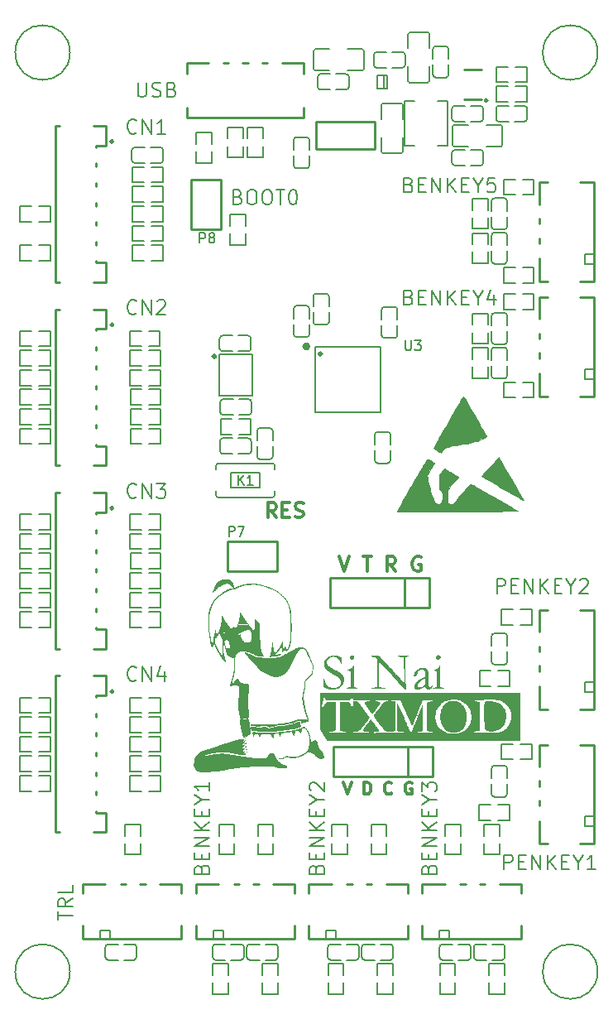
<source format=gbr>
%TF.GenerationSoftware,KiCad,Pcbnew,8.0.2*%
%TF.CreationDate,2025-05-12T10:49:56+08:00*%
%TF.ProjectId,ternel_box,7465726e-656c-45f6-926f-782e6b696361,rev?*%
%TF.SameCoordinates,PX7233d70PY8583b00*%
%TF.FileFunction,Legend,Top*%
%TF.FilePolarity,Positive*%
%FSLAX46Y46*%
G04 Gerber Fmt 4.6, Leading zero omitted, Abs format (unit mm)*
G04 Created by KiCad (PCBNEW 8.0.2) date 2025-05-12 10:49:56*
%MOMM*%
%LPD*%
G01*
G04 APERTURE LIST*
%ADD10C,0.130000*%
%ADD11C,0.200000*%
%ADD12C,0.300000*%
%ADD13C,0.150000*%
%ADD14C,0.254000*%
%ADD15C,0.000000*%
%ADD16C,0.203200*%
%ADD17C,0.152400*%
%ADD18C,0.203000*%
%ADD19C,0.152000*%
%ADD20C,0.010000*%
%ADD21C,0.400000*%
G04 APERTURE END LIST*
D10*
X5800000Y97000000D02*
G75*
G02*
X200000Y97000000I-2800000J0D01*
G01*
X200000Y97000000D02*
G75*
G02*
X5800000Y97000000I2800000J0D01*
G01*
X5800000Y3000000D02*
G75*
G02*
X200000Y3000000I-2800000J0D01*
G01*
X200000Y3000000D02*
G75*
G02*
X5800000Y3000000I2800000J0D01*
G01*
X59800000Y97000000D02*
G75*
G02*
X54200000Y97000000I-2800000J0D01*
G01*
X54200000Y97000000D02*
G75*
G02*
X59800000Y97000000I2800000J0D01*
G01*
X59800000Y3000000D02*
G75*
G02*
X54200000Y3000000I-2800000J0D01*
G01*
X54200000Y3000000D02*
G75*
G02*
X59800000Y3000000I2800000J0D01*
G01*
D11*
X42520314Y13488721D02*
X42591742Y13703007D01*
X42591742Y13703007D02*
X42663171Y13774436D01*
X42663171Y13774436D02*
X42806028Y13845864D01*
X42806028Y13845864D02*
X43020314Y13845864D01*
X43020314Y13845864D02*
X43163171Y13774436D01*
X43163171Y13774436D02*
X43234600Y13703007D01*
X43234600Y13703007D02*
X43306028Y13560150D01*
X43306028Y13560150D02*
X43306028Y12988721D01*
X43306028Y12988721D02*
X41806028Y12988721D01*
X41806028Y12988721D02*
X41806028Y13488721D01*
X41806028Y13488721D02*
X41877457Y13631578D01*
X41877457Y13631578D02*
X41948885Y13703007D01*
X41948885Y13703007D02*
X42091742Y13774436D01*
X42091742Y13774436D02*
X42234600Y13774436D01*
X42234600Y13774436D02*
X42377457Y13703007D01*
X42377457Y13703007D02*
X42448885Y13631578D01*
X42448885Y13631578D02*
X42520314Y13488721D01*
X42520314Y13488721D02*
X42520314Y12988721D01*
X42520314Y14488721D02*
X42520314Y14988721D01*
X43306028Y15203007D02*
X43306028Y14488721D01*
X43306028Y14488721D02*
X41806028Y14488721D01*
X41806028Y14488721D02*
X41806028Y15203007D01*
X43306028Y15845864D02*
X41806028Y15845864D01*
X41806028Y15845864D02*
X43306028Y16703007D01*
X43306028Y16703007D02*
X41806028Y16703007D01*
X43306028Y17417293D02*
X41806028Y17417293D01*
X43306028Y18274436D02*
X42448885Y17631579D01*
X41806028Y18274436D02*
X42663171Y17417293D01*
X42520314Y18917293D02*
X42520314Y19417293D01*
X43306028Y19631579D02*
X43306028Y18917293D01*
X43306028Y18917293D02*
X41806028Y18917293D01*
X41806028Y18917293D02*
X41806028Y19631579D01*
X42591742Y20560151D02*
X43306028Y20560151D01*
X41806028Y20060151D02*
X42591742Y20560151D01*
X42591742Y20560151D02*
X41806028Y21060151D01*
X41806028Y21417293D02*
X41806028Y22345865D01*
X41806028Y22345865D02*
X42377457Y21845865D01*
X42377457Y21845865D02*
X42377457Y22060150D01*
X42377457Y22060150D02*
X42448885Y22203007D01*
X42448885Y22203007D02*
X42520314Y22274436D01*
X42520314Y22274436D02*
X42663171Y22345865D01*
X42663171Y22345865D02*
X43020314Y22345865D01*
X43020314Y22345865D02*
X43163171Y22274436D01*
X43163171Y22274436D02*
X43234600Y22203007D01*
X43234600Y22203007D02*
X43306028Y22060150D01*
X43306028Y22060150D02*
X43306028Y21631579D01*
X43306028Y21631579D02*
X43234600Y21488722D01*
X43234600Y21488722D02*
X43163171Y21417293D01*
X49488720Y41693972D02*
X49488720Y43193972D01*
X49488720Y43193972D02*
X50060149Y43193972D01*
X50060149Y43193972D02*
X50203006Y43122543D01*
X50203006Y43122543D02*
X50274435Y43051115D01*
X50274435Y43051115D02*
X50345863Y42908258D01*
X50345863Y42908258D02*
X50345863Y42693972D01*
X50345863Y42693972D02*
X50274435Y42551115D01*
X50274435Y42551115D02*
X50203006Y42479686D01*
X50203006Y42479686D02*
X50060149Y42408258D01*
X50060149Y42408258D02*
X49488720Y42408258D01*
X50988720Y42479686D02*
X51488720Y42479686D01*
X51703006Y41693972D02*
X50988720Y41693972D01*
X50988720Y41693972D02*
X50988720Y43193972D01*
X50988720Y43193972D02*
X51703006Y43193972D01*
X52345863Y41693972D02*
X52345863Y43193972D01*
X52345863Y43193972D02*
X53203006Y41693972D01*
X53203006Y41693972D02*
X53203006Y43193972D01*
X53917292Y41693972D02*
X53917292Y43193972D01*
X54774435Y41693972D02*
X54131578Y42551115D01*
X54774435Y43193972D02*
X53917292Y42336829D01*
X55417292Y42479686D02*
X55917292Y42479686D01*
X56131578Y41693972D02*
X55417292Y41693972D01*
X55417292Y41693972D02*
X55417292Y43193972D01*
X55417292Y43193972D02*
X56131578Y43193972D01*
X57060150Y42408258D02*
X57060150Y41693972D01*
X56560150Y43193972D02*
X57060150Y42408258D01*
X57060150Y42408258D02*
X57560150Y43193972D01*
X57988721Y43051115D02*
X58060149Y43122543D01*
X58060149Y43122543D02*
X58203007Y43193972D01*
X58203007Y43193972D02*
X58560149Y43193972D01*
X58560149Y43193972D02*
X58703007Y43122543D01*
X58703007Y43122543D02*
X58774435Y43051115D01*
X58774435Y43051115D02*
X58845864Y42908258D01*
X58845864Y42908258D02*
X58845864Y42765400D01*
X58845864Y42765400D02*
X58774435Y42551115D01*
X58774435Y42551115D02*
X57917292Y41693972D01*
X57917292Y41693972D02*
X58845864Y41693972D01*
X40488720Y83479686D02*
X40703006Y83408258D01*
X40703006Y83408258D02*
X40774435Y83336829D01*
X40774435Y83336829D02*
X40845863Y83193972D01*
X40845863Y83193972D02*
X40845863Y82979686D01*
X40845863Y82979686D02*
X40774435Y82836829D01*
X40774435Y82836829D02*
X40703006Y82765400D01*
X40703006Y82765400D02*
X40560149Y82693972D01*
X40560149Y82693972D02*
X39988720Y82693972D01*
X39988720Y82693972D02*
X39988720Y84193972D01*
X39988720Y84193972D02*
X40488720Y84193972D01*
X40488720Y84193972D02*
X40631578Y84122543D01*
X40631578Y84122543D02*
X40703006Y84051115D01*
X40703006Y84051115D02*
X40774435Y83908258D01*
X40774435Y83908258D02*
X40774435Y83765400D01*
X40774435Y83765400D02*
X40703006Y83622543D01*
X40703006Y83622543D02*
X40631578Y83551115D01*
X40631578Y83551115D02*
X40488720Y83479686D01*
X40488720Y83479686D02*
X39988720Y83479686D01*
X41488720Y83479686D02*
X41988720Y83479686D01*
X42203006Y82693972D02*
X41488720Y82693972D01*
X41488720Y82693972D02*
X41488720Y84193972D01*
X41488720Y84193972D02*
X42203006Y84193972D01*
X42845863Y82693972D02*
X42845863Y84193972D01*
X42845863Y84193972D02*
X43703006Y82693972D01*
X43703006Y82693972D02*
X43703006Y84193972D01*
X44417292Y82693972D02*
X44417292Y84193972D01*
X45274435Y82693972D02*
X44631578Y83551115D01*
X45274435Y84193972D02*
X44417292Y83336829D01*
X45917292Y83479686D02*
X46417292Y83479686D01*
X46631578Y82693972D02*
X45917292Y82693972D01*
X45917292Y82693972D02*
X45917292Y84193972D01*
X45917292Y84193972D02*
X46631578Y84193972D01*
X47560150Y83408258D02*
X47560150Y82693972D01*
X47060150Y84193972D02*
X47560150Y83408258D01*
X47560150Y83408258D02*
X48060150Y84193972D01*
X49274435Y84193972D02*
X48560149Y84193972D01*
X48560149Y84193972D02*
X48488721Y83479686D01*
X48488721Y83479686D02*
X48560149Y83551115D01*
X48560149Y83551115D02*
X48703007Y83622543D01*
X48703007Y83622543D02*
X49060149Y83622543D01*
X49060149Y83622543D02*
X49203007Y83551115D01*
X49203007Y83551115D02*
X49274435Y83479686D01*
X49274435Y83479686D02*
X49345864Y83336829D01*
X49345864Y83336829D02*
X49345864Y82979686D01*
X49345864Y82979686D02*
X49274435Y82836829D01*
X49274435Y82836829D02*
X49203007Y82765400D01*
X49203007Y82765400D02*
X49060149Y82693972D01*
X49060149Y82693972D02*
X48703007Y82693972D01*
X48703007Y82693972D02*
X48560149Y82765400D01*
X48560149Y82765400D02*
X48488721Y82836829D01*
X50238720Y13443972D02*
X50238720Y14943972D01*
X50238720Y14943972D02*
X50810149Y14943972D01*
X50810149Y14943972D02*
X50953006Y14872543D01*
X50953006Y14872543D02*
X51024435Y14801115D01*
X51024435Y14801115D02*
X51095863Y14658258D01*
X51095863Y14658258D02*
X51095863Y14443972D01*
X51095863Y14443972D02*
X51024435Y14301115D01*
X51024435Y14301115D02*
X50953006Y14229686D01*
X50953006Y14229686D02*
X50810149Y14158258D01*
X50810149Y14158258D02*
X50238720Y14158258D01*
X51738720Y14229686D02*
X52238720Y14229686D01*
X52453006Y13443972D02*
X51738720Y13443972D01*
X51738720Y13443972D02*
X51738720Y14943972D01*
X51738720Y14943972D02*
X52453006Y14943972D01*
X53095863Y13443972D02*
X53095863Y14943972D01*
X53095863Y14943972D02*
X53953006Y13443972D01*
X53953006Y13443972D02*
X53953006Y14943972D01*
X54667292Y13443972D02*
X54667292Y14943972D01*
X55524435Y13443972D02*
X54881578Y14301115D01*
X55524435Y14943972D02*
X54667292Y14086829D01*
X56167292Y14229686D02*
X56667292Y14229686D01*
X56881578Y13443972D02*
X56167292Y13443972D01*
X56167292Y13443972D02*
X56167292Y14943972D01*
X56167292Y14943972D02*
X56881578Y14943972D01*
X57810150Y14158258D02*
X57810150Y13443972D01*
X57310150Y14943972D02*
X57810150Y14158258D01*
X57810150Y14158258D02*
X58310150Y14943972D01*
X59595864Y13443972D02*
X58738721Y13443972D01*
X59167292Y13443972D02*
X59167292Y14943972D01*
X59167292Y14943972D02*
X59024435Y14729686D01*
X59024435Y14729686D02*
X58881578Y14586829D01*
X58881578Y14586829D02*
X58738721Y14515400D01*
X22988720Y82229686D02*
X23203006Y82158258D01*
X23203006Y82158258D02*
X23274435Y82086829D01*
X23274435Y82086829D02*
X23345863Y81943972D01*
X23345863Y81943972D02*
X23345863Y81729686D01*
X23345863Y81729686D02*
X23274435Y81586829D01*
X23274435Y81586829D02*
X23203006Y81515400D01*
X23203006Y81515400D02*
X23060149Y81443972D01*
X23060149Y81443972D02*
X22488720Y81443972D01*
X22488720Y81443972D02*
X22488720Y82943972D01*
X22488720Y82943972D02*
X22988720Y82943972D01*
X22988720Y82943972D02*
X23131578Y82872543D01*
X23131578Y82872543D02*
X23203006Y82801115D01*
X23203006Y82801115D02*
X23274435Y82658258D01*
X23274435Y82658258D02*
X23274435Y82515400D01*
X23274435Y82515400D02*
X23203006Y82372543D01*
X23203006Y82372543D02*
X23131578Y82301115D01*
X23131578Y82301115D02*
X22988720Y82229686D01*
X22988720Y82229686D02*
X22488720Y82229686D01*
X24274435Y82943972D02*
X24560149Y82943972D01*
X24560149Y82943972D02*
X24703006Y82872543D01*
X24703006Y82872543D02*
X24845863Y82729686D01*
X24845863Y82729686D02*
X24917292Y82443972D01*
X24917292Y82443972D02*
X24917292Y81943972D01*
X24917292Y81943972D02*
X24845863Y81658258D01*
X24845863Y81658258D02*
X24703006Y81515400D01*
X24703006Y81515400D02*
X24560149Y81443972D01*
X24560149Y81443972D02*
X24274435Y81443972D01*
X24274435Y81443972D02*
X24131578Y81515400D01*
X24131578Y81515400D02*
X23988720Y81658258D01*
X23988720Y81658258D02*
X23917292Y81943972D01*
X23917292Y81943972D02*
X23917292Y82443972D01*
X23917292Y82443972D02*
X23988720Y82729686D01*
X23988720Y82729686D02*
X24131578Y82872543D01*
X24131578Y82872543D02*
X24274435Y82943972D01*
X25845864Y82943972D02*
X26131578Y82943972D01*
X26131578Y82943972D02*
X26274435Y82872543D01*
X26274435Y82872543D02*
X26417292Y82729686D01*
X26417292Y82729686D02*
X26488721Y82443972D01*
X26488721Y82443972D02*
X26488721Y81943972D01*
X26488721Y81943972D02*
X26417292Y81658258D01*
X26417292Y81658258D02*
X26274435Y81515400D01*
X26274435Y81515400D02*
X26131578Y81443972D01*
X26131578Y81443972D02*
X25845864Y81443972D01*
X25845864Y81443972D02*
X25703007Y81515400D01*
X25703007Y81515400D02*
X25560149Y81658258D01*
X25560149Y81658258D02*
X25488721Y81943972D01*
X25488721Y81943972D02*
X25488721Y82443972D01*
X25488721Y82443972D02*
X25560149Y82729686D01*
X25560149Y82729686D02*
X25703007Y82872543D01*
X25703007Y82872543D02*
X25845864Y82943972D01*
X26917293Y82943972D02*
X27774436Y82943972D01*
X27345864Y81443972D02*
X27345864Y82943972D01*
X28560150Y82943972D02*
X28703007Y82943972D01*
X28703007Y82943972D02*
X28845864Y82872543D01*
X28845864Y82872543D02*
X28917293Y82801115D01*
X28917293Y82801115D02*
X28988721Y82658258D01*
X28988721Y82658258D02*
X29060150Y82372543D01*
X29060150Y82372543D02*
X29060150Y82015400D01*
X29060150Y82015400D02*
X28988721Y81729686D01*
X28988721Y81729686D02*
X28917293Y81586829D01*
X28917293Y81586829D02*
X28845864Y81515400D01*
X28845864Y81515400D02*
X28703007Y81443972D01*
X28703007Y81443972D02*
X28560150Y81443972D01*
X28560150Y81443972D02*
X28417293Y81515400D01*
X28417293Y81515400D02*
X28345864Y81586829D01*
X28345864Y81586829D02*
X28274435Y81729686D01*
X28274435Y81729686D02*
X28203007Y82015400D01*
X28203007Y82015400D02*
X28203007Y82372543D01*
X28203007Y82372543D02*
X28274435Y82658258D01*
X28274435Y82658258D02*
X28345864Y82801115D01*
X28345864Y82801115D02*
X28417293Y82872543D01*
X28417293Y82872543D02*
X28560150Y82943972D01*
D12*
X33811653Y22362458D02*
X34211653Y21162458D01*
X34211653Y21162458D02*
X34611653Y22362458D01*
X35925939Y21162458D02*
X35925939Y22362458D01*
X35925939Y22362458D02*
X36211653Y22362458D01*
X36211653Y22362458D02*
X36383082Y22305315D01*
X36383082Y22305315D02*
X36497367Y22191029D01*
X36497367Y22191029D02*
X36554510Y22076743D01*
X36554510Y22076743D02*
X36611653Y21848172D01*
X36611653Y21848172D02*
X36611653Y21676743D01*
X36611653Y21676743D02*
X36554510Y21448172D01*
X36554510Y21448172D02*
X36497367Y21333886D01*
X36497367Y21333886D02*
X36383082Y21219600D01*
X36383082Y21219600D02*
X36211653Y21162458D01*
X36211653Y21162458D02*
X35925939Y21162458D01*
X38725939Y21276743D02*
X38668796Y21219600D01*
X38668796Y21219600D02*
X38497368Y21162458D01*
X38497368Y21162458D02*
X38383082Y21162458D01*
X38383082Y21162458D02*
X38211653Y21219600D01*
X38211653Y21219600D02*
X38097368Y21333886D01*
X38097368Y21333886D02*
X38040225Y21448172D01*
X38040225Y21448172D02*
X37983082Y21676743D01*
X37983082Y21676743D02*
X37983082Y21848172D01*
X37983082Y21848172D02*
X38040225Y22076743D01*
X38040225Y22076743D02*
X38097368Y22191029D01*
X38097368Y22191029D02*
X38211653Y22305315D01*
X38211653Y22305315D02*
X38383082Y22362458D01*
X38383082Y22362458D02*
X38497368Y22362458D01*
X38497368Y22362458D02*
X38668796Y22305315D01*
X38668796Y22305315D02*
X38725939Y22248172D01*
X40783082Y22305315D02*
X40668797Y22362458D01*
X40668797Y22362458D02*
X40497368Y22362458D01*
X40497368Y22362458D02*
X40325939Y22305315D01*
X40325939Y22305315D02*
X40211654Y22191029D01*
X40211654Y22191029D02*
X40154511Y22076743D01*
X40154511Y22076743D02*
X40097368Y21848172D01*
X40097368Y21848172D02*
X40097368Y21676743D01*
X40097368Y21676743D02*
X40154511Y21448172D01*
X40154511Y21448172D02*
X40211654Y21333886D01*
X40211654Y21333886D02*
X40325939Y21219600D01*
X40325939Y21219600D02*
X40497368Y21162458D01*
X40497368Y21162458D02*
X40611654Y21162458D01*
X40611654Y21162458D02*
X40783082Y21219600D01*
X40783082Y21219600D02*
X40840225Y21276743D01*
X40840225Y21276743D02*
X40840225Y21676743D01*
X40840225Y21676743D02*
X40611654Y21676743D01*
D11*
X31020314Y13488721D02*
X31091742Y13703007D01*
X31091742Y13703007D02*
X31163171Y13774436D01*
X31163171Y13774436D02*
X31306028Y13845864D01*
X31306028Y13845864D02*
X31520314Y13845864D01*
X31520314Y13845864D02*
X31663171Y13774436D01*
X31663171Y13774436D02*
X31734600Y13703007D01*
X31734600Y13703007D02*
X31806028Y13560150D01*
X31806028Y13560150D02*
X31806028Y12988721D01*
X31806028Y12988721D02*
X30306028Y12988721D01*
X30306028Y12988721D02*
X30306028Y13488721D01*
X30306028Y13488721D02*
X30377457Y13631578D01*
X30377457Y13631578D02*
X30448885Y13703007D01*
X30448885Y13703007D02*
X30591742Y13774436D01*
X30591742Y13774436D02*
X30734600Y13774436D01*
X30734600Y13774436D02*
X30877457Y13703007D01*
X30877457Y13703007D02*
X30948885Y13631578D01*
X30948885Y13631578D02*
X31020314Y13488721D01*
X31020314Y13488721D02*
X31020314Y12988721D01*
X31020314Y14488721D02*
X31020314Y14988721D01*
X31806028Y15203007D02*
X31806028Y14488721D01*
X31806028Y14488721D02*
X30306028Y14488721D01*
X30306028Y14488721D02*
X30306028Y15203007D01*
X31806028Y15845864D02*
X30306028Y15845864D01*
X30306028Y15845864D02*
X31806028Y16703007D01*
X31806028Y16703007D02*
X30306028Y16703007D01*
X31806028Y17417293D02*
X30306028Y17417293D01*
X31806028Y18274436D02*
X30948885Y17631579D01*
X30306028Y18274436D02*
X31163171Y17417293D01*
X31020314Y18917293D02*
X31020314Y19417293D01*
X31806028Y19631579D02*
X31806028Y18917293D01*
X31806028Y18917293D02*
X30306028Y18917293D01*
X30306028Y18917293D02*
X30306028Y19631579D01*
X31091742Y20560151D02*
X31806028Y20560151D01*
X30306028Y20060151D02*
X31091742Y20560151D01*
X31091742Y20560151D02*
X30306028Y21060151D01*
X30448885Y21488722D02*
X30377457Y21560150D01*
X30377457Y21560150D02*
X30306028Y21703007D01*
X30306028Y21703007D02*
X30306028Y22060150D01*
X30306028Y22060150D02*
X30377457Y22203007D01*
X30377457Y22203007D02*
X30448885Y22274436D01*
X30448885Y22274436D02*
X30591742Y22345865D01*
X30591742Y22345865D02*
X30734600Y22345865D01*
X30734600Y22345865D02*
X30948885Y22274436D01*
X30948885Y22274436D02*
X31806028Y21417293D01*
X31806028Y21417293D02*
X31806028Y22345865D01*
X12595863Y32836829D02*
X12524435Y32765400D01*
X12524435Y32765400D02*
X12310149Y32693972D01*
X12310149Y32693972D02*
X12167292Y32693972D01*
X12167292Y32693972D02*
X11953006Y32765400D01*
X11953006Y32765400D02*
X11810149Y32908258D01*
X11810149Y32908258D02*
X11738720Y33051115D01*
X11738720Y33051115D02*
X11667292Y33336829D01*
X11667292Y33336829D02*
X11667292Y33551115D01*
X11667292Y33551115D02*
X11738720Y33836829D01*
X11738720Y33836829D02*
X11810149Y33979686D01*
X11810149Y33979686D02*
X11953006Y34122543D01*
X11953006Y34122543D02*
X12167292Y34193972D01*
X12167292Y34193972D02*
X12310149Y34193972D01*
X12310149Y34193972D02*
X12524435Y34122543D01*
X12524435Y34122543D02*
X12595863Y34051115D01*
X13238720Y32693972D02*
X13238720Y34193972D01*
X13238720Y34193972D02*
X14095863Y32693972D01*
X14095863Y32693972D02*
X14095863Y34193972D01*
X15453007Y33693972D02*
X15453007Y32693972D01*
X15095864Y34265400D02*
X14738721Y33193972D01*
X14738721Y33193972D02*
X15667292Y33193972D01*
X4556028Y8274436D02*
X4556028Y9131578D01*
X6056028Y8703007D02*
X4556028Y8703007D01*
X6056028Y10488721D02*
X5341742Y9988721D01*
X6056028Y9631578D02*
X4556028Y9631578D01*
X4556028Y9631578D02*
X4556028Y10203007D01*
X4556028Y10203007D02*
X4627457Y10345864D01*
X4627457Y10345864D02*
X4698885Y10417293D01*
X4698885Y10417293D02*
X4841742Y10488721D01*
X4841742Y10488721D02*
X5056028Y10488721D01*
X5056028Y10488721D02*
X5198885Y10417293D01*
X5198885Y10417293D02*
X5270314Y10345864D01*
X5270314Y10345864D02*
X5341742Y10203007D01*
X5341742Y10203007D02*
X5341742Y9631578D01*
X6056028Y11845864D02*
X6056028Y11131578D01*
X6056028Y11131578D02*
X4556028Y11131578D01*
X40488720Y71979686D02*
X40703006Y71908258D01*
X40703006Y71908258D02*
X40774435Y71836829D01*
X40774435Y71836829D02*
X40845863Y71693972D01*
X40845863Y71693972D02*
X40845863Y71479686D01*
X40845863Y71479686D02*
X40774435Y71336829D01*
X40774435Y71336829D02*
X40703006Y71265400D01*
X40703006Y71265400D02*
X40560149Y71193972D01*
X40560149Y71193972D02*
X39988720Y71193972D01*
X39988720Y71193972D02*
X39988720Y72693972D01*
X39988720Y72693972D02*
X40488720Y72693972D01*
X40488720Y72693972D02*
X40631578Y72622543D01*
X40631578Y72622543D02*
X40703006Y72551115D01*
X40703006Y72551115D02*
X40774435Y72408258D01*
X40774435Y72408258D02*
X40774435Y72265400D01*
X40774435Y72265400D02*
X40703006Y72122543D01*
X40703006Y72122543D02*
X40631578Y72051115D01*
X40631578Y72051115D02*
X40488720Y71979686D01*
X40488720Y71979686D02*
X39988720Y71979686D01*
X41488720Y71979686D02*
X41988720Y71979686D01*
X42203006Y71193972D02*
X41488720Y71193972D01*
X41488720Y71193972D02*
X41488720Y72693972D01*
X41488720Y72693972D02*
X42203006Y72693972D01*
X42845863Y71193972D02*
X42845863Y72693972D01*
X42845863Y72693972D02*
X43703006Y71193972D01*
X43703006Y71193972D02*
X43703006Y72693972D01*
X44417292Y71193972D02*
X44417292Y72693972D01*
X45274435Y71193972D02*
X44631578Y72051115D01*
X45274435Y72693972D02*
X44417292Y71836829D01*
X45917292Y71979686D02*
X46417292Y71979686D01*
X46631578Y71193972D02*
X45917292Y71193972D01*
X45917292Y71193972D02*
X45917292Y72693972D01*
X45917292Y72693972D02*
X46631578Y72693972D01*
X47560150Y71908258D02*
X47560150Y71193972D01*
X47060150Y72693972D02*
X47560150Y71908258D01*
X47560150Y71908258D02*
X48060150Y72693972D01*
X49203007Y72193972D02*
X49203007Y71193972D01*
X48845864Y72765400D02*
X48488721Y71693972D01*
X48488721Y71693972D02*
X49417292Y71693972D01*
X19270314Y13488721D02*
X19341742Y13703007D01*
X19341742Y13703007D02*
X19413171Y13774436D01*
X19413171Y13774436D02*
X19556028Y13845864D01*
X19556028Y13845864D02*
X19770314Y13845864D01*
X19770314Y13845864D02*
X19913171Y13774436D01*
X19913171Y13774436D02*
X19984600Y13703007D01*
X19984600Y13703007D02*
X20056028Y13560150D01*
X20056028Y13560150D02*
X20056028Y12988721D01*
X20056028Y12988721D02*
X18556028Y12988721D01*
X18556028Y12988721D02*
X18556028Y13488721D01*
X18556028Y13488721D02*
X18627457Y13631578D01*
X18627457Y13631578D02*
X18698885Y13703007D01*
X18698885Y13703007D02*
X18841742Y13774436D01*
X18841742Y13774436D02*
X18984600Y13774436D01*
X18984600Y13774436D02*
X19127457Y13703007D01*
X19127457Y13703007D02*
X19198885Y13631578D01*
X19198885Y13631578D02*
X19270314Y13488721D01*
X19270314Y13488721D02*
X19270314Y12988721D01*
X19270314Y14488721D02*
X19270314Y14988721D01*
X20056028Y15203007D02*
X20056028Y14488721D01*
X20056028Y14488721D02*
X18556028Y14488721D01*
X18556028Y14488721D02*
X18556028Y15203007D01*
X20056028Y15845864D02*
X18556028Y15845864D01*
X18556028Y15845864D02*
X20056028Y16703007D01*
X20056028Y16703007D02*
X18556028Y16703007D01*
X20056028Y17417293D02*
X18556028Y17417293D01*
X20056028Y18274436D02*
X19198885Y17631579D01*
X18556028Y18274436D02*
X19413171Y17417293D01*
X19270314Y18917293D02*
X19270314Y19417293D01*
X20056028Y19631579D02*
X20056028Y18917293D01*
X20056028Y18917293D02*
X18556028Y18917293D01*
X18556028Y18917293D02*
X18556028Y19631579D01*
X19341742Y20560151D02*
X20056028Y20560151D01*
X18556028Y20060151D02*
X19341742Y20560151D01*
X19341742Y20560151D02*
X18556028Y21060151D01*
X20056028Y22345865D02*
X20056028Y21488722D01*
X20056028Y21917293D02*
X18556028Y21917293D01*
X18556028Y21917293D02*
X18770314Y21774436D01*
X18770314Y21774436D02*
X18913171Y21631579D01*
X18913171Y21631579D02*
X18984600Y21488722D01*
D12*
X33340225Y45449172D02*
X33840225Y43949172D01*
X33840225Y43949172D02*
X34340225Y45449172D01*
X35768796Y45449172D02*
X36625939Y45449172D01*
X36197367Y43949172D02*
X36197367Y45449172D01*
X39125938Y43949172D02*
X38625938Y44663458D01*
X38268795Y43949172D02*
X38268795Y45449172D01*
X38268795Y45449172D02*
X38840224Y45449172D01*
X38840224Y45449172D02*
X38983081Y45377743D01*
X38983081Y45377743D02*
X39054510Y45306315D01*
X39054510Y45306315D02*
X39125938Y45163458D01*
X39125938Y45163458D02*
X39125938Y44949172D01*
X39125938Y44949172D02*
X39054510Y44806315D01*
X39054510Y44806315D02*
X38983081Y44734886D01*
X38983081Y44734886D02*
X38840224Y44663458D01*
X38840224Y44663458D02*
X38268795Y44663458D01*
X41697367Y45377743D02*
X41554510Y45449172D01*
X41554510Y45449172D02*
X41340224Y45449172D01*
X41340224Y45449172D02*
X41125938Y45377743D01*
X41125938Y45377743D02*
X40983081Y45234886D01*
X40983081Y45234886D02*
X40911652Y45092029D01*
X40911652Y45092029D02*
X40840224Y44806315D01*
X40840224Y44806315D02*
X40840224Y44592029D01*
X40840224Y44592029D02*
X40911652Y44306315D01*
X40911652Y44306315D02*
X40983081Y44163458D01*
X40983081Y44163458D02*
X41125938Y44020600D01*
X41125938Y44020600D02*
X41340224Y43949172D01*
X41340224Y43949172D02*
X41483081Y43949172D01*
X41483081Y43949172D02*
X41697367Y44020600D01*
X41697367Y44020600D02*
X41768795Y44092029D01*
X41768795Y44092029D02*
X41768795Y44592029D01*
X41768795Y44592029D02*
X41483081Y44592029D01*
D11*
X12738720Y93943972D02*
X12738720Y92729686D01*
X12738720Y92729686D02*
X12810149Y92586829D01*
X12810149Y92586829D02*
X12881578Y92515400D01*
X12881578Y92515400D02*
X13024435Y92443972D01*
X13024435Y92443972D02*
X13310149Y92443972D01*
X13310149Y92443972D02*
X13453006Y92515400D01*
X13453006Y92515400D02*
X13524435Y92586829D01*
X13524435Y92586829D02*
X13595863Y92729686D01*
X13595863Y92729686D02*
X13595863Y93943972D01*
X14238721Y92515400D02*
X14453007Y92443972D01*
X14453007Y92443972D02*
X14810149Y92443972D01*
X14810149Y92443972D02*
X14953007Y92515400D01*
X14953007Y92515400D02*
X15024435Y92586829D01*
X15024435Y92586829D02*
X15095864Y92729686D01*
X15095864Y92729686D02*
X15095864Y92872543D01*
X15095864Y92872543D02*
X15024435Y93015400D01*
X15024435Y93015400D02*
X14953007Y93086829D01*
X14953007Y93086829D02*
X14810149Y93158258D01*
X14810149Y93158258D02*
X14524435Y93229686D01*
X14524435Y93229686D02*
X14381578Y93301115D01*
X14381578Y93301115D02*
X14310149Y93372543D01*
X14310149Y93372543D02*
X14238721Y93515400D01*
X14238721Y93515400D02*
X14238721Y93658258D01*
X14238721Y93658258D02*
X14310149Y93801115D01*
X14310149Y93801115D02*
X14381578Y93872543D01*
X14381578Y93872543D02*
X14524435Y93943972D01*
X14524435Y93943972D02*
X14881578Y93943972D01*
X14881578Y93943972D02*
X15095864Y93872543D01*
X16238720Y93229686D02*
X16453006Y93158258D01*
X16453006Y93158258D02*
X16524435Y93086829D01*
X16524435Y93086829D02*
X16595863Y92943972D01*
X16595863Y92943972D02*
X16595863Y92729686D01*
X16595863Y92729686D02*
X16524435Y92586829D01*
X16524435Y92586829D02*
X16453006Y92515400D01*
X16453006Y92515400D02*
X16310149Y92443972D01*
X16310149Y92443972D02*
X15738720Y92443972D01*
X15738720Y92443972D02*
X15738720Y93943972D01*
X15738720Y93943972D02*
X16238720Y93943972D01*
X16238720Y93943972D02*
X16381578Y93872543D01*
X16381578Y93872543D02*
X16453006Y93801115D01*
X16453006Y93801115D02*
X16524435Y93658258D01*
X16524435Y93658258D02*
X16524435Y93515400D01*
X16524435Y93515400D02*
X16453006Y93372543D01*
X16453006Y93372543D02*
X16381578Y93301115D01*
X16381578Y93301115D02*
X16238720Y93229686D01*
X16238720Y93229686D02*
X15738720Y93229686D01*
X12595863Y51586829D02*
X12524435Y51515400D01*
X12524435Y51515400D02*
X12310149Y51443972D01*
X12310149Y51443972D02*
X12167292Y51443972D01*
X12167292Y51443972D02*
X11953006Y51515400D01*
X11953006Y51515400D02*
X11810149Y51658258D01*
X11810149Y51658258D02*
X11738720Y51801115D01*
X11738720Y51801115D02*
X11667292Y52086829D01*
X11667292Y52086829D02*
X11667292Y52301115D01*
X11667292Y52301115D02*
X11738720Y52586829D01*
X11738720Y52586829D02*
X11810149Y52729686D01*
X11810149Y52729686D02*
X11953006Y52872543D01*
X11953006Y52872543D02*
X12167292Y52943972D01*
X12167292Y52943972D02*
X12310149Y52943972D01*
X12310149Y52943972D02*
X12524435Y52872543D01*
X12524435Y52872543D02*
X12595863Y52801115D01*
X13238720Y51443972D02*
X13238720Y52943972D01*
X13238720Y52943972D02*
X14095863Y51443972D01*
X14095863Y51443972D02*
X14095863Y52943972D01*
X14667292Y52943972D02*
X15595864Y52943972D01*
X15595864Y52943972D02*
X15095864Y52372543D01*
X15095864Y52372543D02*
X15310149Y52372543D01*
X15310149Y52372543D02*
X15453007Y52301115D01*
X15453007Y52301115D02*
X15524435Y52229686D01*
X15524435Y52229686D02*
X15595864Y52086829D01*
X15595864Y52086829D02*
X15595864Y51729686D01*
X15595864Y51729686D02*
X15524435Y51586829D01*
X15524435Y51586829D02*
X15453007Y51515400D01*
X15453007Y51515400D02*
X15310149Y51443972D01*
X15310149Y51443972D02*
X14881578Y51443972D01*
X14881578Y51443972D02*
X14738721Y51515400D01*
X14738721Y51515400D02*
X14667292Y51586829D01*
X12595863Y70336829D02*
X12524435Y70265400D01*
X12524435Y70265400D02*
X12310149Y70193972D01*
X12310149Y70193972D02*
X12167292Y70193972D01*
X12167292Y70193972D02*
X11953006Y70265400D01*
X11953006Y70265400D02*
X11810149Y70408258D01*
X11810149Y70408258D02*
X11738720Y70551115D01*
X11738720Y70551115D02*
X11667292Y70836829D01*
X11667292Y70836829D02*
X11667292Y71051115D01*
X11667292Y71051115D02*
X11738720Y71336829D01*
X11738720Y71336829D02*
X11810149Y71479686D01*
X11810149Y71479686D02*
X11953006Y71622543D01*
X11953006Y71622543D02*
X12167292Y71693972D01*
X12167292Y71693972D02*
X12310149Y71693972D01*
X12310149Y71693972D02*
X12524435Y71622543D01*
X12524435Y71622543D02*
X12595863Y71551115D01*
X13238720Y70193972D02*
X13238720Y71693972D01*
X13238720Y71693972D02*
X14095863Y70193972D01*
X14095863Y70193972D02*
X14095863Y71693972D01*
X14738721Y71551115D02*
X14810149Y71622543D01*
X14810149Y71622543D02*
X14953007Y71693972D01*
X14953007Y71693972D02*
X15310149Y71693972D01*
X15310149Y71693972D02*
X15453007Y71622543D01*
X15453007Y71622543D02*
X15524435Y71551115D01*
X15524435Y71551115D02*
X15595864Y71408258D01*
X15595864Y71408258D02*
X15595864Y71265400D01*
X15595864Y71265400D02*
X15524435Y71051115D01*
X15524435Y71051115D02*
X14667292Y70193972D01*
X14667292Y70193972D02*
X15595864Y70193972D01*
X12595863Y88836829D02*
X12524435Y88765400D01*
X12524435Y88765400D02*
X12310149Y88693972D01*
X12310149Y88693972D02*
X12167292Y88693972D01*
X12167292Y88693972D02*
X11953006Y88765400D01*
X11953006Y88765400D02*
X11810149Y88908258D01*
X11810149Y88908258D02*
X11738720Y89051115D01*
X11738720Y89051115D02*
X11667292Y89336829D01*
X11667292Y89336829D02*
X11667292Y89551115D01*
X11667292Y89551115D02*
X11738720Y89836829D01*
X11738720Y89836829D02*
X11810149Y89979686D01*
X11810149Y89979686D02*
X11953006Y90122543D01*
X11953006Y90122543D02*
X12167292Y90193972D01*
X12167292Y90193972D02*
X12310149Y90193972D01*
X12310149Y90193972D02*
X12524435Y90122543D01*
X12524435Y90122543D02*
X12595863Y90051115D01*
X13238720Y88693972D02*
X13238720Y90193972D01*
X13238720Y90193972D02*
X14095863Y88693972D01*
X14095863Y88693972D02*
X14095863Y90193972D01*
X15595864Y88693972D02*
X14738721Y88693972D01*
X15167292Y88693972D02*
X15167292Y90193972D01*
X15167292Y90193972D02*
X15024435Y89979686D01*
X15024435Y89979686D02*
X14881578Y89836829D01*
X14881578Y89836829D02*
X14738721Y89765400D01*
D12*
X26911653Y49449172D02*
X26411653Y50163458D01*
X26054510Y49449172D02*
X26054510Y50949172D01*
X26054510Y50949172D02*
X26625939Y50949172D01*
X26625939Y50949172D02*
X26768796Y50877743D01*
X26768796Y50877743D02*
X26840225Y50806315D01*
X26840225Y50806315D02*
X26911653Y50663458D01*
X26911653Y50663458D02*
X26911653Y50449172D01*
X26911653Y50449172D02*
X26840225Y50306315D01*
X26840225Y50306315D02*
X26768796Y50234886D01*
X26768796Y50234886D02*
X26625939Y50163458D01*
X26625939Y50163458D02*
X26054510Y50163458D01*
X27554510Y50234886D02*
X28054510Y50234886D01*
X28268796Y49449172D02*
X27554510Y49449172D01*
X27554510Y49449172D02*
X27554510Y50949172D01*
X27554510Y50949172D02*
X28268796Y50949172D01*
X28840225Y49520600D02*
X29054511Y49449172D01*
X29054511Y49449172D02*
X29411653Y49449172D01*
X29411653Y49449172D02*
X29554511Y49520600D01*
X29554511Y49520600D02*
X29625939Y49592029D01*
X29625939Y49592029D02*
X29697368Y49734886D01*
X29697368Y49734886D02*
X29697368Y49877743D01*
X29697368Y49877743D02*
X29625939Y50020600D01*
X29625939Y50020600D02*
X29554511Y50092029D01*
X29554511Y50092029D02*
X29411653Y50163458D01*
X29411653Y50163458D02*
X29125939Y50234886D01*
X29125939Y50234886D02*
X28983082Y50306315D01*
X28983082Y50306315D02*
X28911653Y50377743D01*
X28911653Y50377743D02*
X28840225Y50520600D01*
X28840225Y50520600D02*
X28840225Y50663458D01*
X28840225Y50663458D02*
X28911653Y50806315D01*
X28911653Y50806315D02*
X28983082Y50877743D01*
X28983082Y50877743D02*
X29125939Y50949172D01*
X29125939Y50949172D02*
X29483082Y50949172D01*
X29483082Y50949172D02*
X29697368Y50877743D01*
D13*
X23011905Y52795181D02*
X23011905Y53795181D01*
X23583333Y52795181D02*
X23154762Y53366610D01*
X23583333Y53795181D02*
X23011905Y53223753D01*
X24535714Y52795181D02*
X23964286Y52795181D01*
X24250000Y52795181D02*
X24250000Y53795181D01*
X24250000Y53795181D02*
X24154762Y53652324D01*
X24154762Y53652324D02*
X24059524Y53557086D01*
X24059524Y53557086D02*
X23964286Y53509467D01*
X19086779Y77545181D02*
X19086779Y78545181D01*
X19086779Y78545181D02*
X19467731Y78545181D01*
X19467731Y78545181D02*
X19562969Y78497562D01*
X19562969Y78497562D02*
X19610588Y78449943D01*
X19610588Y78449943D02*
X19658207Y78354705D01*
X19658207Y78354705D02*
X19658207Y78211848D01*
X19658207Y78211848D02*
X19610588Y78116610D01*
X19610588Y78116610D02*
X19562969Y78068991D01*
X19562969Y78068991D02*
X19467731Y78021372D01*
X19467731Y78021372D02*
X19086779Y78021372D01*
X20229636Y78116610D02*
X20134398Y78164229D01*
X20134398Y78164229D02*
X20086779Y78211848D01*
X20086779Y78211848D02*
X20039160Y78307086D01*
X20039160Y78307086D02*
X20039160Y78354705D01*
X20039160Y78354705D02*
X20086779Y78449943D01*
X20086779Y78449943D02*
X20134398Y78497562D01*
X20134398Y78497562D02*
X20229636Y78545181D01*
X20229636Y78545181D02*
X20420112Y78545181D01*
X20420112Y78545181D02*
X20515350Y78497562D01*
X20515350Y78497562D02*
X20562969Y78449943D01*
X20562969Y78449943D02*
X20610588Y78354705D01*
X20610588Y78354705D02*
X20610588Y78307086D01*
X20610588Y78307086D02*
X20562969Y78211848D01*
X20562969Y78211848D02*
X20515350Y78164229D01*
X20515350Y78164229D02*
X20420112Y78116610D01*
X20420112Y78116610D02*
X20229636Y78116610D01*
X20229636Y78116610D02*
X20134398Y78068991D01*
X20134398Y78068991D02*
X20086779Y78021372D01*
X20086779Y78021372D02*
X20039160Y77926134D01*
X20039160Y77926134D02*
X20039160Y77735658D01*
X20039160Y77735658D02*
X20086779Y77640420D01*
X20086779Y77640420D02*
X20134398Y77592800D01*
X20134398Y77592800D02*
X20229636Y77545181D01*
X20229636Y77545181D02*
X20420112Y77545181D01*
X20420112Y77545181D02*
X20515350Y77592800D01*
X20515350Y77592800D02*
X20562969Y77640420D01*
X20562969Y77640420D02*
X20610588Y77735658D01*
X20610588Y77735658D02*
X20610588Y77926134D01*
X20610588Y77926134D02*
X20562969Y78021372D01*
X20562969Y78021372D02*
X20515350Y78068991D01*
X20515350Y78068991D02*
X20420112Y78116610D01*
X40139411Y67545181D02*
X40139411Y66735658D01*
X40139411Y66735658D02*
X40187030Y66640420D01*
X40187030Y66640420D02*
X40234649Y66592800D01*
X40234649Y66592800D02*
X40329887Y66545181D01*
X40329887Y66545181D02*
X40520363Y66545181D01*
X40520363Y66545181D02*
X40615601Y66592800D01*
X40615601Y66592800D02*
X40663220Y66640420D01*
X40663220Y66640420D02*
X40710839Y66735658D01*
X40710839Y66735658D02*
X40710839Y67545181D01*
X41091792Y67545181D02*
X41710839Y67545181D01*
X41710839Y67545181D02*
X41377506Y67164229D01*
X41377506Y67164229D02*
X41520363Y67164229D01*
X41520363Y67164229D02*
X41615601Y67116610D01*
X41615601Y67116610D02*
X41663220Y67068991D01*
X41663220Y67068991D02*
X41710839Y66973753D01*
X41710839Y66973753D02*
X41710839Y66735658D01*
X41710839Y66735658D02*
X41663220Y66640420D01*
X41663220Y66640420D02*
X41615601Y66592800D01*
X41615601Y66592800D02*
X41520363Y66545181D01*
X41520363Y66545181D02*
X41234649Y66545181D01*
X41234649Y66545181D02*
X41139411Y66592800D01*
X41139411Y66592800D02*
X41091792Y66640420D01*
X22086779Y47545181D02*
X22086779Y48545181D01*
X22086779Y48545181D02*
X22467731Y48545181D01*
X22467731Y48545181D02*
X22562969Y48497562D01*
X22562969Y48497562D02*
X22610588Y48449943D01*
X22610588Y48449943D02*
X22658207Y48354705D01*
X22658207Y48354705D02*
X22658207Y48211848D01*
X22658207Y48211848D02*
X22610588Y48116610D01*
X22610588Y48116610D02*
X22562969Y48068991D01*
X22562969Y48068991D02*
X22467731Y48021372D01*
X22467731Y48021372D02*
X22086779Y48021372D01*
X22991541Y48545181D02*
X23658207Y48545181D01*
X23658207Y48545181D02*
X23229636Y47545181D01*
D11*
%TO.C,R52*%
X715000Y39790000D02*
X1850000Y39790000D01*
X715000Y38210000D02*
X715000Y39790000D01*
X715000Y38210000D02*
X1850000Y38210000D01*
X2650000Y39790000D02*
X3785000Y39790000D01*
X2650000Y38210000D02*
X3785000Y38210000D01*
X3785000Y38210000D02*
X3785000Y39790000D01*
%TO.C,R8*%
X46982712Y66789028D02*
X46982712Y65654028D01*
X46982712Y66789028D02*
X48562712Y66789028D01*
X46982712Y64854028D02*
X46982712Y63719028D01*
X46982712Y63719028D02*
X48562712Y63719028D01*
X48562712Y66789028D02*
X48562712Y65654028D01*
X48562712Y64854028D02*
X48562712Y63719028D01*
%TO.C,C32*%
X30700000Y71050000D02*
X30700000Y72050000D01*
X30700000Y70450000D02*
X30700000Y69450000D01*
X31000000Y69150000D02*
X32000000Y69150000D01*
X32000000Y72350000D02*
X31000000Y72350000D01*
X32300000Y71050000D02*
X32300000Y72050000D01*
X32300000Y70450000D02*
X32300000Y69450000D01*
X30700000Y72050000D02*
G75*
G02*
X31000000Y72350000I300000J0D01*
G01*
X31000000Y69150000D02*
G75*
G02*
X30700000Y69450000I0J300000D01*
G01*
X32000000Y72350000D02*
G75*
G02*
X32300000Y72050000I0J-300000D01*
G01*
X32300000Y69450000D02*
G75*
G02*
X32000000Y69150000I-300000J0D01*
G01*
%TO.C,C12*%
X48950000Y77300000D02*
X48950000Y78300000D01*
X48950000Y76700000D02*
X48950000Y75700000D01*
X49250000Y75400000D02*
X50250000Y75400000D01*
X50250000Y78600000D02*
X49250000Y78600000D01*
X50550000Y77300000D02*
X50550000Y78300000D01*
X50550000Y76700000D02*
X50550000Y75700000D01*
X48950000Y78300000D02*
G75*
G02*
X49250000Y78600000I300000J0D01*
G01*
X49250000Y75400000D02*
G75*
G02*
X48950000Y75700000I0J300000D01*
G01*
X50250000Y78600000D02*
G75*
G02*
X50550000Y78300000I0J-300000D01*
G01*
X50550000Y75700000D02*
G75*
G02*
X50250000Y75400000I-300000J0D01*
G01*
D14*
%TO.C,P9*%
X32750000Y26024000D02*
X32750000Y22976000D01*
X40350000Y22976000D02*
X40350000Y26024000D01*
X42890000Y26024000D02*
X32750000Y26024000D01*
X42890000Y22976000D02*
X32750000Y22976000D01*
X42890000Y22976000D02*
X42890000Y26024000D01*
D15*
%TO.C,G\u002A\u002A\u002A*%
G36*
X23925038Y25492963D02*
G01*
X23930893Y25474487D01*
X23934777Y25456588D01*
X23938397Y25435746D01*
X23938600Y25421585D01*
X23932981Y25412508D01*
X23919134Y25406918D01*
X23894651Y25403220D01*
X23857128Y25399816D01*
X23848048Y25399047D01*
X23816893Y25396740D01*
X23798760Y25396637D01*
X23790778Y25399110D01*
X23790073Y25404531D01*
X23790733Y25406485D01*
X23800644Y25419580D01*
X23820252Y25437498D01*
X23845552Y25457340D01*
X23872539Y25476203D01*
X23897208Y25491187D01*
X23915556Y25499389D01*
X23919998Y25500125D01*
X23925038Y25492963D01*
G37*
G36*
X23884197Y26033359D02*
G01*
X23889586Y25994523D01*
X23894826Y25960621D01*
X23899317Y25935309D01*
X23902451Y25922258D01*
X23903799Y25914696D01*
X23898216Y25910649D01*
X23882594Y25909243D01*
X23857100Y25909522D01*
X23823470Y25910891D01*
X23782290Y25913319D01*
X23741933Y25916304D01*
X23738245Y25916615D01*
X23703706Y25920194D01*
X23672623Y25924503D01*
X23650532Y25928746D01*
X23646948Y25929739D01*
X23623652Y25937037D01*
X23674274Y25980664D01*
X23703190Y26005634D01*
X23732264Y26030826D01*
X23755660Y26051180D01*
X23757571Y26052849D01*
X23784311Y26074148D01*
X23815614Y26096235D01*
X23830847Y26105932D01*
X23871450Y26130456D01*
X23884197Y26033359D01*
G37*
G36*
X23819077Y26679709D02*
G01*
X23822239Y26663828D01*
X23823005Y26634580D01*
X23822961Y26630481D01*
X23822144Y26601797D01*
X23819934Y26585757D01*
X23815257Y26579000D01*
X23807037Y26578169D01*
X23806245Y26578252D01*
X23791818Y26577497D01*
X23765988Y26574015D01*
X23732997Y26568429D01*
X23711131Y26564248D01*
X23671622Y26556419D01*
X23645340Y26551566D01*
X23629820Y26549526D01*
X23622598Y26550138D01*
X23621211Y26553239D01*
X23623104Y26558458D01*
X23632748Y26569510D01*
X23652977Y26586269D01*
X23680501Y26606552D01*
X23712032Y26628178D01*
X23744280Y26648965D01*
X23773956Y26666730D01*
X23797771Y26679292D01*
X23812435Y26684468D01*
X23813102Y26684498D01*
X23819077Y26679709D01*
G37*
G36*
X23937180Y25782012D02*
G01*
X23942929Y25754625D01*
X23948121Y25722958D01*
X23949266Y25714303D01*
X23951296Y25698347D01*
X23951332Y25686942D01*
X23947121Y25679024D01*
X23936410Y25673535D01*
X23916947Y25669414D01*
X23886479Y25665599D01*
X23842754Y25661030D01*
X23834245Y25660144D01*
X23797953Y25656106D01*
X23766632Y25652172D01*
X23744335Y25648876D01*
X23736245Y25647228D01*
X23724658Y25647485D01*
X23722245Y25651449D01*
X23728407Y25661054D01*
X23743331Y25672863D01*
X23744245Y25673436D01*
X23765409Y25688325D01*
X23787919Y25706611D01*
X23790245Y25708679D01*
X23808119Y25723473D01*
X23834301Y25743591D01*
X23863902Y25765303D01*
X23871991Y25771056D01*
X23929737Y25811820D01*
X23937180Y25782012D01*
G37*
G36*
X23851221Y26414038D02*
G01*
X23854065Y26404450D01*
X23858039Y26383155D01*
X23862553Y26354357D01*
X23867018Y26322260D01*
X23870844Y26291069D01*
X23873442Y26264988D01*
X23874245Y26249819D01*
X23873699Y26244178D01*
X23870422Y26240425D01*
X23861952Y26238383D01*
X23845827Y26237877D01*
X23819586Y26238731D01*
X23780768Y26240770D01*
X23762245Y26241816D01*
X23718397Y26245139D01*
X23676507Y26249802D01*
X23639472Y26255319D01*
X23610188Y26261205D01*
X23591551Y26266972D01*
X23586245Y26271354D01*
X23592929Y26280164D01*
X23611182Y26294084D01*
X23638301Y26311660D01*
X23671586Y26331437D01*
X23708333Y26351960D01*
X23745843Y26371774D01*
X23781413Y26389426D01*
X23812342Y26403459D01*
X23835928Y26412420D01*
X23849470Y26414853D01*
X23851221Y26414038D01*
G37*
G36*
X43568734Y35355833D02*
G01*
X43622549Y35331251D01*
X43672905Y35292373D01*
X43707145Y35254834D01*
X43728611Y35218148D01*
X43739479Y35177468D01*
X43742007Y35138534D01*
X43741177Y35105690D01*
X43737219Y35081994D01*
X43728432Y35060648D01*
X43717992Y35042648D01*
X43681258Y34997071D01*
X43634776Y34960853D01*
X43581640Y34935133D01*
X43524944Y34921049D01*
X43467785Y34919740D01*
X43415676Y34931437D01*
X43367910Y34957180D01*
X43326859Y34995866D01*
X43301837Y35032539D01*
X43288938Y35058335D01*
X43281762Y35081456D01*
X43278744Y35108720D01*
X43278266Y35135160D01*
X43283373Y35190521D01*
X43299799Y35237654D01*
X43329258Y35280328D01*
X43357058Y35308224D01*
X43405736Y35342203D01*
X43458476Y35361401D01*
X43513426Y35365914D01*
X43568734Y35355833D01*
G37*
G36*
X34724611Y35359224D02*
G01*
X34779673Y35338262D01*
X34829782Y35302792D01*
X34847887Y35284838D01*
X34877400Y35249805D01*
X34896019Y35218696D01*
X34905964Y35186266D01*
X34909457Y35147271D01*
X34909571Y35139161D01*
X34907164Y35096496D01*
X34897782Y35062368D01*
X34879076Y35031240D01*
X34850092Y34998965D01*
X34800209Y34958904D01*
X34744709Y34933529D01*
X34681924Y34922103D01*
X34674245Y34921654D01*
X34630702Y34921832D01*
X34596124Y34926459D01*
X34585325Y34929652D01*
X34534963Y34956651D01*
X34493887Y34995289D01*
X34463750Y35043142D01*
X34446201Y35097784D01*
X34442289Y35139736D01*
X34449757Y35191008D01*
X34470661Y35240876D01*
X34502543Y35286108D01*
X34542943Y35323467D01*
X34589402Y35349721D01*
X34606427Y35355627D01*
X34666295Y35365178D01*
X34724611Y35359224D01*
G37*
G36*
X23808938Y26941487D02*
G01*
X23812464Y26932056D01*
X23812127Y26928575D01*
X23810293Y26911425D01*
X23807999Y26885711D01*
X23806810Y26870899D01*
X23804051Y26845574D01*
X23800512Y26826638D01*
X23798456Y26820883D01*
X23787507Y26816307D01*
X23763899Y26814102D01*
X23730791Y26814234D01*
X23691344Y26816670D01*
X23648716Y26821376D01*
X23640245Y26822563D01*
X23613276Y26827380D01*
X23593918Y26832547D01*
X23586251Y26836967D01*
X23586245Y26837073D01*
X23592933Y26843523D01*
X23610558Y26854309D01*
X23635458Y26867217D01*
X23638245Y26868556D01*
X23663668Y26881480D01*
X23682195Y26892398D01*
X23690168Y26899134D01*
X23690245Y26899502D01*
X23697117Y26905854D01*
X23714667Y26915060D01*
X23738296Y26925223D01*
X23763401Y26934443D01*
X23785383Y26940824D01*
X23794245Y26942411D01*
X23808938Y26941487D01*
G37*
G36*
X45122709Y30701651D02*
G01*
X45252577Y30689131D01*
X45377263Y30665496D01*
X45463077Y30641229D01*
X45585949Y30592648D01*
X45702949Y30529719D01*
X45813318Y30453256D01*
X45916297Y30364078D01*
X46011127Y30263000D01*
X46097049Y30150840D01*
X46173304Y30028413D01*
X46239132Y29896537D01*
X46293775Y29756029D01*
X46298210Y29742709D01*
X46332137Y29629086D01*
X46358542Y29516475D01*
X46378073Y29400950D01*
X46391375Y29278585D01*
X46399093Y29145454D01*
X46399780Y29125267D01*
X46399891Y28948487D01*
X46389185Y28777262D01*
X46367907Y28612886D01*
X46336306Y28456655D01*
X46294630Y28309866D01*
X46243125Y28173814D01*
X46200983Y28084939D01*
X46130487Y27965692D01*
X46048905Y27857878D01*
X45956645Y27761794D01*
X45854114Y27677738D01*
X45741719Y27606006D01*
X45619867Y27546896D01*
X45488964Y27500705D01*
X45357880Y27469302D01*
X45246016Y27452006D01*
X45132164Y27441569D01*
X45021085Y27438229D01*
X44917540Y27442224D01*
X44882245Y27445591D01*
X44750283Y27468349D01*
X44623690Y27506170D01*
X44502576Y27559001D01*
X44387048Y27626791D01*
X44277216Y27709487D01*
X44211668Y27768566D01*
X44100809Y27886202D01*
X44002325Y28013587D01*
X43916689Y28149771D01*
X43844375Y28293808D01*
X43785855Y28444749D01*
X43741603Y28601645D01*
X43712091Y28763550D01*
X43710995Y28771890D01*
X43704736Y28835881D01*
X43700633Y28911198D01*
X43698691Y28993309D01*
X43698916Y29077679D01*
X43701315Y29159777D01*
X43705892Y29235067D01*
X43710344Y29280854D01*
X43733169Y29434964D01*
X43764862Y29585253D01*
X43804720Y29729455D01*
X43852042Y29865306D01*
X43906124Y29990544D01*
X43964388Y30099756D01*
X44040716Y30213783D01*
X44128063Y30318337D01*
X44225078Y30412301D01*
X44330413Y30494558D01*
X44442715Y30563991D01*
X44560635Y30619483D01*
X44618245Y30640641D01*
X44735427Y30672553D01*
X44860792Y30693360D01*
X44991000Y30703060D01*
X45122709Y30701651D01*
G37*
G36*
X48666245Y30671136D02*
G01*
X48860105Y30664868D01*
X49042983Y30647303D01*
X49215344Y30618326D01*
X49377652Y30577822D01*
X49530374Y30525676D01*
X49673974Y30461771D01*
X49804162Y30388955D01*
X49924697Y30304949D01*
X50034273Y30209629D01*
X50132272Y30103890D01*
X50218072Y29988627D01*
X50291055Y29864732D01*
X50350599Y29733101D01*
X50396084Y29594628D01*
X50417021Y29505387D01*
X50432840Y29406380D01*
X50443368Y29296880D01*
X50448478Y29181542D01*
X50448043Y29065023D01*
X50441936Y28951977D01*
X50434190Y28877189D01*
X50407029Y28714751D01*
X50368262Y28563305D01*
X50317865Y28422804D01*
X50255819Y28293204D01*
X50182101Y28174457D01*
X50096692Y28066519D01*
X50029309Y27996769D01*
X49908464Y27892390D01*
X49778907Y27801320D01*
X49641271Y27723873D01*
X49496186Y27660363D01*
X49344282Y27611105D01*
X49186245Y27576423D01*
X49138791Y27570174D01*
X49080712Y27565333D01*
X49015838Y27561963D01*
X48947999Y27560126D01*
X48881026Y27559885D01*
X48818748Y27561302D01*
X48764997Y27564439D01*
X48726245Y27568919D01*
X48622323Y27591877D01*
X48527325Y27625339D01*
X48442257Y27668651D01*
X48368126Y27721160D01*
X48305940Y27782214D01*
X48256707Y27851159D01*
X48238907Y27884876D01*
X48214245Y27936893D01*
X48211877Y29189287D01*
X48211571Y29370228D01*
X48211368Y29535644D01*
X48211273Y29686016D01*
X48211286Y29821825D01*
X48211410Y29943551D01*
X48211648Y30051675D01*
X48212002Y30146677D01*
X48212476Y30229037D01*
X48213070Y30299237D01*
X48213789Y30357756D01*
X48214633Y30405074D01*
X48215607Y30441673D01*
X48216711Y30468033D01*
X48217950Y30484635D01*
X48218634Y30489500D01*
X48228739Y30531273D01*
X48242648Y30566373D01*
X48261681Y30595335D01*
X48287157Y30618693D01*
X48320396Y30636984D01*
X48362718Y30650743D01*
X48415441Y30660506D01*
X48479885Y30666807D01*
X48557369Y30670183D01*
X48649214Y30671168D01*
X48666245Y30671136D01*
G37*
G36*
X43698506Y33268572D02*
G01*
X43698596Y33142126D01*
X43698792Y33019417D01*
X43699088Y32901472D01*
X43699477Y32789322D01*
X43699951Y32683995D01*
X43700503Y32586519D01*
X43701126Y32497925D01*
X43701814Y32419241D01*
X43702558Y32351495D01*
X43703351Y32295718D01*
X43704187Y32252937D01*
X43705058Y32224182D01*
X43705887Y32210976D01*
X43714888Y32166557D01*
X43729913Y32134090D01*
X43752917Y32110049D01*
X43767137Y32100603D01*
X43782171Y32094492D01*
X43809895Y32085749D01*
X43847378Y32075199D01*
X43891686Y32063670D01*
X43938300Y32052358D01*
X44086245Y32017718D01*
X44088676Y31975561D01*
X44091107Y31933405D01*
X43976676Y31939780D01*
X43936716Y31941451D01*
X43883087Y31942861D01*
X43818119Y31944008D01*
X43744142Y31944892D01*
X43663484Y31945513D01*
X43578475Y31945871D01*
X43491444Y31945966D01*
X43404721Y31945798D01*
X43320635Y31945365D01*
X43241515Y31944668D01*
X43169691Y31943707D01*
X43107491Y31942481D01*
X43057246Y31940990D01*
X43032245Y31939886D01*
X42914245Y31933616D01*
X42914245Y31973357D01*
X42913924Y31987753D01*
X42914294Y31998582D01*
X42917353Y32006776D01*
X42925097Y32013270D01*
X42939526Y32018995D01*
X42962637Y32024886D01*
X42996427Y32031874D01*
X43042894Y32040892D01*
X43070245Y32046208D01*
X43135566Y32059242D01*
X43187233Y32070283D01*
X43227374Y32079968D01*
X43258117Y32088934D01*
X43281592Y32097817D01*
X43299925Y32107254D01*
X43315246Y32117882D01*
X43318453Y32120467D01*
X43328588Y32128554D01*
X43337504Y32135733D01*
X43345278Y32143027D01*
X43351990Y32151457D01*
X43357717Y32162045D01*
X43362537Y32175813D01*
X43366528Y32193782D01*
X43369770Y32216974D01*
X43372338Y32246410D01*
X43374313Y32283112D01*
X43375772Y32328103D01*
X43376792Y32382403D01*
X43377453Y32447034D01*
X43377832Y32523018D01*
X43378007Y32611376D01*
X43378057Y32713131D01*
X43378059Y32829304D01*
X43378069Y32900156D01*
X43378090Y33021204D01*
X43378073Y33127305D01*
X43377996Y33219518D01*
X43377834Y33298901D01*
X43377566Y33366513D01*
X43377168Y33423411D01*
X43376619Y33470655D01*
X43375893Y33509302D01*
X43374971Y33540412D01*
X43373827Y33565041D01*
X43372439Y33584250D01*
X43370786Y33599096D01*
X43368842Y33610637D01*
X43366587Y33619932D01*
X43363997Y33628040D01*
X43362264Y33632798D01*
X43348141Y33662256D01*
X43330008Y33689595D01*
X43320264Y33700605D01*
X43287689Y33725213D01*
X43242527Y33749486D01*
X43188142Y33771855D01*
X43127901Y33790753D01*
X43125249Y33791459D01*
X43058245Y33809166D01*
X43058332Y33845965D01*
X43058420Y33882765D01*
X43134440Y33906095D01*
X43244012Y33947302D01*
X43345462Y34000817D01*
X43437410Y34065679D01*
X43518478Y34140922D01*
X43583130Y34219695D01*
X43601736Y34245270D01*
X43615052Y34260489D01*
X43627059Y34268040D01*
X43641740Y34270610D01*
X43658947Y34270888D01*
X43698245Y34270888D01*
X43698506Y33268572D01*
G37*
G36*
X34866245Y33255660D02*
G01*
X34866310Y33092622D01*
X34866504Y32942045D01*
X34866825Y32804265D01*
X34867270Y32679619D01*
X34867837Y32568445D01*
X34868522Y32471079D01*
X34869323Y32387858D01*
X34870238Y32319120D01*
X34871264Y32265201D01*
X34872398Y32226438D01*
X34873639Y32203169D01*
X34874320Y32197326D01*
X34887217Y32153622D01*
X34908242Y32121612D01*
X34935198Y32100567D01*
X34950363Y32094401D01*
X34978165Y32085658D01*
X35015612Y32075182D01*
X35059710Y32063813D01*
X35102362Y32053571D01*
X35148362Y32042680D01*
X35188984Y32032630D01*
X35221647Y32024096D01*
X35243770Y32017751D01*
X35252702Y32014338D01*
X35256003Y32003518D01*
X35257150Y31982593D01*
X35256702Y31969305D01*
X35254245Y31930150D01*
X35198245Y31936903D01*
X35177047Y31938456D01*
X35141713Y31939856D01*
X35094106Y31941096D01*
X35036088Y31942172D01*
X34969524Y31943076D01*
X34896275Y31943805D01*
X34818205Y31944352D01*
X34737177Y31944711D01*
X34655054Y31944878D01*
X34573699Y31944846D01*
X34494975Y31944610D01*
X34420745Y31944164D01*
X34352872Y31943503D01*
X34293219Y31942622D01*
X34243649Y31941514D01*
X34206026Y31940174D01*
X34200245Y31939886D01*
X34082245Y31933616D01*
X34082245Y31973357D01*
X34081924Y31987753D01*
X34082294Y31998582D01*
X34085353Y32006776D01*
X34093097Y32013270D01*
X34107526Y32018995D01*
X34130637Y32024886D01*
X34164427Y32031874D01*
X34210894Y32040892D01*
X34238245Y32046208D01*
X34303566Y32059242D01*
X34355233Y32070283D01*
X34395374Y32079968D01*
X34426117Y32088934D01*
X34449592Y32097817D01*
X34467925Y32107254D01*
X34483246Y32117882D01*
X34486453Y32120467D01*
X34496621Y32128585D01*
X34505562Y32135798D01*
X34513354Y32143131D01*
X34520077Y32151612D01*
X34525809Y32162265D01*
X34530629Y32176116D01*
X34534616Y32194192D01*
X34537850Y32217518D01*
X34540409Y32247120D01*
X34542371Y32284023D01*
X34543817Y32329254D01*
X34544825Y32383837D01*
X34545474Y32448800D01*
X34545843Y32525168D01*
X34546011Y32613967D01*
X34546057Y32716222D01*
X34546060Y32832959D01*
X34546069Y32895002D01*
X34546101Y33020365D01*
X34546087Y33130754D01*
X34545962Y33227201D01*
X34545662Y33310738D01*
X34545124Y33382396D01*
X34544282Y33443207D01*
X34543074Y33494202D01*
X34541434Y33536413D01*
X34539300Y33570871D01*
X34536606Y33598609D01*
X34533288Y33620657D01*
X34529284Y33638047D01*
X34524528Y33651811D01*
X34518956Y33662980D01*
X34512504Y33672586D01*
X34505109Y33681661D01*
X34496706Y33691235D01*
X34496594Y33691362D01*
X34461478Y33721424D01*
X34410951Y33749353D01*
X34345489Y33774914D01*
X34302833Y33788006D01*
X34226245Y33809646D01*
X34226365Y33846206D01*
X34226485Y33882765D01*
X34300365Y33905566D01*
X34360331Y33926769D01*
X34423837Y33953832D01*
X34485049Y33984021D01*
X34538134Y34014598D01*
X34551433Y34023322D01*
X34586361Y34050070D01*
X34626781Y34085699D01*
X34668659Y34126231D01*
X34707959Y34167690D01*
X34740649Y34206097D01*
X34751803Y34220872D01*
X34770260Y34246082D01*
X34783521Y34260972D01*
X34795670Y34268258D01*
X34810788Y34270659D01*
X34826947Y34270888D01*
X34866245Y34270888D01*
X34866245Y33255660D01*
G37*
G36*
X42012741Y34072200D02*
G01*
X42052654Y34066910D01*
X42148100Y34047218D01*
X42230611Y34018589D01*
X42300868Y33980489D01*
X42359550Y33932388D01*
X42407340Y33873752D01*
X42444917Y33804049D01*
X42467261Y33742695D01*
X42470398Y33732159D01*
X42473159Y33721874D01*
X42475575Y33710777D01*
X42477678Y33697806D01*
X42479501Y33681899D01*
X42481075Y33661994D01*
X42482431Y33637028D01*
X42483602Y33605939D01*
X42484619Y33567665D01*
X42485515Y33521144D01*
X42486320Y33465313D01*
X42487067Y33399110D01*
X42487788Y33321473D01*
X42488514Y33231340D01*
X42489277Y33127648D01*
X42490109Y33009336D01*
X42490380Y32970478D01*
X42491369Y32836995D01*
X42492380Y32718822D01*
X42493427Y32615266D01*
X42494524Y32525633D01*
X42495684Y32449227D01*
X42496921Y32385356D01*
X42498249Y32333324D01*
X42499681Y32292437D01*
X42501232Y32262002D01*
X42502915Y32241323D01*
X42504743Y32229707D01*
X42505073Y32228575D01*
X42522724Y32195188D01*
X42550696Y32164074D01*
X42583662Y32140855D01*
X42591746Y32137073D01*
X42631861Y32127544D01*
X42676704Y32128290D01*
X42718986Y32139019D01*
X42726721Y32142448D01*
X42749694Y32157304D01*
X42778250Y32181035D01*
X42808333Y32209744D01*
X42835885Y32239531D01*
X42856851Y32266497D01*
X42858678Y32269275D01*
X42870892Y32288299D01*
X42904988Y32270899D01*
X42921199Y32262135D01*
X42930906Y32253742D01*
X42933981Y32242838D01*
X42930293Y32226538D01*
X42919713Y32201962D01*
X42902112Y32166225D01*
X42900110Y32162223D01*
X42851849Y32076650D01*
X42800156Y32006397D01*
X42744467Y31951039D01*
X42684212Y31910151D01*
X42618826Y31883306D01*
X42547742Y31870079D01*
X42508982Y31868440D01*
X42427806Y31874597D01*
X42357194Y31892764D01*
X42297159Y31922932D01*
X42247713Y31965090D01*
X42208868Y32019231D01*
X42180638Y32085346D01*
X42174206Y32107643D01*
X42167389Y32139989D01*
X42163057Y32172385D01*
X42162245Y32187912D01*
X42161426Y32208807D01*
X42159366Y32220976D01*
X42158308Y32222242D01*
X42150814Y32217728D01*
X42132939Y32205332D01*
X42107102Y32186777D01*
X42075723Y32163786D01*
X42064308Y32155329D01*
X41980134Y32094416D01*
X41900602Y32040081D01*
X41827604Y31993546D01*
X41763034Y31956032D01*
X41725853Y31936760D01*
X41645930Y31905241D01*
X41555830Y31882794D01*
X41458893Y31869930D01*
X41358459Y31867159D01*
X41294245Y31870885D01*
X41220421Y31883272D01*
X41158756Y31905790D01*
X41108821Y31938689D01*
X41070187Y31982220D01*
X41053034Y32011934D01*
X41036891Y32058431D01*
X41027934Y32114210D01*
X41026492Y32174096D01*
X41032894Y32232911D01*
X41037632Y32254613D01*
X41050950Y32293113D01*
X41394245Y32293113D01*
X41401487Y32233835D01*
X41422084Y32180171D01*
X41454340Y32134113D01*
X41496561Y32097657D01*
X41547051Y32072796D01*
X41589935Y32062881D01*
X41653719Y32062267D01*
X41724687Y32075759D01*
X41757733Y32086024D01*
X41818795Y32111696D01*
X41882453Y32146719D01*
X41945819Y32188810D01*
X42006006Y32235687D01*
X42060126Y32285068D01*
X42105291Y32334671D01*
X42138613Y32382214D01*
X42143315Y32390727D01*
X42166245Y32434309D01*
X42168605Y32736404D01*
X42169078Y32823968D01*
X42169021Y32896976D01*
X42168439Y32955154D01*
X42167338Y32998227D01*
X42165721Y33025923D01*
X42163595Y33037966D01*
X42162963Y33038499D01*
X42152653Y33035443D01*
X42131270Y33027205D01*
X42102327Y33015181D01*
X42080643Y33005784D01*
X41975823Y32955125D01*
X41876424Y32898226D01*
X41783468Y32836147D01*
X41697980Y32769952D01*
X41620980Y32700702D01*
X41553494Y32629459D01*
X41496542Y32557286D01*
X41451149Y32485243D01*
X41418337Y32414395D01*
X41399129Y32345801D01*
X41394245Y32293113D01*
X41050950Y32293113D01*
X41065736Y32335857D01*
X41108819Y32419082D01*
X41166117Y32503415D01*
X41236865Y32587982D01*
X41320299Y32671911D01*
X41415655Y32754327D01*
X41522169Y32834357D01*
X41578245Y32872464D01*
X41646189Y32914669D01*
X41725031Y32959505D01*
X41810421Y33004749D01*
X41898009Y33048177D01*
X41983447Y33087565D01*
X42062385Y33120689D01*
X42068005Y33122891D01*
X42169766Y33162539D01*
X42169887Y33374605D01*
X42169665Y33447301D01*
X42168852Y33505912D01*
X42167361Y33552348D01*
X42165108Y33588522D01*
X42162006Y33616344D01*
X42158183Y33636841D01*
X42133972Y33708567D01*
X42097780Y33772116D01*
X42051038Y33825877D01*
X41995180Y33868239D01*
X41931638Y33897592D01*
X41924165Y33899981D01*
X41889990Y33906820D01*
X41845920Y33910603D01*
X41797776Y33911263D01*
X41751379Y33908735D01*
X41712553Y33902955D01*
X41710056Y33902376D01*
X41632520Y33875704D01*
X41560204Y33834617D01*
X41495439Y33780441D01*
X41494794Y33779795D01*
X41449163Y33728368D01*
X41412676Y33673891D01*
X41383861Y33613240D01*
X41361245Y33543292D01*
X41343356Y33460922D01*
X41342652Y33456950D01*
X41330952Y33404310D01*
X41315418Y33363105D01*
X41293837Y33328848D01*
X41263998Y33297052D01*
X41263714Y33296790D01*
X41216613Y33259851D01*
X41168991Y33236664D01*
X41116800Y33225368D01*
X41106222Y33224426D01*
X41054659Y33225708D01*
X41014513Y33237698D01*
X40986090Y33260293D01*
X40981393Y33266749D01*
X40973223Y33289480D01*
X40974113Y33320010D01*
X40984350Y33359562D01*
X41004223Y33409359D01*
X41025476Y33453873D01*
X41089768Y33572379D01*
X41156548Y33676132D01*
X41227010Y33766329D01*
X41302349Y33844169D01*
X41383758Y33910852D01*
X41472433Y33967576D01*
X41569568Y34015539D01*
X41596187Y34026655D01*
X41689127Y34056171D01*
X41790874Y34073719D01*
X41899416Y34079121D01*
X42012741Y34072200D01*
G37*
G36*
X33002458Y35330903D02*
G01*
X33124261Y35314944D01*
X33238766Y35289846D01*
X33266245Y35282022D01*
X33336283Y35258381D01*
X33405883Y35229985D01*
X33471553Y35198557D01*
X33529802Y35165817D01*
X33577136Y35133490D01*
X33591734Y35121497D01*
X33617223Y35099148D01*
X33606117Y34815059D01*
X33603523Y34748506D01*
X33601124Y34686481D01*
X33598991Y34630934D01*
X33597201Y34583817D01*
X33595826Y34547080D01*
X33594941Y34522675D01*
X33594627Y34512964D01*
X33592398Y34501609D01*
X33583469Y34496357D01*
X33563506Y34494971D01*
X33559757Y34494958D01*
X33525269Y34494958D01*
X33514715Y34536971D01*
X33485102Y34636948D01*
X33447845Y34733492D01*
X33404594Y34822969D01*
X33356998Y34901744D01*
X33335857Y34931096D01*
X33269812Y35004679D01*
X33193214Y35066879D01*
X33107191Y35117248D01*
X33012871Y35155342D01*
X32911382Y35180713D01*
X32803851Y35192915D01*
X32691407Y35191504D01*
X32679793Y35190584D01*
X32574411Y35175311D01*
X32478617Y35147842D01*
X32390782Y35107398D01*
X32309277Y35053197D01*
X32232474Y34984459D01*
X32217616Y34968985D01*
X32160958Y34898949D01*
X32119813Y34825885D01*
X32093851Y34749002D01*
X32082741Y34667512D01*
X32082245Y34645303D01*
X32088097Y34575632D01*
X32106060Y34509105D01*
X32136738Y34444885D01*
X32180739Y34382137D01*
X32238668Y34320022D01*
X32311131Y34257704D01*
X32398736Y34194345D01*
X32418245Y34181398D01*
X32475046Y34144740D01*
X32530524Y34110180D01*
X32587287Y34076221D01*
X32647947Y34041361D01*
X32715114Y34004103D01*
X32791399Y33962945D01*
X32879412Y33916391D01*
X32882245Y33914903D01*
X33032303Y33834624D01*
X33167388Y33759166D01*
X33287738Y33688380D01*
X33393588Y33622114D01*
X33485175Y33560220D01*
X33562735Y33502547D01*
X33626504Y33448944D01*
X33648802Y33428027D01*
X33710410Y33357101D01*
X33761798Y33274588D01*
X33802319Y33181726D01*
X33831326Y33079754D01*
X33831621Y33078386D01*
X33838816Y33032528D01*
X33843753Y32975085D01*
X33846434Y32910320D01*
X33846862Y32842492D01*
X33845036Y32775864D01*
X33840958Y32714695D01*
X33834631Y32663247D01*
X33831477Y32646376D01*
X33811764Y32566340D01*
X33788011Y32495216D01*
X33758030Y32426307D01*
X33700407Y32325071D01*
X33629775Y32232402D01*
X33547011Y32148918D01*
X33452991Y32075236D01*
X33348594Y32011974D01*
X33234696Y31959748D01*
X33112174Y31919176D01*
X33002245Y31894375D01*
X32974127Y31890071D01*
X32936417Y31885375D01*
X32892045Y31880541D01*
X32843944Y31875820D01*
X32795043Y31871464D01*
X32748276Y31867725D01*
X32706574Y31864855D01*
X32672868Y31863107D01*
X32650090Y31862733D01*
X32642245Y31863416D01*
X32633205Y31864266D01*
X32611283Y31865844D01*
X32579571Y31867941D01*
X32541159Y31870346D01*
X32532661Y31870863D01*
X32380681Y31886456D01*
X32229906Y31914340D01*
X32084844Y31953584D01*
X32014245Y31977773D01*
X31983130Y31990012D01*
X31945759Y32005866D01*
X31904676Y32024123D01*
X31862424Y32043569D01*
X31821546Y32062992D01*
X31784584Y32081179D01*
X31754083Y32096916D01*
X31732586Y32108992D01*
X31722635Y32116192D01*
X31722246Y32117036D01*
X31722826Y32125825D01*
X31724485Y32148987D01*
X31727107Y32184932D01*
X31730574Y32232071D01*
X31734770Y32288817D01*
X31739577Y32353580D01*
X31744878Y32424772D01*
X31750246Y32496674D01*
X31755931Y32573110D01*
X31761228Y32645134D01*
X31766020Y32711077D01*
X31770187Y32769267D01*
X31773612Y32818035D01*
X31776174Y32855709D01*
X31777757Y32880619D01*
X31778245Y32890798D01*
X31779668Y32902659D01*
X31786713Y32908457D01*
X31803543Y32910328D01*
X31816574Y32910459D01*
X31854904Y32910459D01*
X31868867Y32836574D01*
X31900712Y32707874D01*
X31945949Y32587930D01*
X32004582Y32476736D01*
X32076615Y32374283D01*
X32154239Y32288219D01*
X32248687Y32203937D01*
X32346158Y32135268D01*
X32447043Y32082043D01*
X32551734Y32044087D01*
X32660621Y32021229D01*
X32774096Y32013297D01*
X32778238Y32013288D01*
X32890466Y32019005D01*
X32993340Y32036463D01*
X33088856Y32066119D01*
X33168837Y32102899D01*
X33257755Y32158306D01*
X33335925Y32223372D01*
X33402207Y32296827D01*
X33455461Y32377403D01*
X33494547Y32463830D01*
X33495453Y32466396D01*
X33504599Y32493913D01*
X33510874Y32517785D01*
X33514818Y32542219D01*
X33516970Y32571420D01*
X33517870Y32609592D01*
X33518042Y32642375D01*
X33517780Y32690092D01*
X33516481Y32725998D01*
X33513672Y32754276D01*
X33508882Y32779112D01*
X33501639Y32804687D01*
X33498715Y32813745D01*
X33477296Y32867239D01*
X33448290Y32919432D01*
X33410886Y32970996D01*
X33364276Y33022602D01*
X33307650Y33074923D01*
X33240200Y33128630D01*
X33161115Y33184394D01*
X33069588Y33242888D01*
X32964808Y33304783D01*
X32845966Y33370750D01*
X32794245Y33398462D01*
X32651862Y33475547D01*
X32523789Y33548132D01*
X32409191Y33616879D01*
X32307233Y33682450D01*
X32217079Y33745509D01*
X32137894Y33806716D01*
X32068844Y33866736D01*
X32009093Y33926229D01*
X31957806Y33985858D01*
X31914148Y34046285D01*
X31877283Y34108173D01*
X31862254Y34137567D01*
X31827178Y34221262D01*
X31803904Y34305593D01*
X31791020Y34396133D01*
X31788882Y34426937D01*
X31789335Y34528748D01*
X31801217Y34629172D01*
X31823841Y34724556D01*
X31856520Y34811246D01*
X31864124Y34827063D01*
X31918523Y34918533D01*
X31986615Y35004092D01*
X32066752Y35082375D01*
X32157287Y35152014D01*
X32256570Y35211642D01*
X32362953Y35259892D01*
X32403874Y35274618D01*
X32510782Y35303920D01*
X32627520Y35324229D01*
X32750662Y35335516D01*
X32876783Y35337750D01*
X33002458Y35330903D01*
G37*
G36*
X39376245Y35297281D02*
G01*
X39393992Y35296029D01*
X39425966Y35294926D01*
X39470393Y35293970D01*
X39525501Y35293163D01*
X39589517Y35292503D01*
X39660667Y35291992D01*
X39737179Y35291629D01*
X39817280Y35291415D01*
X39899197Y35291348D01*
X39981157Y35291430D01*
X40061387Y35291660D01*
X40138114Y35292039D01*
X40209566Y35292565D01*
X40273969Y35293240D01*
X40329550Y35294064D01*
X40374537Y35295036D01*
X40407157Y35296156D01*
X40424245Y35297267D01*
X40482245Y35303324D01*
X40482245Y35259255D01*
X40480620Y35230430D01*
X40475650Y35216640D01*
X40472245Y35215167D01*
X40461078Y35214392D01*
X40437083Y35212271D01*
X40403348Y35209091D01*
X40362960Y35205139D01*
X40344232Y35203266D01*
X40286676Y35196791D01*
X40242728Y35190058D01*
X40210001Y35182421D01*
X40186108Y35173235D01*
X40168663Y35161853D01*
X40160069Y35153446D01*
X40156002Y35148829D01*
X40152277Y35144061D01*
X40148890Y35138471D01*
X40145840Y35131388D01*
X40143123Y35122140D01*
X40140736Y35110057D01*
X40138676Y35094467D01*
X40136940Y35074700D01*
X40135525Y35050085D01*
X40134428Y35019950D01*
X40133647Y34983624D01*
X40133177Y34940437D01*
X40133017Y34889717D01*
X40133164Y34830794D01*
X40133613Y34762996D01*
X40134363Y34685653D01*
X40135410Y34598092D01*
X40136752Y34499644D01*
X40138385Y34389638D01*
X40140306Y34267401D01*
X40142513Y34132264D01*
X40145002Y33983554D01*
X40147771Y33820602D01*
X40150816Y33642736D01*
X40152851Y33524163D01*
X40155517Y33368338D01*
X40158105Y33216263D01*
X40160600Y33068757D01*
X40162990Y32926641D01*
X40165262Y32790733D01*
X40167401Y32661853D01*
X40169395Y32540820D01*
X40171230Y32428454D01*
X40172894Y32325574D01*
X40174372Y32233000D01*
X40175651Y32151551D01*
X40176719Y32082046D01*
X40177561Y32025306D01*
X40178165Y31982149D01*
X40178516Y31953396D01*
X40178605Y31940154D01*
X40178245Y31878134D01*
X40054245Y31878564D01*
X38738245Y33291487D01*
X37422245Y34704411D01*
X37420072Y34513658D01*
X37419820Y34481878D01*
X37419609Y34435258D01*
X37419440Y34374961D01*
X37419312Y34302153D01*
X37419227Y34217997D01*
X37419182Y34123658D01*
X37419180Y34020300D01*
X37419218Y33909088D01*
X37419299Y33791186D01*
X37419421Y33667758D01*
X37419585Y33539969D01*
X37419790Y33408982D01*
X37420037Y33275963D01*
X37420072Y33258569D01*
X37420392Y33106121D01*
X37420706Y32968856D01*
X37421026Y32845952D01*
X37421364Y32736585D01*
X37421734Y32639933D01*
X37422146Y32555175D01*
X37422615Y32481487D01*
X37423151Y32418047D01*
X37423768Y32364033D01*
X37424477Y32318623D01*
X37425292Y32280993D01*
X37426224Y32250322D01*
X37427286Y32225787D01*
X37428490Y32206565D01*
X37429848Y32191835D01*
X37431374Y32180774D01*
X37433078Y32172560D01*
X37434974Y32166369D01*
X37436550Y32162516D01*
X37453328Y32130904D01*
X37472059Y32110364D01*
X37497698Y32096249D01*
X37513185Y32090630D01*
X37526955Y32087745D01*
X37554250Y32083388D01*
X37592692Y32077853D01*
X37639903Y32071433D01*
X37693507Y32064421D01*
X37751125Y32057111D01*
X37810380Y32049795D01*
X37868894Y32042766D01*
X37924290Y32036319D01*
X37974189Y32030745D01*
X38016216Y32026339D01*
X38047991Y32023393D01*
X38067137Y32022200D01*
X38068245Y32022189D01*
X38071519Y32014942D01*
X38073698Y31996245D01*
X38074245Y31977799D01*
X38074245Y31933419D01*
X37992245Y31939787D01*
X37966649Y31941099D01*
X37926815Y31942255D01*
X37874505Y31943255D01*
X37811477Y31944100D01*
X37739495Y31944790D01*
X37660319Y31945324D01*
X37575709Y31945703D01*
X37487427Y31945926D01*
X37397233Y31945994D01*
X37306890Y31945907D01*
X37218157Y31945665D01*
X37132796Y31945267D01*
X37052568Y31944714D01*
X36979234Y31944006D01*
X36914554Y31943143D01*
X36860291Y31942125D01*
X36818204Y31940952D01*
X36792245Y31939766D01*
X36690245Y31933377D01*
X36690245Y32020483D01*
X36788245Y32038187D01*
X36884547Y32055857D01*
X36966291Y32071625D01*
X37034736Y32085989D01*
X37091142Y32099449D01*
X37136771Y32112503D01*
X37172881Y32125651D01*
X37200733Y32139392D01*
X37221588Y32154224D01*
X37236705Y32170648D01*
X37247344Y32189161D01*
X37254766Y32210262D01*
X37258182Y32224297D01*
X37259460Y32235196D01*
X37260606Y32255751D01*
X37261624Y32286424D01*
X37262514Y32327680D01*
X37263281Y32379979D01*
X37263924Y32443784D01*
X37264448Y32519559D01*
X37264855Y32607765D01*
X37265145Y32708866D01*
X37265323Y32823323D01*
X37265389Y32951600D01*
X37265347Y33094159D01*
X37265199Y33251462D01*
X37264946Y33423973D01*
X37264699Y33558663D01*
X37262156Y34851070D01*
X37244463Y34913342D01*
X37227965Y34966726D01*
X37211835Y35007708D01*
X37194348Y35039754D01*
X37173776Y35066330D01*
X37162420Y35078044D01*
X37142965Y35094976D01*
X37121289Y35109218D01*
X37095270Y35121429D01*
X37062786Y35132266D01*
X37021716Y35142386D01*
X36969937Y35152446D01*
X36905328Y35163103D01*
X36870863Y35168366D01*
X36698245Y35194256D01*
X36698245Y35288079D01*
X37072245Y35285643D01*
X37162250Y35285046D01*
X37237755Y35284424D01*
X37300257Y35283619D01*
X37351254Y35282474D01*
X37392244Y35280831D01*
X37424726Y35278533D01*
X37450199Y35275421D01*
X37470160Y35271340D01*
X37486107Y35266130D01*
X37499539Y35259635D01*
X37511955Y35251697D01*
X37524851Y35242158D01*
X37531087Y35237396D01*
X37537749Y35230578D01*
X37554643Y35212609D01*
X37581182Y35184128D01*
X37616777Y35145775D01*
X37660840Y35098189D01*
X37712784Y35042010D01*
X37772021Y34977877D01*
X37837962Y34906429D01*
X37910020Y34828306D01*
X37987607Y34744147D01*
X38070134Y34654591D01*
X38157014Y34560278D01*
X38247659Y34461847D01*
X38341481Y34359937D01*
X38437892Y34255188D01*
X38536303Y34148240D01*
X38636128Y34039731D01*
X38736778Y33930301D01*
X38837665Y33820589D01*
X38938201Y33711235D01*
X39037798Y33602877D01*
X39135869Y33496156D01*
X39231825Y33391711D01*
X39325078Y33290181D01*
X39415041Y33192205D01*
X39501125Y33098423D01*
X39582743Y33009474D01*
X39659306Y32925998D01*
X39730227Y32848633D01*
X39794918Y32778020D01*
X39852790Y32714797D01*
X39903256Y32659604D01*
X39945728Y32613080D01*
X39979617Y32575865D01*
X40004337Y32548598D01*
X40019298Y32531919D01*
X40023554Y32527005D01*
X40029355Y32527005D01*
X40029534Y32535244D01*
X40029365Y32558613D01*
X40028865Y32596238D01*
X40028051Y32647249D01*
X40026941Y32710773D01*
X40025551Y32785939D01*
X40023900Y32871875D01*
X40022002Y32967709D01*
X40019877Y33072568D01*
X40017541Y33185583D01*
X40015011Y33305879D01*
X40012303Y33432586D01*
X40009437Y33564832D01*
X40006427Y33701744D01*
X40005430Y33746723D01*
X40001669Y33915798D01*
X39998228Y34069623D01*
X39995065Y34208951D01*
X39992141Y34334532D01*
X39989416Y34447118D01*
X39986851Y34547460D01*
X39984404Y34636310D01*
X39982036Y34714419D01*
X39979707Y34782539D01*
X39977378Y34841422D01*
X39975008Y34891818D01*
X39972557Y34934479D01*
X39969986Y34970157D01*
X39967254Y34999602D01*
X39964322Y35023568D01*
X39961149Y35042804D01*
X39957696Y35058063D01*
X39953923Y35070096D01*
X39949790Y35079655D01*
X39945256Y35087490D01*
X39940282Y35094354D01*
X39934828Y35100998D01*
X39933356Y35102746D01*
X39920993Y35115382D01*
X39905753Y35126280D01*
X39885995Y35135833D01*
X39860082Y35144433D01*
X39826374Y35152473D01*
X39783233Y35160346D01*
X39729019Y35168445D01*
X39662094Y35177161D01*
X39583514Y35186575D01*
X39522670Y35193656D01*
X39467068Y35200099D01*
X39418664Y35205680D01*
X39379415Y35210174D01*
X39351275Y35213357D01*
X39336202Y35215004D01*
X39334208Y35215185D01*
X39332038Y35222425D01*
X39330599Y35241104D01*
X39330245Y35259269D01*
X39330245Y35303353D01*
X39376245Y35297281D01*
G37*
G36*
X29357313Y28488238D02*
G01*
X29359398Y28452409D01*
X29362567Y28421386D01*
X29366309Y28399472D01*
X29368626Y28392474D01*
X29373185Y28378482D01*
X29379066Y28352617D01*
X29385432Y28318863D01*
X29390245Y28289313D01*
X29401051Y28231086D01*
X29413414Y28188522D01*
X29422297Y28169275D01*
X29432205Y28149490D01*
X29443968Y28122179D01*
X29455807Y28092016D01*
X29465945Y28063678D01*
X29472603Y28041840D01*
X29474245Y28032673D01*
X29467392Y28026501D01*
X29449697Y28016954D01*
X29425451Y28005850D01*
X29398946Y27995005D01*
X29374474Y27986237D01*
X29356327Y27981361D01*
X29351949Y27980907D01*
X29330471Y27976057D01*
X29317774Y27969157D01*
X29298304Y27959598D01*
X29285159Y27957153D01*
X29265794Y27953288D01*
X29245159Y27944944D01*
X29225221Y27936449D01*
X29209845Y27932941D01*
X29193949Y27928940D01*
X29189845Y27926280D01*
X29178035Y27920167D01*
X29157008Y27912386D01*
X29146245Y27909012D01*
X29120724Y27900441D01*
X29099494Y27891607D01*
X29094245Y27888840D01*
X29077342Y27882409D01*
X29051557Y27876342D01*
X29034444Y27873584D01*
X29008609Y27869240D01*
X28989103Y27864224D01*
X28982444Y27861177D01*
X28970168Y27856515D01*
X28948099Y27852111D01*
X28934245Y27850325D01*
X28901235Y27845938D01*
X28867373Y27840067D01*
X28858245Y27838165D01*
X28754593Y27815019D01*
X28665283Y27794667D01*
X28606245Y27780885D01*
X28565284Y27772592D01*
X28516383Y27764763D01*
X28467583Y27758620D01*
X28447278Y27756689D01*
X28387672Y27751482D01*
X28340102Y27746574D01*
X28300621Y27741489D01*
X28265283Y27735751D01*
X28250245Y27732938D01*
X28227992Y27729483D01*
X28194435Y27725310D01*
X28154223Y27720959D01*
X28114245Y27717165D01*
X28068103Y27712917D01*
X28020417Y27708209D01*
X27977408Y27703673D01*
X27950245Y27700552D01*
X27916785Y27696518D01*
X27873113Y27691326D01*
X27824907Y27685648D01*
X27778245Y27680202D01*
X27735690Y27674971D01*
X27696459Y27669619D01*
X27664542Y27664724D01*
X27643926Y27660868D01*
X27641999Y27660400D01*
X27603854Y27651752D01*
X27553459Y27642044D01*
X27494479Y27631851D01*
X27430581Y27621749D01*
X27365430Y27612314D01*
X27302693Y27604122D01*
X27246035Y27597749D01*
X27238245Y27596981D01*
X27195207Y27592521D01*
X27149822Y27587315D01*
X27109838Y27582265D01*
X27098245Y27580658D01*
X27034061Y27572018D01*
X26978455Y27565686D01*
X26933275Y27561824D01*
X26900368Y27560594D01*
X26883155Y27561792D01*
X26870363Y27562310D01*
X26843609Y27561864D01*
X26804893Y27560538D01*
X26756220Y27558419D01*
X26699590Y27555592D01*
X26637008Y27552143D01*
X26584704Y27549036D01*
X26518097Y27545055D01*
X26455219Y27541488D01*
X26398198Y27538441D01*
X26349160Y27536019D01*
X26310235Y27534331D01*
X26283549Y27533480D01*
X26272830Y27533457D01*
X26257148Y27533653D01*
X26227461Y27533597D01*
X26185765Y27533310D01*
X26134052Y27532810D01*
X26074316Y27532119D01*
X26008552Y27531254D01*
X25938751Y27530236D01*
X25930245Y27530105D01*
X25844583Y27528918D01*
X25773208Y27528266D01*
X25714414Y27528177D01*
X25666496Y27528678D01*
X25627747Y27529799D01*
X25596462Y27531568D01*
X25570936Y27534013D01*
X25554245Y27536356D01*
X25514983Y27541789D01*
X25474288Y27545938D01*
X25440214Y27547998D01*
X25436717Y27548071D01*
X25409951Y27549640D01*
X25390082Y27553019D01*
X25382245Y27556773D01*
X25372655Y27559435D01*
X25348229Y27561613D01*
X25310121Y27563259D01*
X25259489Y27564326D01*
X25197488Y27564766D01*
X25186245Y27564775D01*
X25122479Y27565108D01*
X25069891Y27566075D01*
X25029637Y27567629D01*
X25002873Y27569722D01*
X24990756Y27572307D01*
X24990245Y27572778D01*
X24979540Y27578324D01*
X24960406Y27580774D01*
X24959372Y27580780D01*
X24938165Y27583707D01*
X24923477Y27590747D01*
X24923440Y27590784D01*
X24915301Y27594259D01*
X24897747Y27596938D01*
X24869379Y27598895D01*
X24828795Y27600204D01*
X24774598Y27600941D01*
X24727840Y27601154D01*
X24542245Y27601522D01*
X24484295Y27627328D01*
X24445344Y27642706D01*
X24418016Y27648831D01*
X24406295Y27648100D01*
X24391243Y27646679D01*
X24386358Y27654450D01*
X24386245Y27657307D01*
X24381303Y27675333D01*
X24375756Y27684183D01*
X24369192Y27696509D01*
X24359196Y27720559D01*
X24347160Y27752797D01*
X24335161Y27787596D01*
X24320269Y27835316D01*
X24310472Y27875166D01*
X24304441Y27913931D01*
X24300845Y27958400D01*
X24300512Y27964477D01*
X24299167Y28003374D01*
X24299563Y28033159D01*
X24301611Y28051200D01*
X24303566Y28055275D01*
X24318128Y28057901D01*
X24341552Y28056310D01*
X24368202Y28051604D01*
X24392444Y28044886D01*
X24408643Y28037259D01*
X24411651Y28034125D01*
X24424561Y28024465D01*
X24450191Y28020957D01*
X24454170Y28020919D01*
X24476653Y28019244D01*
X24491689Y28015029D01*
X24494245Y28012917D01*
X24504104Y28009457D01*
X24526500Y28006985D01*
X24558001Y28005482D01*
X24595175Y28004926D01*
X24634590Y28005295D01*
X24672814Y28006569D01*
X24706417Y28008726D01*
X24731965Y28011745D01*
X24743474Y28014451D01*
X24757178Y28018119D01*
X24773141Y28018989D01*
X24794735Y28016725D01*
X24825334Y28010989D01*
X24864042Y28002425D01*
X24907460Y27993124D01*
X24945130Y27986882D01*
X24982563Y27983137D01*
X25025272Y27981325D01*
X25075265Y27980884D01*
X25123012Y27980588D01*
X25157149Y27979528D01*
X25180056Y27977479D01*
X25194113Y27974218D01*
X25201701Y27969519D01*
X25202245Y27968903D01*
X25215412Y27958756D01*
X25222368Y27956899D01*
X25233835Y27963335D01*
X25237138Y27968903D01*
X25241906Y27974072D01*
X25253190Y27977568D01*
X25273477Y27979679D01*
X25305256Y27980693D01*
X25341014Y27980907D01*
X25384981Y27981315D01*
X25415520Y27982726D01*
X25435184Y27985422D01*
X25446528Y27989682D01*
X25450245Y27992910D01*
X25465242Y28001864D01*
X25482752Y28004914D01*
X25500859Y28007484D01*
X25510245Y28012917D01*
X25521108Y28018779D01*
X25537737Y28020919D01*
X25557899Y28024949D01*
X25570245Y28032923D01*
X25585635Y28041310D01*
X25610945Y28044894D01*
X25613830Y28044927D01*
X25641276Y28048201D01*
X25661167Y28059914D01*
X25666245Y28064933D01*
X25686861Y28078417D01*
X25713267Y28085068D01*
X25739435Y28084384D01*
X25759344Y28075862D01*
X25762245Y28072935D01*
X25777242Y28063982D01*
X25794752Y28060932D01*
X25812859Y28058362D01*
X25822245Y28052929D01*
X25833041Y28047200D01*
X25851099Y28044927D01*
X25878137Y28037324D01*
X25893544Y28024920D01*
X25909585Y28011190D01*
X25923432Y28004949D01*
X25924182Y28004914D01*
X25939186Y27999223D01*
X25946245Y27992910D01*
X25961718Y27982653D01*
X25970643Y27980907D01*
X25985500Y27975005D01*
X26000815Y27960900D01*
X26016729Y27946704D01*
X26032540Y27940894D01*
X26047813Y27935600D01*
X26053138Y27928890D01*
X26064014Y27918906D01*
X26073521Y27916886D01*
X26088941Y27913268D01*
X26094245Y27908884D01*
X26105108Y27903021D01*
X26121737Y27900881D01*
X26141899Y27896852D01*
X26154245Y27888878D01*
X26170953Y27880254D01*
X26201861Y27876910D01*
X26206245Y27876874D01*
X26238709Y27879602D01*
X26257087Y27887634D01*
X26258245Y27888878D01*
X26274040Y27899150D01*
X26283224Y27900881D01*
X26295682Y27904427D01*
X26298245Y27908884D01*
X26305431Y27913491D01*
X26323766Y27916384D01*
X26337389Y27916886D01*
X26364939Y27918930D01*
X26379011Y27925435D01*
X26381138Y27928890D01*
X26389119Y27936227D01*
X26407773Y27940004D01*
X26433521Y27940894D01*
X26459795Y27942138D01*
X26479122Y27945363D01*
X26486245Y27948896D01*
X26496423Y27953393D01*
X26517203Y27956296D01*
X26533737Y27956899D01*
X26566579Y27959610D01*
X26585062Y27967635D01*
X26586245Y27968903D01*
X26601716Y27977308D01*
X26627325Y27980874D01*
X26630245Y27980907D01*
X26656567Y27983903D01*
X26673306Y27991890D01*
X26674245Y27992910D01*
X26690479Y28001367D01*
X26721295Y28004815D01*
X26729325Y28004914D01*
X26756680Y28005950D01*
X26773510Y28010259D01*
X26785222Y28019638D01*
X26789466Y28024920D01*
X26798800Y28035344D01*
X26810170Y28041360D01*
X26827956Y28044155D01*
X26856538Y28044915D01*
X26863365Y28044927D01*
X26893180Y28045937D01*
X26913912Y28048664D01*
X26922215Y28052654D01*
X26922245Y28052929D01*
X26929383Y28057757D01*
X26947391Y28060606D01*
X26957265Y28060932D01*
X26984363Y28063896D01*
X27001302Y28071910D01*
X27002245Y28072935D01*
X27017716Y28081341D01*
X27043325Y28084907D01*
X27046245Y28084939D01*
X27072567Y28087936D01*
X27089306Y28095923D01*
X27090245Y28096943D01*
X27099711Y28103051D01*
X27117667Y28106813D01*
X27146892Y28108626D01*
X27174752Y28108947D01*
X27207847Y28109755D01*
X27234529Y28111922D01*
X27250993Y28115067D01*
X27254245Y28116949D01*
X27263769Y28119469D01*
X27288351Y28121553D01*
X27327050Y28123171D01*
X27378929Y28124287D01*
X27443049Y28124870D01*
X27481737Y28124952D01*
X27548744Y28125065D01*
X27601487Y28125463D01*
X27641698Y28126236D01*
X27671112Y28127473D01*
X27691464Y28129264D01*
X27704486Y28131698D01*
X27711913Y28134865D01*
X27714245Y28136956D01*
X27731015Y28145586D01*
X27762227Y28148923D01*
X27766752Y28148959D01*
X27791518Y28150351D01*
X27809160Y28153922D01*
X27814245Y28156962D01*
X27824636Y28161883D01*
X27844834Y28164703D01*
X27853737Y28164964D01*
X27880463Y28167944D01*
X27897305Y28175946D01*
X27898245Y28176968D01*
X27913716Y28185374D01*
X27939325Y28188940D01*
X27942245Y28188972D01*
X27968567Y28191969D01*
X27985306Y28199956D01*
X27986245Y28200976D01*
X28001899Y28209421D01*
X28028206Y28212948D01*
X28031224Y28212980D01*
X28052351Y28214611D01*
X28064819Y28218726D01*
X28066245Y28220982D01*
X28073515Y28225265D01*
X28092436Y28228162D01*
X28113265Y28228985D01*
X28147117Y28231153D01*
X28166743Y28237825D01*
X28170245Y28240988D01*
X28185525Y28249171D01*
X28214645Y28252768D01*
X28227224Y28252992D01*
X28252390Y28254230D01*
X28269409Y28257450D01*
X28274245Y28260995D01*
X28281383Y28265823D01*
X28299391Y28268671D01*
X28309265Y28268997D01*
X28336363Y28271961D01*
X28353302Y28279975D01*
X28354245Y28281001D01*
X28369716Y28289407D01*
X28395325Y28292972D01*
X28398245Y28293005D01*
X28424567Y28296001D01*
X28441306Y28303989D01*
X28442245Y28305009D01*
X28459015Y28313639D01*
X28490227Y28316976D01*
X28494752Y28317012D01*
X28519518Y28318404D01*
X28537160Y28321975D01*
X28542245Y28325015D01*
X28552636Y28329936D01*
X28572834Y28332756D01*
X28581737Y28333017D01*
X28608463Y28335997D01*
X28625305Y28343999D01*
X28626245Y28345021D01*
X28641812Y28353448D01*
X28667784Y28356993D01*
X28670752Y28357025D01*
X28693047Y28358728D01*
X28707866Y28363003D01*
X28710245Y28365027D01*
X28721954Y28371183D01*
X28741827Y28372761D01*
X28762757Y28369974D01*
X28777640Y28363031D01*
X28777644Y28363027D01*
X28787138Y28357037D01*
X28791911Y28363027D01*
X28801991Y28371584D01*
X28809932Y28373030D01*
X28826994Y28378815D01*
X28834245Y28385034D01*
X28849566Y28395285D01*
X28858368Y28397038D01*
X28872844Y28402965D01*
X28877138Y28409041D01*
X28888062Y28419226D01*
X28896599Y28421045D01*
X28912027Y28426578D01*
X28929239Y28440002D01*
X28930245Y28441051D01*
X28945556Y28454669D01*
X28957647Y28461001D01*
X28958410Y28461058D01*
X28973045Y28464857D01*
X28993254Y28473909D01*
X29012097Y28484697D01*
X29022558Y28493575D01*
X29033639Y28500061D01*
X29041322Y28501070D01*
X29056218Y28506584D01*
X29073180Y28519966D01*
X29074245Y28521077D01*
X29093003Y28535417D01*
X29117108Y28540797D01*
X29127167Y28541083D01*
X29149174Y28542606D01*
X29163538Y28546424D01*
X29165684Y28548178D01*
X29177611Y28555209D01*
X29204016Y28560610D01*
X29245425Y28564459D01*
X29288278Y28566428D01*
X29354312Y28568559D01*
X29357313Y28488238D01*
G37*
G36*
X29706858Y28066832D02*
G01*
X29750198Y28059624D01*
X29750910Y28059482D01*
X29804524Y28040883D01*
X29857946Y28006777D01*
X29910530Y27957658D01*
X29953962Y27904638D01*
X29975767Y27875218D01*
X29994672Y27850118D01*
X30008302Y27832467D01*
X30013639Y27825995D01*
X30090217Y27739561D01*
X30152297Y27659880D01*
X30199877Y27586954D01*
X30232956Y27520785D01*
X30242735Y27494366D01*
X30255302Y27459210D01*
X30271434Y27418467D01*
X30287651Y27380922D01*
X30287745Y27380717D01*
X30302834Y27342986D01*
X30317576Y27298184D01*
X30329136Y27255052D01*
X30330546Y27248676D01*
X30340349Y27205949D01*
X30352149Y27159298D01*
X30363623Y27117856D01*
X30365178Y27112633D01*
X30372410Y27085231D01*
X30381513Y27045501D01*
X30391763Y26996906D01*
X30402436Y26942911D01*
X30412806Y26886982D01*
X30415363Y26872557D01*
X30426217Y26809130D01*
X30434259Y26757672D01*
X30439884Y26714473D01*
X30443486Y26675823D01*
X30445461Y26638010D01*
X30446203Y26597326D01*
X30446245Y26582466D01*
X30446360Y26541818D01*
X30446678Y26507565D01*
X30447154Y26482545D01*
X30447745Y26469596D01*
X30447995Y26468430D01*
X30455018Y26472464D01*
X30472265Y26483234D01*
X30496553Y26498740D01*
X30507473Y26505786D01*
X30567740Y26539895D01*
X30638368Y26571780D01*
X30713716Y26599063D01*
X30762245Y26613124D01*
X30792145Y26622058D01*
X30816294Y26631454D01*
X30830138Y26639495D01*
X30831126Y26640579D01*
X30841115Y26647147D01*
X30860823Y26650946D01*
X30892986Y26652427D01*
X30903732Y26652488D01*
X30936485Y26652004D01*
X30957627Y26649842D01*
X30971537Y26644943D01*
X30982592Y26636244D01*
X30986245Y26632482D01*
X31002270Y26618797D01*
X31015884Y26612519D01*
X31016694Y26612476D01*
X31028800Y26606789D01*
X31045902Y26592756D01*
X31063504Y26574911D01*
X31077112Y26557792D01*
X31082245Y26546323D01*
X31087344Y26534911D01*
X31099810Y26518916D01*
X31101705Y26516883D01*
X31111684Y26502518D01*
X31121875Y26479279D01*
X31133047Y26445032D01*
X31145965Y26397644D01*
X31149328Y26384404D01*
X31160415Y26341207D01*
X31171190Y26300833D01*
X31180586Y26267176D01*
X31187534Y26244129D01*
X31188845Y26240253D01*
X31197585Y26210507D01*
X31204660Y26178097D01*
X31205623Y26172231D01*
X31210479Y26148146D01*
X31218669Y26115280D01*
X31228848Y26078298D01*
X31239670Y26041864D01*
X31249789Y26010643D01*
X31257860Y25989301D01*
X31259231Y25986387D01*
X31263811Y25969505D01*
X31266162Y25945579D01*
X31266245Y25940525D01*
X31267867Y25918908D01*
X31274381Y25908108D01*
X31284245Y25904026D01*
X31299514Y25893639D01*
X31318080Y25870592D01*
X31329898Y25851738D01*
X31358479Y25811614D01*
X31394033Y25774904D01*
X31401898Y25768284D01*
X31445761Y25731899D01*
X31480808Y25700595D01*
X31505865Y25675516D01*
X31519755Y25657807D01*
X31522245Y25651007D01*
X31527718Y25638523D01*
X31541420Y25621551D01*
X31547356Y25615658D01*
X31561517Y25598258D01*
X31579168Y25570587D01*
X31597584Y25537126D01*
X31607869Y25516130D01*
X31627094Y25475523D01*
X31648153Y25432109D01*
X31667532Y25393099D01*
X31674158Y25380087D01*
X31691961Y25343949D01*
X31709378Y25305077D01*
X31727364Y25261022D01*
X31746872Y25209332D01*
X31768856Y25147556D01*
X31794271Y25073245D01*
X31798404Y25060966D01*
X31810457Y25017075D01*
X31817363Y24974433D01*
X31819054Y24936218D01*
X31815463Y24905611D01*
X31806520Y24885792D01*
X31802245Y24882074D01*
X31789616Y24869206D01*
X31786245Y24859239D01*
X31779786Y24842986D01*
X31764735Y24827710D01*
X31747576Y24819739D01*
X31745615Y24819572D01*
X31733453Y24813612D01*
X31717872Y24799318D01*
X31714620Y24795564D01*
X31704042Y24783891D01*
X31693336Y24776863D01*
X31678256Y24773305D01*
X31654555Y24772043D01*
X31629092Y24771896D01*
X31598098Y24770986D01*
X31573610Y24768565D01*
X31559740Y24765098D01*
X31558245Y24763893D01*
X31548540Y24760345D01*
X31526741Y24757604D01*
X31496752Y24756075D01*
X31481277Y24755891D01*
X31441488Y24756795D01*
X31411959Y24760138D01*
X31387019Y24766861D01*
X31367749Y24774764D01*
X31335835Y24788602D01*
X31302304Y24802139D01*
X31288568Y24807313D01*
X31258913Y24820050D01*
X31230078Y24835456D01*
X31222213Y24840456D01*
X31202740Y24852476D01*
X31188228Y24859321D01*
X31185314Y24859924D01*
X31170458Y24864630D01*
X31146614Y24877258D01*
X31117157Y24895573D01*
X31085463Y24917341D01*
X31054910Y24940325D01*
X31028873Y24962291D01*
X31024443Y24966423D01*
X31009684Y24976821D01*
X30992570Y24985737D01*
X30975343Y24998132D01*
X30956484Y25018570D01*
X30948570Y25029554D01*
X30936500Y25045451D01*
X30917092Y25068153D01*
X30892697Y25095202D01*
X30865666Y25124142D01*
X30838352Y25152518D01*
X30813105Y25177872D01*
X30792278Y25197748D01*
X30778223Y25209690D01*
X30773866Y25212034D01*
X30764779Y25217175D01*
X30747357Y25230741D01*
X30724691Y25249953D01*
X30699867Y25272028D01*
X30675975Y25294186D01*
X30656104Y25313645D01*
X30643341Y25327624D01*
X30640373Y25332246D01*
X30631646Y25339867D01*
X30613035Y25348553D01*
X30590018Y25356522D01*
X30568071Y25361992D01*
X30552672Y25363179D01*
X30549362Y25361866D01*
X30540364Y25362312D01*
X30521286Y25367594D01*
X30503835Y25373749D01*
X30488803Y25378809D01*
X30471935Y25382806D01*
X30450973Y25385925D01*
X30423657Y25388356D01*
X30387728Y25390284D01*
X30340928Y25391898D01*
X30280998Y25393385D01*
X30262245Y25393789D01*
X30062245Y25398009D01*
X30007342Y25355038D01*
X29980024Y25333855D01*
X29955573Y25315248D01*
X29938180Y25302392D01*
X29934861Y25300062D01*
X29876242Y25259058D01*
X29826101Y25221993D01*
X29786539Y25190449D01*
X29769731Y25175732D01*
X29744380Y25156004D01*
X29710743Y25134549D01*
X29675413Y25115516D01*
X29669731Y25112828D01*
X29638965Y25098443D01*
X29612375Y25085699D01*
X29594398Y25076732D01*
X29591045Y25074929D01*
X29564781Y25061798D01*
X29527582Y25045406D01*
X29483720Y25027468D01*
X29437465Y25009699D01*
X29393089Y24993815D01*
X29370245Y24986252D01*
X29335249Y24975017D01*
X29289947Y24960334D01*
X29239216Y24943791D01*
X29187937Y24926979D01*
X29166245Y24919835D01*
X29099701Y24898678D01*
X29039594Y24881626D01*
X28983075Y24868332D01*
X28927296Y24858449D01*
X28869411Y24851630D01*
X28806572Y24847528D01*
X28735930Y24845795D01*
X28654638Y24846086D01*
X28574245Y24847683D01*
X28499107Y24849779D01*
X28437414Y24852165D01*
X28386610Y24855177D01*
X28344140Y24859146D01*
X28307448Y24864408D01*
X28273979Y24871294D01*
X28241178Y24880138D01*
X28206488Y24891274D01*
X28186245Y24898297D01*
X28154955Y24909205D01*
X28130082Y24917044D01*
X28107916Y24922320D01*
X28084753Y24925541D01*
X28056885Y24927214D01*
X28020606Y24927846D01*
X27972209Y24927945D01*
X27836857Y24927945D01*
X27792441Y24898445D01*
X27761829Y24875947D01*
X27729046Y24848575D01*
X27708245Y24829152D01*
X27665437Y24791940D01*
X27622026Y24767016D01*
X27572544Y24751419D01*
X27559963Y24748883D01*
X27531995Y24742799D01*
X27508669Y24736136D01*
X27498742Y24732150D01*
X27482985Y24728346D01*
X27455312Y24725996D01*
X27419741Y24725105D01*
X27380290Y24725679D01*
X27340978Y24727724D01*
X27305822Y24731245D01*
X27301342Y24731874D01*
X27268332Y24738292D01*
X27232231Y24747575D01*
X27218051Y24751954D01*
X27175663Y24766037D01*
X27214954Y24781581D01*
X27277795Y24802889D01*
X27344228Y24817828D01*
X27418770Y24827617D01*
X27489104Y24838591D01*
X27549445Y24856670D01*
X27597526Y24881132D01*
X27606245Y24887307D01*
X27625530Y24899778D01*
X27653569Y24915457D01*
X27684487Y24931067D01*
X27686245Y24931901D01*
X27713446Y24945306D01*
X27734606Y24956751D01*
X27745841Y24964110D01*
X27746542Y24964886D01*
X27757601Y24972346D01*
X27781380Y24982688D01*
X27815071Y24994943D01*
X27855864Y25008145D01*
X27900949Y25021325D01*
X27941291Y25031974D01*
X27980587Y25041483D01*
X28008889Y25047143D01*
X28030633Y25049346D01*
X28050255Y25048480D01*
X28072190Y25044936D01*
X28077291Y25043931D01*
X28129246Y25032149D01*
X28177791Y25018575D01*
X28219053Y25004430D01*
X28249157Y24990937D01*
X28253752Y24988268D01*
X28279662Y24975053D01*
X28310545Y24965170D01*
X28349170Y24958107D01*
X28398304Y24953352D01*
X28458245Y24950474D01*
X28578700Y24951289D01*
X28706155Y24960986D01*
X28818245Y24976342D01*
X28855403Y24981895D01*
X28901713Y24987911D01*
X28950379Y24993543D01*
X28982245Y24996806D01*
X29024969Y25001396D01*
X29059287Y25006772D01*
X29090605Y25014295D01*
X29124330Y25025328D01*
X29165868Y25041233D01*
X29178245Y25046186D01*
X29226147Y25065099D01*
X29264026Y25079009D01*
X29296499Y25089367D01*
X29328184Y25097622D01*
X29363698Y25105228D01*
X29370245Y25106520D01*
X29384909Y25111593D01*
X29411503Y25122992D01*
X29447764Y25139659D01*
X29491427Y25160535D01*
X29540229Y25184559D01*
X29582245Y25205738D01*
X29639721Y25235165D01*
X29685471Y25259119D01*
X29722103Y25279241D01*
X29752223Y25297171D01*
X29778439Y25314550D01*
X29803359Y25333017D01*
X29829589Y25354214D01*
X29859737Y25379780D01*
X29862082Y25381794D01*
X29929537Y25441283D01*
X29990247Y25497926D01*
X30043286Y25550696D01*
X30087728Y25598570D01*
X30122649Y25640523D01*
X30147122Y25675532D01*
X30160221Y25702571D01*
X30162245Y25713948D01*
X30166712Y25731440D01*
X30171171Y25737927D01*
X30192810Y25767622D01*
X30211437Y25808642D01*
X30225047Y25856338D01*
X30227341Y25868241D01*
X30233673Y25901065D01*
X30241901Y25939283D01*
X30247744Y25964271D01*
X30255113Y25999027D01*
X30260898Y26034645D01*
X30263254Y26056300D01*
X30266122Y26086010D01*
X30270748Y26122623D01*
X30275146Y26151996D01*
X30279521Y26183644D01*
X30279894Y26202234D01*
X30276272Y26210203D01*
X30275248Y26210681D01*
X30268416Y26220280D01*
X30266468Y26238438D01*
X30269105Y26258572D01*
X30276025Y26274098D01*
X30278245Y26276370D01*
X30286620Y26291724D01*
X30290211Y26316893D01*
X30290245Y26319763D01*
X30292514Y26343180D01*
X30298167Y26360393D01*
X30300245Y26363203D01*
X30304923Y26374570D01*
X30308077Y26398510D01*
X30309810Y26436219D01*
X30310245Y26478839D01*
X30310622Y26518743D01*
X30311654Y26553009D01*
X30313193Y26578383D01*
X30315087Y26591611D01*
X30315466Y26592469D01*
X30319542Y26606108D01*
X30322225Y26629364D01*
X30323494Y26657664D01*
X30323328Y26686432D01*
X30321705Y26711091D01*
X30318606Y26727068D01*
X30316100Y26730561D01*
X30311542Y26737545D01*
X30308480Y26755946D01*
X30306764Y26787298D01*
X30306245Y26831611D01*
X30305491Y26880561D01*
X30303176Y26914457D01*
X30299219Y26934182D01*
X30296316Y26939307D01*
X30290308Y26954830D01*
X30288487Y26984261D01*
X30288966Y26999407D01*
X30289383Y27030219D01*
X30286298Y27049116D01*
X30279074Y27059926D01*
X30278895Y27060077D01*
X30270160Y27075334D01*
X30266446Y27103468D01*
X30266245Y27114696D01*
X30264924Y27142718D01*
X30259686Y27160855D01*
X30248617Y27175098D01*
X30246245Y27177354D01*
X30234176Y27191389D01*
X30228147Y27208309D01*
X30226283Y27234041D01*
X30226245Y27240542D01*
X30224738Y27269437D01*
X30219786Y27285231D01*
X30214245Y27289796D01*
X30204920Y27300506D01*
X30202245Y27313552D01*
X30199395Y27328177D01*
X30194245Y27332702D01*
X30187609Y27339360D01*
X30186245Y27347728D01*
X30180434Y27365409D01*
X30174245Y27372715D01*
X30163997Y27388041D01*
X30162245Y27396846D01*
X30155863Y27411511D01*
X30149350Y27415965D01*
X30140267Y27425517D01*
X30140073Y27445571D01*
X30139574Y27466474D01*
X30132968Y27474344D01*
X30124507Y27484680D01*
X30122245Y27496754D01*
X30117579Y27512999D01*
X30110245Y27519654D01*
X30100263Y27530534D01*
X30098245Y27540044D01*
X30094627Y27555469D01*
X30090245Y27560774D01*
X30083560Y27572044D01*
X30082245Y27581504D01*
X30076886Y27596689D01*
X30070245Y27601894D01*
X30059712Y27612902D01*
X30058245Y27619836D01*
X30052828Y27630572D01*
X30038139Y27649506D01*
X30016516Y27673825D01*
X29994128Y27696933D01*
X29968867Y27723137D01*
X29948960Y27745872D01*
X29936571Y27762522D01*
X29933617Y27770091D01*
X29929945Y27779733D01*
X29916933Y27796583D01*
X29897245Y27817268D01*
X29893734Y27820632D01*
X29872639Y27842090D01*
X29857184Y27860674D01*
X29850345Y27872753D01*
X29850245Y27873660D01*
X29845745Y27886904D01*
X29835202Y27901379D01*
X29823053Y27912280D01*
X29813732Y27914801D01*
X29812855Y27914163D01*
X29804250Y27915639D01*
X29789241Y27925954D01*
X29782770Y27931680D01*
X29757037Y27952333D01*
X29735858Y27959262D01*
X29715549Y27952467D01*
X29692426Y27931944D01*
X29692117Y27931615D01*
X29661276Y27899423D01*
X29638056Y27877183D01*
X29619727Y27862643D01*
X29603561Y27853548D01*
X29592579Y27849377D01*
X29584815Y27846603D01*
X29578094Y27842757D01*
X29571918Y27836357D01*
X29565793Y27825921D01*
X29559224Y27809966D01*
X29551715Y27787010D01*
X29542771Y27755572D01*
X29531897Y27714169D01*
X29518597Y27661320D01*
X29502375Y27595541D01*
X29487645Y27535402D01*
X29475207Y27485452D01*
X29463671Y27440747D01*
X29453673Y27403634D01*
X29445855Y27376460D01*
X29440854Y27361573D01*
X29439790Y27359589D01*
X29432262Y27362714D01*
X29415822Y27375599D01*
X29392582Y27396405D01*
X29364652Y27423290D01*
X29351021Y27436978D01*
X29318286Y27470031D01*
X29286247Y27501960D01*
X29258126Y27529579D01*
X29237148Y27549701D01*
X29233444Y27553145D01*
X29207117Y27578432D01*
X29178658Y27607339D01*
X29164363Y27622570D01*
X29130482Y27659612D01*
X29100363Y27648754D01*
X29079268Y27642708D01*
X29047574Y27635465D01*
X29010511Y27628171D01*
X28990245Y27624637D01*
X28954254Y27618260D01*
X28922567Y27611903D01*
X28899610Y27606491D01*
X28891868Y27604081D01*
X28869583Y27598519D01*
X28850157Y27596786D01*
X28826822Y27596786D01*
X28827401Y27514760D01*
X28825094Y27451601D01*
X28817971Y27384036D01*
X28806968Y27319116D01*
X28794886Y27269998D01*
X28787047Y27227238D01*
X28785427Y27177251D01*
X28789801Y27130639D01*
X28792302Y27106743D01*
X28790513Y27093951D01*
X28788509Y27092627D01*
X28780146Y27098662D01*
X28766295Y27114280D01*
X28753920Y27130639D01*
X28736257Y27154771D01*
X28712812Y27185870D01*
X28687780Y27218391D01*
X28679745Y27228670D01*
X28655247Y27261882D01*
X28631584Y27297381D01*
X28612887Y27328877D01*
X28608815Y27336704D01*
X28593359Y27364421D01*
X28577065Y27388263D01*
X28565386Y27401222D01*
X28552389Y27417677D01*
X28538144Y27444327D01*
X28526415Y27473245D01*
X28515445Y27502608D01*
X28506441Y27519877D01*
X28497106Y27528385D01*
X28486403Y27531321D01*
X28464052Y27529930D01*
X28434128Y27523061D01*
X28403185Y27512754D01*
X28377776Y27501044D01*
X28368424Y27494648D01*
X28352503Y27487494D01*
X28323450Y27481100D01*
X28284135Y27476091D01*
X28282620Y27475950D01*
X28228041Y27469784D01*
X28167345Y27461097D01*
X28107125Y27450944D01*
X28053970Y27440383D01*
X28038245Y27436783D01*
X28012025Y27432487D01*
X27978731Y27429620D01*
X27956638Y27428924D01*
X27921919Y27427415D01*
X27886662Y27423756D01*
X27868638Y27420751D01*
X27846970Y27417393D01*
X27813281Y27413542D01*
X27771529Y27409593D01*
X27725668Y27405938D01*
X27706245Y27404593D01*
X27619073Y27398649D01*
X27547577Y27393340D01*
X27491448Y27388638D01*
X27450375Y27384516D01*
X27424047Y27380944D01*
X27412155Y27377896D01*
X27412067Y27377843D01*
X27407007Y27367743D01*
X27402077Y27346543D01*
X27398791Y27322714D01*
X27389439Y27242651D01*
X27378329Y27169713D01*
X27365872Y27105885D01*
X27352480Y27053152D01*
X27338565Y27013500D01*
X27331926Y26999887D01*
X27326051Y26996655D01*
X27316957Y27003711D01*
X27303953Y27022079D01*
X27286351Y27052786D01*
X27263461Y27096854D01*
X27254043Y27115685D01*
X27233297Y27155988D01*
X27210267Y27198316D01*
X27187043Y27239049D01*
X27165714Y27274567D01*
X27148369Y27301251D01*
X27141673Y27310364D01*
X27134860Y27318377D01*
X27127435Y27324044D01*
X27116681Y27327800D01*
X27099880Y27330079D01*
X27074316Y27331316D01*
X27037273Y27331948D01*
X27005011Y27332245D01*
X26931077Y27331834D01*
X26871154Y27329022D01*
X26823394Y27323518D01*
X26785946Y27315029D01*
X26756963Y27303263D01*
X26736828Y27289831D01*
X26717458Y27271360D01*
X26708484Y27254463D01*
X26706389Y27234992D01*
X26705173Y27213973D01*
X26702036Y27182433D01*
X26697538Y27145662D01*
X26694951Y27126958D01*
X26688545Y27081077D01*
X26681682Y27029650D01*
X26675630Y26982228D01*
X26674450Y26972589D01*
X26667919Y26927658D01*
X26660030Y26887324D01*
X26651500Y26854281D01*
X26643045Y26831226D01*
X26635383Y26820856D01*
X26634009Y26820541D01*
X26624222Y26827223D01*
X26608981Y26845555D01*
X26590173Y26872966D01*
X26569685Y26906886D01*
X26566475Y26912570D01*
X26551587Y26937998D01*
X26531423Y26970896D01*
X26509583Y27005418D01*
X26502342Y27016603D01*
X26480760Y27049758D01*
X26454107Y27090792D01*
X26425992Y27134141D01*
X26403381Y27169058D01*
X26378142Y27207180D01*
X26358845Y27233803D01*
X26343438Y27251296D01*
X26329870Y27262023D01*
X26317817Y27267747D01*
X26296413Y27272946D01*
X26281224Y27272080D01*
X26279857Y27271341D01*
X26268056Y27268646D01*
X26244351Y27266929D01*
X26212822Y27266412D01*
X26194245Y27266702D01*
X26161426Y27267499D01*
X26116784Y27268476D01*
X26064495Y27269547D01*
X26008733Y27270626D01*
X25958245Y27271548D01*
X25904764Y27272902D01*
X25852645Y27274961D01*
X25805560Y27277525D01*
X25767180Y27280396D01*
X25741421Y27283335D01*
X25712736Y27286281D01*
X25673941Y27288067D01*
X25628366Y27288771D01*
X25579337Y27288471D01*
X25530183Y27287245D01*
X25484229Y27285170D01*
X25444806Y27282327D01*
X25415238Y27278791D01*
X25400416Y27275330D01*
X25387693Y27267857D01*
X25377484Y27254392D01*
X25367535Y27231265D01*
X25360416Y27210171D01*
X25349179Y27179071D01*
X25333927Y27142335D01*
X25316056Y27102747D01*
X25296962Y27063091D01*
X25278040Y27026149D01*
X25260685Y26994706D01*
X25246294Y26971546D01*
X25236262Y26959453D01*
X25234179Y26958370D01*
X25222742Y26963733D01*
X25209962Y26981238D01*
X25207287Y26986379D01*
X25194756Y27011157D01*
X25182915Y27033410D01*
X25181127Y27036609D01*
X25139790Y27115651D01*
X25107191Y27192480D01*
X25094340Y27228670D01*
X25068806Y27304694D01*
X24909525Y27304846D01*
X24860217Y27305194D01*
X24816115Y27306073D01*
X24779819Y27307386D01*
X24753931Y27309036D01*
X24741055Y27310923D01*
X24740410Y27311218D01*
X24723845Y27314086D01*
X24708513Y27301492D01*
X24694851Y27273958D01*
X24686734Y27246952D01*
X24676768Y27215331D01*
X24661983Y27178249D01*
X24644364Y27139777D01*
X24625895Y27103985D01*
X24608563Y27074945D01*
X24594352Y27056730D01*
X24593672Y27056097D01*
X24586100Y27050805D01*
X24581361Y27053898D01*
X24577964Y27068068D01*
X24575176Y27089475D01*
X24567213Y27140006D01*
X24555620Y27190778D01*
X24541405Y27238979D01*
X24525576Y27281801D01*
X24509139Y27316431D01*
X24493103Y27340059D01*
X24482245Y27348738D01*
X24452931Y27362074D01*
X24435149Y27372296D01*
X24426023Y27383253D01*
X24422677Y27398794D01*
X24422237Y27422768D01*
X24422245Y27429053D01*
X24422245Y27480749D01*
X24502245Y27480749D01*
X24547110Y27481815D01*
X24576443Y27485002D01*
X24590079Y27490292D01*
X24590245Y27490483D01*
X24598158Y27494810D01*
X24614272Y27496443D01*
X24641179Y27495431D01*
X24678245Y27492151D01*
X24717478Y27489108D01*
X24766678Y27486641D01*
X24819812Y27484987D01*
X24870850Y27484384D01*
X24875333Y27484389D01*
X24928627Y27483974D01*
X24968386Y27482279D01*
X24997037Y27479110D01*
X25017008Y27474273D01*
X25021076Y27472719D01*
X25044425Y27466374D01*
X25076189Y27461971D01*
X25103988Y27460582D01*
X25142882Y27459088D01*
X25185208Y27455418D01*
X25210245Y27452119D01*
X25232816Y27449673D01*
X25268482Y27447231D01*
X25314338Y27444925D01*
X25367479Y27442888D01*
X25425001Y27441253D01*
X25466245Y27440420D01*
X25534353Y27439040D01*
X25608654Y27437117D01*
X25684006Y27434812D01*
X25755270Y27432284D01*
X25817306Y27429697D01*
X25834245Y27428889D01*
X25965479Y27423695D01*
X26091030Y27421324D01*
X26208510Y27421761D01*
X26315534Y27424990D01*
X26409713Y27430997D01*
X26428660Y27432707D01*
X26475577Y27436500D01*
X26533811Y27440117D01*
X26598677Y27443332D01*
X26665491Y27445917D01*
X26729570Y27447647D01*
X26741337Y27447864D01*
X26794850Y27448991D01*
X26843181Y27450425D01*
X26883980Y27452064D01*
X26914893Y27453804D01*
X26933566Y27455542D01*
X26937913Y27456537D01*
X26949238Y27459547D01*
X26972676Y27463277D01*
X27004392Y27467173D01*
X27028521Y27469615D01*
X27072009Y27474323D01*
X27123586Y27480920D01*
X27175607Y27488388D01*
X27206245Y27493262D01*
X27250483Y27499972D01*
X27304542Y27507124D01*
X27362289Y27513959D01*
X27417590Y27519722D01*
X27430245Y27520900D01*
X27479609Y27525776D01*
X27528746Y27531352D01*
X27573039Y27537056D01*
X27607870Y27542315D01*
X27618245Y27544191D01*
X27681952Y27554653D01*
X27754375Y27563344D01*
X27828267Y27569568D01*
X27896381Y27572627D01*
X27915924Y27572823D01*
X27948419Y27573892D01*
X27988894Y27576876D01*
X28034570Y27581388D01*
X28082667Y27587042D01*
X28130405Y27593449D01*
X28175005Y27600222D01*
X28213688Y27606975D01*
X28243674Y27613320D01*
X28262183Y27618870D01*
X28266638Y27621678D01*
X28276462Y27626058D01*
X28297054Y27630018D01*
X28314638Y27631910D01*
X28345399Y27635380D01*
X28383290Y27641163D01*
X28418245Y27647643D01*
X28459057Y27655404D01*
X28504492Y27663082D01*
X28538245Y27668104D01*
X28605156Y27678301D01*
X28675920Y27691498D01*
X28753132Y27708271D01*
X28839386Y27729193D01*
X28937278Y27754840D01*
X28970245Y27763799D01*
X29026810Y27778862D01*
X29087825Y27794398D01*
X29147855Y27809071D01*
X29201464Y27821541D01*
X29230245Y27827821D01*
X29291753Y27841980D01*
X29343083Y27856918D01*
X29390024Y27874470D01*
X29422245Y27888770D01*
X29466669Y27911124D01*
X29509649Y27935567D01*
X29548752Y27960423D01*
X29581545Y27984018D01*
X29605598Y28004677D01*
X29618478Y28020724D01*
X29619894Y28024920D01*
X29629210Y28039261D01*
X29640856Y28043563D01*
X29654544Y28049447D01*
X29655107Y28057567D01*
X29658405Y28065786D01*
X29675958Y28068880D01*
X29706858Y28066832D01*
G37*
G36*
X23383311Y26793870D02*
G01*
X23446245Y26776905D01*
X23470135Y26769156D01*
X23502581Y26759144D01*
X23536745Y26748974D01*
X23538245Y26748537D01*
X23592210Y26732601D01*
X23632129Y26720215D01*
X23659436Y26710880D01*
X23675563Y26704098D01*
X23681946Y26699370D01*
X23682187Y26698486D01*
X23676149Y26691306D01*
X23660114Y26677758D01*
X23637289Y26660512D01*
X23632245Y26656892D01*
X23604746Y26635983D01*
X23573854Y26610343D01*
X23541964Y26582233D01*
X23511474Y26553913D01*
X23484779Y26527645D01*
X23464276Y26505689D01*
X23452363Y26490306D01*
X23450332Y26485286D01*
X23452858Y26480728D01*
X23462059Y26477903D01*
X23480236Y26476658D01*
X23509695Y26476838D01*
X23552739Y26478291D01*
X23554346Y26478356D01*
X23593421Y26479517D01*
X23626367Y26479692D01*
X23650085Y26478924D01*
X23661476Y26477256D01*
X23661976Y26476867D01*
X23658355Y26468999D01*
X23645584Y26453283D01*
X23626213Y26432784D01*
X23621158Y26427779D01*
X23593857Y26398223D01*
X23564962Y26362479D01*
X23540796Y26328386D01*
X23518678Y26294379D01*
X23494886Y26258415D01*
X23474462Y26228112D01*
X23473929Y26227334D01*
X23443075Y26182299D01*
X23472660Y26177406D01*
X23497947Y26174595D01*
X23530088Y26172783D01*
X23548702Y26172425D01*
X23579360Y26170895D01*
X23610478Y26166964D01*
X23638017Y26161451D01*
X23657940Y26155176D01*
X23666207Y26148959D01*
X23666245Y26148553D01*
X23661515Y26140448D01*
X23648571Y26122416D01*
X23629275Y26096960D01*
X23605493Y26066580D01*
X23600245Y26059985D01*
X23548996Y25995336D01*
X23507763Y25942328D01*
X23476158Y25900446D01*
X23453791Y25869172D01*
X23440276Y25847991D01*
X23438411Y25844555D01*
X23427008Y25822498D01*
X23550991Y25818330D01*
X23593884Y25816640D01*
X23630898Y25814710D01*
X23659190Y25812726D01*
X23675916Y25810874D01*
X23679167Y25809967D01*
X23678637Y25799707D01*
X23669215Y25778530D01*
X23651861Y25748130D01*
X23627535Y25710203D01*
X23600221Y25670676D01*
X23575327Y25635310D01*
X23550063Y25598753D01*
X23528272Y25566590D01*
X23519361Y25553107D01*
X23488707Y25506058D01*
X23519476Y25512089D01*
X23538465Y25514685D01*
X23567358Y25517291D01*
X23602956Y25519765D01*
X23642059Y25521963D01*
X23681469Y25523744D01*
X23717987Y25524962D01*
X23748413Y25525477D01*
X23769549Y25525144D01*
X23778196Y25523820D01*
X23778253Y25523658D01*
X23771938Y25514417D01*
X23754606Y25498289D01*
X23728650Y25477120D01*
X23696462Y25452757D01*
X23660432Y25427046D01*
X23622954Y25401834D01*
X23608033Y25392265D01*
X23575864Y25371667D01*
X23549532Y25354258D01*
X23531498Y25341705D01*
X23524222Y25335678D01*
X23524212Y25335439D01*
X23532646Y25333839D01*
X23553770Y25331285D01*
X23584329Y25328140D01*
X23618424Y25324994D01*
X23659173Y25320591D01*
X23697724Y25314967D01*
X23729106Y25308927D01*
X23745250Y25304500D01*
X23772130Y25296743D01*
X23796991Y25292397D01*
X23803250Y25292060D01*
X23819658Y25289427D01*
X23826245Y25283316D01*
X23820720Y25269736D01*
X23806089Y25248939D01*
X23785262Y25224269D01*
X23761152Y25199075D01*
X23736670Y25176701D01*
X23726245Y25168397D01*
X23686245Y25138350D01*
X23550245Y25143111D01*
X23474117Y25146784D01*
X23398240Y25152303D01*
X23326218Y25159301D01*
X23261656Y25167411D01*
X23208160Y25176264D01*
X23191956Y25179641D01*
X23168133Y25184272D01*
X23133633Y25190091D01*
X23093647Y25196252D01*
X23064192Y25200450D01*
X23020010Y25207344D01*
X22974236Y25215871D01*
X22933578Y25224722D01*
X22914245Y25229697D01*
X22880218Y25238866D01*
X22847581Y25246952D01*
X22823139Y25252274D01*
X22822245Y25252440D01*
X22801314Y25256238D01*
X22769325Y25262027D01*
X22730969Y25268959D01*
X22698245Y25274867D01*
X22656389Y25283101D01*
X22615429Y25292335D01*
X22580787Y25301285D01*
X22562245Y25307030D01*
X22537275Y25313955D01*
X22501079Y25321554D01*
X22458352Y25328944D01*
X22413790Y25335238D01*
X22410245Y25335673D01*
X22368155Y25341108D01*
X22329833Y25346672D01*
X22299103Y25351768D01*
X22279788Y25355798D01*
X22277881Y25356344D01*
X22260549Y25360205D01*
X22231378Y25365103D01*
X22194442Y25370409D01*
X22153881Y25375487D01*
X22107233Y25381276D01*
X22058433Y25387964D01*
X22013963Y25394631D01*
X21986245Y25399263D01*
X21963120Y25403066D01*
X21938599Y25406259D01*
X21911212Y25408882D01*
X21879495Y25410971D01*
X21841978Y25412564D01*
X21797195Y25413699D01*
X21743680Y25414414D01*
X21679964Y25414747D01*
X21604581Y25414734D01*
X21516064Y25414414D01*
X21418245Y25413859D01*
X21315912Y25412919D01*
X21228498Y25411477D01*
X21154927Y25409496D01*
X21094123Y25406939D01*
X21045013Y25403770D01*
X21006521Y25399953D01*
X21006245Y25399919D01*
X20968453Y25395363D01*
X20918898Y25389599D01*
X20861730Y25383098D01*
X20801097Y25376329D01*
X20741147Y25369765D01*
X20730245Y25368588D01*
X20646366Y25359114D01*
X20573272Y25349749D01*
X20505774Y25339650D01*
X20438684Y25327977D01*
X20366814Y25313889D01*
X20284977Y25296543D01*
X20282245Y25295949D01*
X20169094Y25271053D01*
X20070641Y25248806D01*
X19985852Y25228948D01*
X19913693Y25211217D01*
X19853127Y25195349D01*
X19803122Y25181084D01*
X19762642Y25168159D01*
X19730653Y25156313D01*
X19730245Y25156147D01*
X19680436Y25135274D01*
X19632147Y25113928D01*
X19587572Y25093191D01*
X19548903Y25074145D01*
X19518334Y25057872D01*
X19498057Y25045455D01*
X19490267Y25037976D01*
X19490245Y25037728D01*
X19495706Y25029756D01*
X19500682Y25030270D01*
X19511854Y25032659D01*
X19535948Y25036659D01*
X19570017Y25041819D01*
X19611117Y25047686D01*
X19638682Y25051459D01*
X19693857Y25059519D01*
X19754552Y25069412D01*
X19814065Y25079987D01*
X19865691Y25090093D01*
X19874245Y25091906D01*
X19922014Y25101993D01*
X19971972Y25112199D01*
X20018158Y25121327D01*
X20054245Y25128112D01*
X20093522Y25135480D01*
X20144609Y25145525D01*
X20203692Y25157463D01*
X20266956Y25170514D01*
X20330590Y25183897D01*
X20390778Y25196828D01*
X20410245Y25201085D01*
X20444019Y25208066D01*
X20489963Y25216919D01*
X20544447Y25226981D01*
X20603843Y25237586D01*
X20664523Y25248069D01*
X20690245Y25252397D01*
X20703266Y25254391D01*
X20718836Y25256365D01*
X20738478Y25258441D01*
X20763721Y25260738D01*
X20796088Y25263376D01*
X20837107Y25266476D01*
X20888302Y25270157D01*
X20951200Y25274541D01*
X21027327Y25279747D01*
X21098245Y25284548D01*
X21178481Y25289803D01*
X21245220Y25293746D01*
X21300906Y25296424D01*
X21347984Y25297886D01*
X21388898Y25298182D01*
X21426094Y25297358D01*
X21462016Y25295465D01*
X21499108Y25292550D01*
X21499535Y25292513D01*
X21546861Y25288353D01*
X21603985Y25283396D01*
X21664759Y25278171D01*
X21723035Y25273209D01*
X21742245Y25271586D01*
X21840523Y25262246D01*
X21936901Y25251059D01*
X22028688Y25238436D01*
X22113195Y25224785D01*
X22187729Y25210515D01*
X22249602Y25196035D01*
X22262245Y25192581D01*
X22294895Y25184951D01*
X22342321Y25176251D01*
X22403345Y25166662D01*
X22476792Y25156369D01*
X22561485Y25145554D01*
X22574245Y25144000D01*
X22621864Y25137653D01*
X22677735Y25129315D01*
X22734420Y25120136D01*
X22778245Y25112429D01*
X22826456Y25103532D01*
X22884086Y25092906D01*
X22944816Y25081716D01*
X23002327Y25071126D01*
X23018245Y25068197D01*
X23066191Y25059885D01*
X23112333Y25052802D01*
X23152790Y25047479D01*
X23183685Y25044446D01*
X23195691Y25043945D01*
X23224580Y25042669D01*
X23266701Y25039017D01*
X23319513Y25033305D01*
X23380475Y25025848D01*
X23447046Y25016963D01*
X23516687Y25006966D01*
X23586856Y24996173D01*
X23610245Y24992400D01*
X23664854Y24983868D01*
X23726614Y24974833D01*
X23787760Y24966401D01*
X23838245Y24959951D01*
X23954207Y24944735D01*
X24081346Y24925783D01*
X24215447Y24903731D01*
X24242245Y24899089D01*
X24273141Y24894234D01*
X24311552Y24888943D01*
X24348496Y24884438D01*
X24379933Y24879783D01*
X24406156Y24873841D01*
X24422218Y24867775D01*
X24423587Y24866811D01*
X24431999Y24863329D01*
X24449105Y24860319D01*
X24476261Y24857687D01*
X24514821Y24855338D01*
X24566140Y24853179D01*
X24631574Y24851116D01*
X24661336Y24850314D01*
X24724902Y24848579D01*
X24800566Y24846373D01*
X24884437Y24843818D01*
X24972623Y24841035D01*
X25061234Y24838148D01*
X25146378Y24835277D01*
X25194245Y24833611D01*
X25284678Y24830658D01*
X25361959Y24828634D01*
X25425541Y24827544D01*
X25474877Y24827394D01*
X25509421Y24828189D01*
X25528628Y24829934D01*
X25530245Y24830303D01*
X25548929Y24833332D01*
X25579477Y24836085D01*
X25617754Y24838269D01*
X25659623Y24839591D01*
X25662245Y24839638D01*
X25730411Y24841744D01*
X25784964Y24845916D01*
X25828229Y24852824D01*
X25862533Y24863135D01*
X25890200Y24877517D01*
X25913557Y24896637D01*
X25931693Y24917034D01*
X25951093Y24940393D01*
X25975963Y24969000D01*
X25999754Y24995386D01*
X26017916Y25016437D01*
X26039231Y25043180D01*
X26061444Y25072509D01*
X26082296Y25101318D01*
X26099531Y25126499D01*
X26110892Y25144945D01*
X26114245Y25152985D01*
X26118679Y25160757D01*
X26130351Y25177724D01*
X26146815Y25200340D01*
X26148245Y25202259D01*
X26193808Y25255911D01*
X26238684Y25293765D01*
X26283102Y25316003D01*
X26296819Y25319755D01*
X26315707Y25325721D01*
X26326486Y25332477D01*
X26326625Y25332688D01*
X26335934Y25335348D01*
X26358138Y25337409D01*
X26390143Y25338875D01*
X26428856Y25339754D01*
X26471182Y25340052D01*
X26514029Y25339774D01*
X26554302Y25338928D01*
X26588908Y25337519D01*
X26614754Y25335554D01*
X26628745Y25333040D01*
X26630245Y25332072D01*
X26641685Y25324960D01*
X26648717Y25323919D01*
X26661466Y25317493D01*
X26679999Y25300509D01*
X26701818Y25276101D01*
X26724425Y25247404D01*
X26745320Y25217553D01*
X26762007Y25189682D01*
X26770656Y25170896D01*
X26783406Y25140750D01*
X26798442Y25111632D01*
X26805125Y25100783D01*
X26818910Y25075994D01*
X26832511Y25044821D01*
X26838489Y25027976D01*
X26857825Y24977737D01*
X26887112Y24916743D01*
X26925676Y24846201D01*
X26972843Y24767323D01*
X27027937Y24681318D01*
X27052070Y24645150D01*
X27102886Y24575674D01*
X27159547Y24508258D01*
X27217771Y24447784D01*
X27254730Y24414252D01*
X27303329Y24375903D01*
X27361649Y24334465D01*
X27424720Y24293185D01*
X27487571Y24255309D01*
X27545230Y24224087D01*
X27547681Y24222861D01*
X27563349Y24214354D01*
X27579562Y24203705D01*
X27598435Y24189176D01*
X27622080Y24169026D01*
X27652612Y24141518D01*
X27692144Y24104913D01*
X27700197Y24097393D01*
X27715813Y24083791D01*
X27724891Y24080450D01*
X27732129Y24086235D01*
X27734322Y24089140D01*
X27751269Y24099393D01*
X27783155Y24104373D01*
X27829812Y24104073D01*
X27891070Y24098483D01*
X27902817Y24097020D01*
X27940825Y24091329D01*
X27967176Y24085001D01*
X27986199Y24076675D01*
X28000817Y24066190D01*
X28016926Y24049008D01*
X28025703Y24032706D01*
X28026245Y24029034D01*
X28031641Y24013900D01*
X28038245Y24008762D01*
X28045094Y24001655D01*
X28048888Y23984968D01*
X28050220Y23955777D01*
X28050245Y23949587D01*
X28049830Y23920396D01*
X28046933Y23901226D01*
X28039071Y23886092D01*
X28023761Y23869009D01*
X28011970Y23857307D01*
X27982425Y23831875D01*
X27959434Y23820390D01*
X27952949Y23819596D01*
X27933320Y23815215D01*
X27922245Y23807592D01*
X27909579Y23800240D01*
X27885359Y23796413D01*
X27857737Y23795588D01*
X27829618Y23794495D01*
X27808255Y23791626D01*
X27798256Y23787604D01*
X27798245Y23787586D01*
X27789175Y23785428D01*
X27766315Y23783613D01*
X27731871Y23782143D01*
X27688049Y23781021D01*
X27637056Y23780249D01*
X27581096Y23779827D01*
X27522377Y23779760D01*
X27463105Y23780047D01*
X27405485Y23780692D01*
X27351724Y23781696D01*
X27304029Y23783062D01*
X27264604Y23784791D01*
X27235656Y23786886D01*
X27233802Y23787075D01*
X27196929Y23792473D01*
X27161359Y23800228D01*
X27133761Y23808838D01*
X27129802Y23810523D01*
X27057805Y23842520D01*
X26998849Y23866800D01*
X26953199Y23883259D01*
X26921122Y23891794D01*
X26920777Y23891856D01*
X26893888Y23898013D01*
X26870870Y23905597D01*
X26864894Y23908346D01*
X26846516Y23915472D01*
X26815590Y23924546D01*
X26775343Y23934825D01*
X26729001Y23945567D01*
X26679788Y23956031D01*
X26630931Y23965475D01*
X26585656Y23973157D01*
X26578245Y23974279D01*
X26532083Y23980226D01*
X26478112Y23985698D01*
X26418363Y23990625D01*
X26354869Y23994938D01*
X26289664Y23998565D01*
X26224780Y24001436D01*
X26162250Y24003481D01*
X26104107Y24004630D01*
X26052384Y24004813D01*
X26009114Y24003959D01*
X25976329Y24001997D01*
X25956063Y23998858D01*
X25950450Y23995985D01*
X25942047Y23994176D01*
X25919091Y23992594D01*
X25881397Y23991236D01*
X25828780Y23990100D01*
X25761055Y23989183D01*
X25678039Y23988482D01*
X25579545Y23987995D01*
X25465390Y23987719D01*
X25359372Y23987649D01*
X25243324Y23987593D01*
X25142371Y23987416D01*
X25055606Y23987101D01*
X24982126Y23986635D01*
X24921026Y23986002D01*
X24871399Y23985186D01*
X24832342Y23984173D01*
X24802948Y23982947D01*
X24782313Y23981492D01*
X24769532Y23979795D01*
X24763699Y23977839D01*
X24763480Y23977646D01*
X24750993Y23972690D01*
X24724369Y23967570D01*
X24685468Y23962452D01*
X24636149Y23957507D01*
X24578272Y23952902D01*
X24513696Y23948805D01*
X24444280Y23945385D01*
X24382245Y23943118D01*
X24334682Y23941218D01*
X24291704Y23938671D01*
X24256265Y23935717D01*
X24231321Y23932596D01*
X24220505Y23929957D01*
X24201692Y23925833D01*
X24167969Y23924405D01*
X24120202Y23925704D01*
X24112505Y23926102D01*
X24078055Y23927482D01*
X24045471Y23927493D01*
X24011379Y23925883D01*
X23972406Y23922402D01*
X23925178Y23916799D01*
X23866321Y23908822D01*
X23850871Y23906638D01*
X23799143Y23899598D01*
X23751726Y23893733D01*
X23711274Y23889325D01*
X23680441Y23886655D01*
X23661884Y23886005D01*
X23658871Y23886288D01*
X23640659Y23886855D01*
X23612902Y23884461D01*
X23582245Y23879735D01*
X23493304Y23865510D01*
X23403995Y23855930D01*
X23321167Y23851691D01*
X23305338Y23851545D01*
X23251500Y23849925D01*
X23190683Y23845489D01*
X23126792Y23838758D01*
X23063735Y23830253D01*
X23005419Y23820492D01*
X22955750Y23809997D01*
X22922245Y23800548D01*
X22904744Y23796590D01*
X22873620Y23791637D01*
X22831200Y23785980D01*
X22779809Y23779907D01*
X22721774Y23773709D01*
X22659420Y23767675D01*
X22654245Y23767201D01*
X22552198Y23757283D01*
X22455918Y23746696D01*
X22367226Y23735690D01*
X22287939Y23724515D01*
X22219876Y23713422D01*
X22164857Y23702660D01*
X22138245Y23696303D01*
X22114716Y23691129D01*
X22079351Y23684630D01*
X22036182Y23677490D01*
X21989247Y23670393D01*
X21967322Y23667307D01*
X21910117Y23658371D01*
X21845080Y23646477D01*
X21779752Y23633096D01*
X21721675Y23619701D01*
X21715322Y23618104D01*
X21670513Y23606728D01*
X21629091Y23596238D01*
X21594472Y23587496D01*
X21570068Y23581366D01*
X21562245Y23579421D01*
X21546614Y23576329D01*
X21517715Y23571336D01*
X21478111Y23564857D01*
X21430365Y23557306D01*
X21377041Y23549096D01*
X21339212Y23543396D01*
X21273481Y23533186D01*
X21202285Y23521458D01*
X21130643Y23509085D01*
X21063572Y23496939D01*
X21006093Y23485889D01*
X20993932Y23483426D01*
X20942848Y23473407D01*
X20892912Y23464700D01*
X20842399Y23457174D01*
X20789582Y23450694D01*
X20732737Y23445128D01*
X20670137Y23440344D01*
X20600056Y23436207D01*
X20520770Y23432586D01*
X20430552Y23429347D01*
X20327678Y23426357D01*
X20218245Y23423663D01*
X20136698Y23421310D01*
X20068414Y23418103D01*
X20010663Y23413660D01*
X19960715Y23407600D01*
X19915840Y23399540D01*
X19873307Y23389099D01*
X19830386Y23375894D01*
X19799306Y23365039D01*
X19778283Y23357805D01*
X19758814Y23352403D01*
X19737941Y23348509D01*
X19712705Y23345797D01*
X19680147Y23343944D01*
X19637307Y23342624D01*
X19585484Y23341589D01*
X19530440Y23340777D01*
X19489250Y23340641D01*
X19459780Y23341301D01*
X19439894Y23342880D01*
X19427457Y23345500D01*
X19420333Y23349284D01*
X19418505Y23351135D01*
X19410258Y23356873D01*
X19395050Y23360599D01*
X19370103Y23362666D01*
X19332636Y23363425D01*
X19321265Y23363452D01*
X19281864Y23364155D01*
X19253071Y23366137D01*
X19236961Y23369207D01*
X19234245Y23371455D01*
X19226797Y23375483D01*
X19206625Y23378291D01*
X19176986Y23379449D01*
X19173993Y23379457D01*
X19140945Y23380267D01*
X19120915Y23383057D01*
X19110989Y23388367D01*
X19109138Y23391461D01*
X19099067Y23399779D01*
X19075974Y23403277D01*
X19066245Y23403465D01*
X19038886Y23405622D01*
X19025112Y23412441D01*
X19023351Y23415469D01*
X19012475Y23425453D01*
X19002968Y23427472D01*
X18987548Y23431091D01*
X18982245Y23435475D01*
X18970978Y23442161D01*
X18961521Y23443477D01*
X18946341Y23448838D01*
X18941138Y23455481D01*
X18930203Y23465707D01*
X18921861Y23467485D01*
X18906904Y23471364D01*
X18902245Y23475487D01*
X18891515Y23481167D01*
X18872438Y23483817D01*
X18871772Y23483829D01*
X18847116Y23489836D01*
X18826620Y23507836D01*
X18810785Y23523264D01*
X18796680Y23531214D01*
X18794483Y23531505D01*
X18783955Y23537082D01*
X18765254Y23552168D01*
X18740820Y23574293D01*
X18713095Y23600988D01*
X18684516Y23629784D01*
X18657525Y23658212D01*
X18634562Y23683802D01*
X18618066Y23704086D01*
X18610478Y23716593D01*
X18610245Y23717946D01*
X18604302Y23732407D01*
X18598245Y23736677D01*
X18587907Y23747641D01*
X18586245Y23755452D01*
X18580470Y23772513D01*
X18574720Y23779188D01*
X18567021Y23792538D01*
X18567550Y23800107D01*
X18565159Y23812095D01*
X18559075Y23816383D01*
X18549010Y23828413D01*
X18546245Y23847481D01*
X18542773Y23868730D01*
X18534407Y23883478D01*
X18534245Y23883616D01*
X18524486Y23899296D01*
X18522245Y23911627D01*
X18519329Y23930891D01*
X18512097Y23953279D01*
X18502817Y23973416D01*
X18493760Y23985929D01*
X18490137Y23987649D01*
X18487435Y23995154D01*
X18485344Y24015701D01*
X18483867Y24046341D01*
X18483005Y24084121D01*
X18482759Y24126092D01*
X18483130Y24169302D01*
X18484120Y24210801D01*
X18485731Y24247639D01*
X18487963Y24276863D01*
X18489996Y24291745D01*
X18495142Y24319800D01*
X18501341Y24354692D01*
X18505690Y24379772D01*
X18512870Y24417962D01*
X18521651Y24459585D01*
X18526960Y24482487D01*
X18533725Y24516013D01*
X18534655Y24540031D01*
X18530789Y24557705D01*
X18526969Y24576641D01*
X18524030Y24606383D01*
X18522418Y24641740D01*
X18522245Y24657305D01*
X18522785Y24694263D01*
X18524683Y24718015D01*
X18528357Y24731332D01*
X18534224Y24736984D01*
X18534245Y24736992D01*
X18543290Y24748312D01*
X18546245Y24767771D01*
X18549689Y24788993D01*
X18557989Y24803691D01*
X18558156Y24803833D01*
X18566202Y24814894D01*
X18565979Y24820341D01*
X18567932Y24830157D01*
X18576763Y24841441D01*
X18589800Y24856411D01*
X18606634Y24878614D01*
X18616175Y24892264D01*
X18635981Y24918702D01*
X18660859Y24948099D01*
X18677480Y24965909D01*
X18696384Y24986447D01*
X18709652Y25003451D01*
X18714245Y25012676D01*
X18719659Y25024154D01*
X18732835Y25039351D01*
X18734245Y25040681D01*
X18747928Y25056265D01*
X18754202Y25069128D01*
X18754245Y25069864D01*
X18759643Y25078489D01*
X18774738Y25096574D01*
X18797877Y25122300D01*
X18827409Y25153844D01*
X18861682Y25189386D01*
X18874245Y25202183D01*
X18909767Y25238691D01*
X18941115Y25271843D01*
X18966637Y25299817D01*
X18984678Y25320785D01*
X18993589Y25332923D01*
X18994245Y25334724D01*
X19000487Y25343705D01*
X19017538Y25359669D01*
X19042883Y25380734D01*
X19074008Y25405020D01*
X19108398Y25430645D01*
X19143540Y25455730D01*
X19176918Y25478393D01*
X19206018Y25496754D01*
X19224967Y25507302D01*
X19262544Y25524894D01*
X19309162Y25544832D01*
X19361593Y25565919D01*
X19416608Y25586961D01*
X19470979Y25606762D01*
X19521478Y25624127D01*
X19564875Y25637860D01*
X19597944Y25646766D01*
X19606245Y25648479D01*
X19628659Y25653710D01*
X19644458Y25659500D01*
X19646624Y25660854D01*
X19658761Y25665841D01*
X19680982Y25671600D01*
X19698624Y25675102D01*
X19732769Y25682714D01*
X19769973Y25693359D01*
X19786245Y25698891D01*
X19822455Y25711627D01*
X19871393Y25728038D01*
X19930431Y25747300D01*
X19996940Y25768588D01*
X20068292Y25791078D01*
X20141861Y25813946D01*
X20215017Y25836369D01*
X20285134Y25857521D01*
X20349583Y25876578D01*
X20390245Y25888324D01*
X20443640Y25903668D01*
X20493361Y25918166D01*
X20536849Y25931054D01*
X20571544Y25941571D01*
X20594890Y25948953D01*
X20602245Y25951508D01*
X20661051Y25971893D01*
X20728404Y25991761D01*
X20762245Y26000611D01*
X20796221Y26011453D01*
X20829879Y26025926D01*
X20849616Y26036961D01*
X20871365Y26050194D01*
X20888522Y26058653D01*
X20894537Y26060302D01*
X20907271Y26064883D01*
X20923166Y26075212D01*
X20938064Y26083331D01*
X20964595Y26094464D01*
X20999025Y26107153D01*
X21037623Y26119943D01*
X21038245Y26120137D01*
X21111840Y26143523D01*
X21174377Y26164340D01*
X21230250Y26184167D01*
X21283856Y26204584D01*
X21339588Y26227169D01*
X21360597Y26235957D01*
X21410218Y26255186D01*
X21468841Y26275295D01*
X21529768Y26294092D01*
X21580943Y26308052D01*
X21626858Y26320010D01*
X21679382Y26334365D01*
X21735741Y26350291D01*
X21793159Y26366962D01*
X21848861Y26383552D01*
X21900071Y26399235D01*
X21944013Y26413185D01*
X21977911Y26424576D01*
X21998245Y26432256D01*
X22021204Y26441024D01*
X22053038Y26451242D01*
X22095539Y26463431D01*
X22150502Y26478109D01*
X22202245Y26491386D01*
X22242597Y26502444D01*
X22286558Y26515873D01*
X22331046Y26530574D01*
X22372978Y26545447D01*
X22409272Y26559393D01*
X22436845Y26571310D01*
X22452615Y26580101D01*
X22453845Y26581150D01*
X22466638Y26586301D01*
X22486806Y26588468D01*
X22486989Y26588468D01*
X22507615Y26592117D01*
X22517138Y26600472D01*
X22525830Y26608167D01*
X22546044Y26611885D01*
X22565521Y26612476D01*
X22590521Y26613670D01*
X22608318Y26616744D01*
X22613674Y26619555D01*
X22623560Y26624809D01*
X22643713Y26630136D01*
X22656146Y26632338D01*
X22680287Y26636739D01*
X22697917Y26641373D01*
X22702245Y26643260D01*
X22713931Y26647493D01*
X22736096Y26653157D01*
X22758245Y26657875D01*
X22799982Y26666178D01*
X22829247Y26672391D01*
X22849312Y26677282D01*
X22863446Y26681620D01*
X22870245Y26684197D01*
X22898583Y26694654D01*
X22938001Y26707814D01*
X22984098Y26722337D01*
X23032473Y26736884D01*
X23078725Y26750117D01*
X23118452Y26760697D01*
X23134245Y26764516D01*
X23174025Y26773763D01*
X23215094Y26783487D01*
X23249921Y26791903D01*
X23256606Y26793553D01*
X23316517Y26800575D01*
X23383311Y26793870D01*
G37*
G36*
X51906245Y26564460D02*
G01*
X32188644Y26564460D01*
X32149055Y26610475D01*
X32125804Y26639210D01*
X32103695Y26669378D01*
X32088316Y26693139D01*
X32073661Y26716344D01*
X32059841Y26734712D01*
X32054082Y26740651D01*
X32043250Y26753709D01*
X32029484Y26775577D01*
X32020616Y26792030D01*
X32004673Y26820313D01*
X31983647Y26853235D01*
X31965240Y26879352D01*
X31948072Y26903653D01*
X31935590Y26923869D01*
X31930285Y26935938D01*
X31930245Y26936490D01*
X31925757Y26947593D01*
X31913914Y26967356D01*
X31897141Y26991777D01*
X31894640Y26995201D01*
X31873371Y27025878D01*
X31852982Y27058215D01*
X31839084Y27082968D01*
X31823706Y27110447D01*
X31807138Y27135841D01*
X31799761Y27145503D01*
X31785277Y27165785D01*
X31768622Y27193336D01*
X31758273Y27212665D01*
X31741279Y27243280D01*
X31721901Y27273647D01*
X31711199Y27288343D01*
X31693167Y27313788D01*
X31677542Y27340053D01*
X31673433Y27348362D01*
X31661074Y27371073D01*
X31643348Y27398418D01*
X31631729Y27414409D01*
X31611232Y27443582D01*
X31591475Y27475543D01*
X31583349Y27490433D01*
X31566120Y27520512D01*
X31545793Y27550918D01*
X31538329Y27560774D01*
X31520930Y27584862D01*
X31506632Y27608527D01*
X31502621Y27616792D01*
X31492744Y27635064D01*
X31476325Y27660563D01*
X31456787Y27687994D01*
X31455344Y27689913D01*
X31437648Y27714199D01*
X31424539Y27733825D01*
X31418419Y27745158D01*
X31418245Y27746073D01*
X31414083Y27756491D01*
X31403607Y27774409D01*
X31398245Y27782563D01*
X31378245Y27812004D01*
X31378256Y29366919D01*
X31378285Y29528536D01*
X31378368Y29688744D01*
X31378503Y29846561D01*
X31378686Y30001002D01*
X31378782Y30064114D01*
X31547629Y30064114D01*
X31547927Y30033962D01*
X31549627Y30018024D01*
X31554948Y29998841D01*
X31564204Y29990927D01*
X31578584Y29989539D01*
X31597936Y29993684D01*
X31619708Y30006879D01*
X31645072Y30030270D01*
X31675201Y30064999D01*
X31711266Y30112210D01*
X31727923Y30135276D01*
X31802192Y30236947D01*
X31869762Y30324255D01*
X31930743Y30397323D01*
X31985242Y30456273D01*
X32033370Y30501227D01*
X32075233Y30532308D01*
X32088380Y30539907D01*
X32110546Y30551561D01*
X32130363Y30561358D01*
X32149421Y30569471D01*
X32169311Y30576074D01*
X32191624Y30581341D01*
X32217949Y30585446D01*
X32249878Y30588561D01*
X32289001Y30590862D01*
X32336907Y30592521D01*
X32395189Y30593713D01*
X32465436Y30594610D01*
X32549238Y30595388D01*
X32600331Y30595815D01*
X32978418Y30598965D01*
X32976331Y29171898D01*
X32974245Y27744832D01*
X32951982Y27699483D01*
X32939405Y27676555D01*
X32924920Y27656782D01*
X32906987Y27639538D01*
X32884071Y27624193D01*
X32854636Y27610121D01*
X32817143Y27596693D01*
X32770057Y27583281D01*
X32711841Y27569257D01*
X32640957Y27553994D01*
X32555870Y27536864D01*
X32552245Y27536149D01*
X32354245Y27497169D01*
X32354245Y27403951D01*
X32456245Y27410340D01*
X32481157Y27411393D01*
X32520522Y27412392D01*
X32572791Y27413323D01*
X32636418Y27414171D01*
X32709854Y27414922D01*
X32791552Y27415562D01*
X32879964Y27416076D01*
X32973543Y27416451D01*
X33070741Y27416672D01*
X33150245Y27416729D01*
X33250557Y27416640D01*
X33349491Y27416382D01*
X33445372Y27415971D01*
X33536523Y27415420D01*
X33621269Y27414745D01*
X33697933Y27413960D01*
X33764840Y27413080D01*
X33820314Y27412119D01*
X33862679Y27411092D01*
X33884245Y27410315D01*
X34026245Y27403901D01*
X34026245Y27497795D01*
X33812245Y27544270D01*
X33735632Y27561139D01*
X33672990Y27575540D01*
X33622574Y27588005D01*
X33582639Y27599068D01*
X33551439Y27609263D01*
X33527230Y27619121D01*
X33508267Y27629178D01*
X33492803Y27639966D01*
X33489032Y27643048D01*
X33482816Y27647842D01*
X33477128Y27651767D01*
X33471943Y27655515D01*
X33467237Y27659780D01*
X33462986Y27665255D01*
X33459166Y27672634D01*
X33455752Y27682610D01*
X33452720Y27695877D01*
X33450046Y27713127D01*
X33447706Y27735055D01*
X33445675Y27762353D01*
X33443930Y27795715D01*
X33442446Y27835835D01*
X33441200Y27883405D01*
X33440166Y27939120D01*
X33439320Y28003672D01*
X33438639Y28077756D01*
X33438099Y28162063D01*
X33437674Y28257289D01*
X33437341Y28364125D01*
X33437076Y28483266D01*
X33436854Y28615405D01*
X33436651Y28761235D01*
X33436444Y28921450D01*
X33436207Y29096743D01*
X33436117Y29159278D01*
X33433989Y30597731D01*
X33756955Y30597731D01*
X33868552Y30597454D01*
X33965512Y30596533D01*
X34049193Y30594828D01*
X34120950Y30592201D01*
X34182139Y30588513D01*
X34234116Y30583627D01*
X34278237Y30577404D01*
X34315858Y30569704D01*
X34348335Y30560390D01*
X34377025Y30549324D01*
X34403282Y30536366D01*
X34413241Y30530721D01*
X34446942Y30504370D01*
X34478609Y30465679D01*
X34508610Y30413912D01*
X34537313Y30348333D01*
X34565087Y30268207D01*
X34591795Y30174733D01*
X34603447Y30132301D01*
X34615174Y30092921D01*
X34625758Y30060465D01*
X34633984Y30038811D01*
X34635369Y30035859D01*
X34656619Y30002250D01*
X34679391Y29981410D01*
X34702017Y29974015D01*
X34722829Y29980747D01*
X34735895Y29994937D01*
X34738933Y30000655D01*
X34741549Y30008684D01*
X34743796Y30020304D01*
X34745731Y30036796D01*
X34747409Y30059440D01*
X34748884Y30089516D01*
X34750211Y30128305D01*
X34751446Y30177088D01*
X34752644Y30237143D01*
X34753860Y30309753D01*
X34755148Y30396197D01*
X34756115Y30465085D01*
X34757195Y30549374D01*
X34758059Y30629640D01*
X34758701Y30704312D01*
X34759117Y30771822D01*
X34759148Y30781981D01*
X34817440Y30781981D01*
X34819842Y30735934D01*
X34822245Y30689888D01*
X35010245Y30667814D01*
X35065509Y30660959D01*
X35117346Y30653847D01*
X35163003Y30646909D01*
X35199725Y30640575D01*
X35224759Y30635278D01*
X35232381Y30633025D01*
X35262273Y30617736D01*
X35295551Y30592465D01*
X35333247Y30556212D01*
X35376390Y30507977D01*
X35426011Y30446759D01*
X35431215Y30440083D01*
X35443972Y30423178D01*
X35464952Y30394762D01*
X35493395Y30355894D01*
X35528539Y30307635D01*
X35569622Y30251042D01*
X35615882Y30187177D01*
X35666557Y30117097D01*
X35720887Y30041863D01*
X35778108Y29962534D01*
X35837461Y29880169D01*
X35898182Y29795828D01*
X35959510Y29710570D01*
X36020684Y29625454D01*
X36080942Y29541540D01*
X36139522Y29459887D01*
X36195662Y29381555D01*
X36248601Y29307603D01*
X36297577Y29239090D01*
X36341828Y29177076D01*
X36380593Y29122620D01*
X36413110Y29076782D01*
X36438618Y29040620D01*
X36456354Y29015195D01*
X36465557Y29001566D01*
X36466005Y29000849D01*
X36467193Y28997140D01*
X36466536Y28991699D01*
X36463442Y28983712D01*
X36457319Y28972369D01*
X36447573Y28956857D01*
X36433612Y28936363D01*
X36414844Y28910076D01*
X36390675Y28877184D01*
X36360513Y28836874D01*
X36323765Y28788335D01*
X36279839Y28730754D01*
X36228141Y28663319D01*
X36168080Y28585219D01*
X36099061Y28495640D01*
X36065932Y28452676D01*
X36002207Y28370090D01*
X35940365Y28290021D01*
X35881234Y28213537D01*
X35825644Y28141708D01*
X35774423Y28075601D01*
X35728400Y28016286D01*
X35688404Y27964830D01*
X35655264Y27922303D01*
X35629807Y27889773D01*
X35612864Y27868308D01*
X35607769Y27861968D01*
X35564580Y27811761D01*
X35517302Y27761553D01*
X35469064Y27714367D01*
X35422997Y27673228D01*
X35382230Y27641159D01*
X35371684Y27633880D01*
X35339883Y27613561D01*
X35309890Y27596485D01*
X35279512Y27582006D01*
X35246561Y27569476D01*
X35208843Y27558251D01*
X35164170Y27547684D01*
X35110350Y27537127D01*
X35045191Y27525935D01*
X34966504Y27513462D01*
X34960245Y27512495D01*
X34818245Y27490591D01*
X34818245Y27395357D01*
X34876245Y27400320D01*
X34910749Y27402682D01*
X34958929Y27405124D01*
X35018459Y27407585D01*
X35087016Y27410003D01*
X35162275Y27412316D01*
X35241911Y27414463D01*
X35323600Y27416381D01*
X35405018Y27418009D01*
X35483840Y27419286D01*
X35557743Y27420149D01*
X35624401Y27420538D01*
X35638245Y27420553D01*
X35701894Y27420298D01*
X35772552Y27419558D01*
X35848021Y27418396D01*
X35926101Y27416871D01*
X36004593Y27415046D01*
X36081298Y27412981D01*
X36154019Y27410738D01*
X36220554Y27408377D01*
X36278707Y27405960D01*
X36326277Y27403548D01*
X36361067Y27401201D01*
X36372245Y27400153D01*
X36418245Y27395151D01*
X36418245Y27443952D01*
X36417142Y27469508D01*
X36414273Y27487174D01*
X36410850Y27492753D01*
X36392644Y27493860D01*
X36361786Y27496918D01*
X36321265Y27501529D01*
X36274070Y27507299D01*
X36223191Y27513831D01*
X36171617Y27520728D01*
X36122336Y27527594D01*
X36078340Y27534034D01*
X36042616Y27539651D01*
X36018154Y27544048D01*
X36010586Y27545803D01*
X35943001Y27569644D01*
X35890367Y27598723D01*
X35852426Y27633304D01*
X35828919Y27673655D01*
X35819589Y27720040D01*
X35819912Y27742466D01*
X35821953Y27761650D01*
X35825682Y27780947D01*
X35831722Y27801301D01*
X35840694Y27823653D01*
X35853222Y27848944D01*
X35869930Y27878116D01*
X35891440Y27912111D01*
X35918375Y27951871D01*
X35951358Y27998338D01*
X35991011Y28052453D01*
X36037959Y28115157D01*
X36092824Y28187394D01*
X36156229Y28270104D01*
X36228797Y28364229D01*
X36245558Y28385921D01*
X36311853Y28471662D01*
X36369084Y28545565D01*
X36417948Y28608471D01*
X36459143Y28661221D01*
X36493370Y28704655D01*
X36521326Y28739615D01*
X36543711Y28766942D01*
X36561224Y28787476D01*
X36574562Y28802059D01*
X36584426Y28811531D01*
X36591513Y28816734D01*
X36596523Y28818508D01*
X36600154Y28817695D01*
X36602644Y28815634D01*
X36609453Y28807090D01*
X36624893Y28786869D01*
X36648081Y28756160D01*
X36678132Y28716154D01*
X36714162Y28668041D01*
X36755287Y28613010D01*
X36800624Y28552251D01*
X36849286Y28486954D01*
X36900392Y28418309D01*
X36953056Y28347505D01*
X37006394Y28275733D01*
X37059522Y28204182D01*
X37111556Y28134041D01*
X37161612Y28066502D01*
X37208805Y28002754D01*
X37252253Y27943985D01*
X37291069Y27891387D01*
X37324371Y27846150D01*
X37351273Y27809462D01*
X37370893Y27782514D01*
X37382345Y27766495D01*
X37383489Y27764838D01*
X37415880Y27713189D01*
X37435589Y27670588D01*
X37442207Y27635819D01*
X37435326Y27607666D01*
X37414539Y27584910D01*
X37379439Y27566337D01*
X37329618Y27550728D01*
X37310214Y27546097D01*
X37289495Y27542070D01*
X37257270Y27536576D01*
X37216550Y27530056D01*
X37170347Y27522952D01*
X37121673Y27515705D01*
X37073539Y27508755D01*
X37028956Y27502544D01*
X36990936Y27497514D01*
X36962491Y27494105D01*
X36946631Y27492758D01*
X36946094Y27492753D01*
X36941993Y27485476D01*
X36939152Y27466528D01*
X36938245Y27443704D01*
X36938245Y27394654D01*
X36992245Y27399592D01*
X37045188Y27403504D01*
X37112238Y27406959D01*
X37191510Y27409948D01*
X37281116Y27412464D01*
X37379171Y27414500D01*
X37483788Y27416048D01*
X37593081Y27417101D01*
X37705164Y27417651D01*
X37818150Y27417690D01*
X37930154Y27417212D01*
X38039288Y27416209D01*
X38143667Y27414673D01*
X38241404Y27412597D01*
X38330613Y27409973D01*
X38409408Y27406794D01*
X38438245Y27405330D01*
X38492898Y27403514D01*
X38555188Y27403267D01*
X38616832Y27404537D01*
X38662245Y27406750D01*
X38697635Y27408520D01*
X38747056Y27410103D01*
X38808538Y27411494D01*
X38880113Y27412686D01*
X38959810Y27413674D01*
X39045662Y27414452D01*
X39135700Y27415013D01*
X39227954Y27415352D01*
X39320456Y27415463D01*
X39411237Y27415339D01*
X39498328Y27414975D01*
X39579760Y27414365D01*
X39653564Y27413503D01*
X39717771Y27412382D01*
X39770412Y27410997D01*
X39792245Y27410184D01*
X39946245Y27403640D01*
X39946245Y27497319D01*
X39696245Y27523442D01*
X39632993Y27530325D01*
X39573426Y27537325D01*
X39519805Y27544136D01*
X39474392Y27550453D01*
X39439450Y27555969D01*
X39417241Y27560379D01*
X39412329Y27561801D01*
X39373761Y27583922D01*
X39341643Y27618987D01*
X39317930Y27664581D01*
X39310650Y27687402D01*
X39309002Y27694651D01*
X39307502Y27703815D01*
X39306144Y27715612D01*
X39304923Y27730759D01*
X39303835Y27749971D01*
X39302873Y27773966D01*
X39302033Y27803459D01*
X39301308Y27839168D01*
X39300694Y27881809D01*
X39300186Y27932099D01*
X39299778Y27990754D01*
X39299464Y28058491D01*
X39299240Y28136026D01*
X39299100Y28224076D01*
X39299039Y28323357D01*
X39299051Y28434586D01*
X39299131Y28558480D01*
X39299275Y28695755D01*
X39299475Y28847127D01*
X39299728Y29013314D01*
X39299921Y29131788D01*
X39302245Y30526747D01*
X40002245Y28953957D01*
X40069283Y28803418D01*
X40134644Y28656815D01*
X40198027Y28514816D01*
X40259131Y28378086D01*
X40317657Y28247293D01*
X40373304Y28123103D01*
X40425773Y28006181D01*
X40474762Y27897196D01*
X40519973Y27796813D01*
X40561103Y27705698D01*
X40597855Y27624519D01*
X40629926Y27553941D01*
X40657018Y27494632D01*
X40678830Y27447257D01*
X40695061Y27412483D01*
X40705412Y27390976D01*
X40709582Y27383404D01*
X40709617Y27383401D01*
X40713308Y27390930D01*
X40722693Y27412593D01*
X40737481Y27447677D01*
X40757381Y27495473D01*
X40782105Y27555270D01*
X40811360Y27626356D01*
X40844857Y27708022D01*
X40882306Y27799556D01*
X40923416Y27900248D01*
X40967896Y28009386D01*
X41015456Y28126261D01*
X41065806Y28250162D01*
X41118656Y28380377D01*
X41173715Y28516196D01*
X41230692Y28656908D01*
X41289298Y28801803D01*
X41305617Y28842177D01*
X41894245Y30298720D01*
X41896712Y29033780D01*
X41897032Y28849486D01*
X41897243Y28680774D01*
X41897342Y28527220D01*
X41897326Y28388401D01*
X41897195Y28263894D01*
X41896945Y28153276D01*
X41896574Y28056123D01*
X41896082Y27972014D01*
X41895464Y27900523D01*
X41894720Y27841229D01*
X41893848Y27793708D01*
X41892844Y27757536D01*
X41891708Y27732292D01*
X41890436Y27717551D01*
X41890219Y27716129D01*
X41883519Y27683496D01*
X41874482Y27656330D01*
X41861503Y27633693D01*
X41842979Y27614649D01*
X41817307Y27598261D01*
X41782883Y27583591D01*
X41738104Y27569703D01*
X41681366Y27555661D01*
X41611065Y27540527D01*
X41578232Y27533846D01*
X41394245Y27496804D01*
X41394245Y27404696D01*
X41632245Y27410712D01*
X41787500Y27413846D01*
X41954095Y27415762D01*
X42127417Y27416461D01*
X42302850Y27415944D01*
X42475782Y27414211D01*
X42641599Y27411264D01*
X42672245Y27410559D01*
X42930245Y27404389D01*
X42930245Y27496993D01*
X42681370Y27546641D01*
X42603841Y27562275D01*
X42540415Y27575627D01*
X42489461Y27587317D01*
X42449347Y27597968D01*
X42418442Y27608201D01*
X42395115Y27618636D01*
X42377733Y27629894D01*
X42364667Y27642597D01*
X42354283Y27657366D01*
X42345013Y27674697D01*
X42326245Y27712822D01*
X42324100Y29045242D01*
X42324026Y29097711D01*
X43211548Y29097711D01*
X43211637Y29020877D01*
X43213383Y28944195D01*
X43216732Y28871387D01*
X43221630Y28806172D01*
X43228022Y28752270D01*
X43229802Y28741257D01*
X43265631Y28577355D01*
X43314982Y28422008D01*
X43377853Y28275218D01*
X43454244Y28136986D01*
X43544153Y28007315D01*
X43647581Y27886205D01*
X43764526Y27773659D01*
X43777098Y27762760D01*
X43902250Y27664689D01*
X44034230Y27579773D01*
X44173759Y27507726D01*
X44321557Y27448261D01*
X44478344Y27401093D01*
X44644839Y27365936D01*
X44821763Y27342505D01*
X44839769Y27340821D01*
X44887672Y27337897D01*
X44947639Y27336383D01*
X45015801Y27336189D01*
X45088293Y27337224D01*
X45161247Y27339401D01*
X45230796Y27342628D01*
X45293075Y27346818D01*
X45344216Y27351879D01*
X45350245Y27352649D01*
X45523567Y27381959D01*
X45686142Y27422771D01*
X45726610Y27436735D01*
X45838671Y27475403D01*
X45958447Y27529586D01*
X47194245Y27529586D01*
X47194245Y27436735D01*
X47752245Y27435975D01*
X47857932Y27435677D01*
X47968601Y27435081D01*
X48081626Y27434219D01*
X48194385Y27433123D01*
X48304255Y27431822D01*
X48408613Y27430348D01*
X48504834Y27428733D01*
X48590297Y27427006D01*
X48662245Y27425203D01*
X48766892Y27422252D01*
X48857026Y27419785D01*
X48934124Y27417792D01*
X48999664Y27416264D01*
X49055125Y27415191D01*
X49101984Y27414564D01*
X49141720Y27414372D01*
X49175812Y27414606D01*
X49205737Y27415256D01*
X49232974Y27416313D01*
X49259000Y27417767D01*
X49285295Y27419608D01*
X49303083Y27420996D01*
X49426617Y27434041D01*
X49552926Y27453265D01*
X49678917Y27477927D01*
X49801500Y27507281D01*
X49917583Y27540585D01*
X50024074Y27577095D01*
X50117881Y27616068D01*
X50121650Y27617819D01*
X50240975Y27682352D01*
X50353419Y27761318D01*
X50458986Y27854722D01*
X50557681Y27962569D01*
X50649510Y28084864D01*
X50734475Y28221612D01*
X50803145Y28353024D01*
X50869236Y28507213D01*
X50920558Y28664384D01*
X50957147Y28823521D01*
X50979039Y28983607D01*
X50986269Y29143625D01*
X50978873Y29302558D01*
X50956886Y29459389D01*
X50920344Y29613101D01*
X50869283Y29762678D01*
X50803737Y29907101D01*
X50745197Y30011257D01*
X50662851Y30130628D01*
X50566557Y30242584D01*
X50456736Y30346748D01*
X50333810Y30442743D01*
X50198203Y30530191D01*
X50112139Y30577767D01*
X50012357Y30626511D01*
X49912606Y30668228D01*
X49810397Y30703579D01*
X49703237Y30733227D01*
X49588636Y30757833D01*
X49464101Y30778060D01*
X49327142Y30794569D01*
X49278245Y30799366D01*
X49224373Y30803237D01*
X49156623Y30806248D01*
X49077091Y30808415D01*
X48987875Y30809753D01*
X48891073Y30810279D01*
X48788781Y30810008D01*
X48683097Y30808956D01*
X48576119Y30807138D01*
X48469943Y30804570D01*
X48366667Y30801269D01*
X48268388Y30797250D01*
X48177204Y30792528D01*
X48150245Y30790895D01*
X48064664Y30786002D01*
X47967945Y30781317D01*
X47864951Y30777024D01*
X47760545Y30773309D01*
X47659587Y30770357D01*
X47566941Y30768353D01*
X47551880Y30768112D01*
X47241515Y30763459D01*
X47246245Y30673883D01*
X47442245Y30639467D01*
X47514402Y30626418D01*
X47572512Y30614884D01*
X47618388Y30604256D01*
X47653840Y30593925D01*
X47680681Y30583282D01*
X47700721Y30571718D01*
X47715774Y30558625D01*
X47727535Y30543566D01*
X47737993Y30521698D01*
X47747776Y30491133D01*
X47753818Y30463541D01*
X47755085Y30450493D01*
X47756224Y30427057D01*
X47757237Y30392819D01*
X47758127Y30347361D01*
X47758896Y30290270D01*
X47759544Y30221128D01*
X47760076Y30139521D01*
X47760492Y30045033D01*
X47760794Y29937248D01*
X47760986Y29815750D01*
X47761067Y29680124D01*
X47761042Y29529955D01*
X47760911Y29364826D01*
X47760677Y29184322D01*
X47760516Y29085254D01*
X47760217Y28914356D01*
X47759924Y28758727D01*
X47759631Y28617632D01*
X47759327Y28490335D01*
X47759004Y28376102D01*
X47758653Y28274197D01*
X47758264Y28183885D01*
X47757830Y28104429D01*
X47757340Y28035095D01*
X47756787Y27975147D01*
X47756160Y27923849D01*
X47755451Y27880467D01*
X47754652Y27844264D01*
X47753752Y27814506D01*
X47752743Y27790457D01*
X47751617Y27771381D01*
X47750364Y27756544D01*
X47748975Y27745208D01*
X47747441Y27736641D01*
X47745754Y27730104D01*
X47743934Y27724939D01*
X47718745Y27679902D01*
X47684297Y27647895D01*
X47654884Y27633334D01*
X47638440Y27628538D01*
X47608770Y27621026D01*
X47568308Y27611368D01*
X47519488Y27600132D01*
X47464742Y27587890D01*
X47408245Y27575584D01*
X47194245Y27529586D01*
X45958447Y27529586D01*
X45981853Y27540174D01*
X46116390Y27617404D01*
X46242981Y27707411D01*
X46362327Y27810515D01*
X46368990Y27816855D01*
X46481423Y27934587D01*
X46579369Y28059016D01*
X46663052Y28190550D01*
X46732700Y28329596D01*
X46788536Y28476561D01*
X46830788Y28631855D01*
X46837631Y28663965D01*
X46861028Y28807264D01*
X46874443Y28955897D01*
X46877893Y29106163D01*
X46871397Y29254363D01*
X46854973Y29396797D01*
X46833493Y29509388D01*
X46790921Y29659146D01*
X46733754Y29803850D01*
X46662858Y29942562D01*
X46579100Y30074344D01*
X46483347Y30198258D01*
X46376466Y30313364D01*
X46259324Y30418726D01*
X46132786Y30513404D01*
X45997721Y30596461D01*
X45854994Y30666957D01*
X45714245Y30721058D01*
X45608686Y30753146D01*
X45505359Y30777833D01*
X45400842Y30795574D01*
X45291715Y30806821D01*
X45174556Y30812032D01*
X45045942Y30811658D01*
X45034245Y30811380D01*
X44848144Y30800451D01*
X44672019Y30777203D01*
X44505425Y30741468D01*
X44347920Y30693075D01*
X44199060Y30631853D01*
X44058402Y30557632D01*
X43925503Y30470241D01*
X43799920Y30369511D01*
X43739267Y30313641D01*
X43622753Y30190868D01*
X43520281Y30060599D01*
X43432000Y29923128D01*
X43358058Y29778751D01*
X43298606Y29627762D01*
X43253792Y29470455D01*
X43223766Y29307125D01*
X43221767Y29291931D01*
X43216559Y29236958D01*
X43213170Y29170979D01*
X43211548Y29097711D01*
X42324026Y29097711D01*
X42323831Y29237026D01*
X42323668Y29413125D01*
X42323614Y29573858D01*
X42323669Y29719545D01*
X42323834Y29850506D01*
X42324113Y29967060D01*
X42324505Y30069527D01*
X42325013Y30158226D01*
X42325638Y30233477D01*
X42326381Y30295599D01*
X42327245Y30344912D01*
X42328230Y30381735D01*
X42329338Y30406389D01*
X42330571Y30419192D01*
X42330650Y30419595D01*
X42347495Y30471174D01*
X42375516Y30513433D01*
X42416350Y30548403D01*
X42450245Y30568039D01*
X42473019Y30578767D01*
X42497502Y30588412D01*
X42526237Y30597690D01*
X42561766Y30607316D01*
X42606634Y30618008D01*
X42663384Y30630481D01*
X42698245Y30637869D01*
X42751904Y30649166D01*
X42801118Y30659571D01*
X42843467Y30668568D01*
X42876528Y30675642D01*
X42897881Y30680278D01*
X42904245Y30681717D01*
X42914353Y30685820D01*
X42919772Y30694620D01*
X42921923Y30712220D01*
X42922245Y30733726D01*
X42922245Y30781389D01*
X42896245Y30775756D01*
X42883498Y30774705D01*
X42856559Y30773741D01*
X42817233Y30772871D01*
X42767327Y30772101D01*
X42708649Y30771435D01*
X42643004Y30770881D01*
X42572199Y30770443D01*
X42498041Y30770126D01*
X42422338Y30769938D01*
X42346894Y30769884D01*
X42273518Y30769968D01*
X42204015Y30770198D01*
X42140193Y30770578D01*
X42083858Y30771115D01*
X42036817Y30771814D01*
X42000876Y30772680D01*
X41994245Y30772909D01*
X41910245Y30776032D01*
X41480389Y29720577D01*
X41427758Y29591350D01*
X41375421Y29462844D01*
X41323839Y29336190D01*
X41273470Y29212518D01*
X41224777Y29092957D01*
X41178217Y28978638D01*
X41134253Y28870691D01*
X41093345Y28770246D01*
X41055951Y28678432D01*
X41022534Y28596381D01*
X40993552Y28525222D01*
X40969466Y28466084D01*
X40950737Y28420099D01*
X40943812Y28403097D01*
X40837092Y28141071D01*
X39657250Y30777965D01*
X39591747Y30772511D01*
X39567350Y30771186D01*
X39529484Y30770042D01*
X39480145Y30769079D01*
X39421327Y30768298D01*
X39355022Y30767696D01*
X39283225Y30767275D01*
X39207929Y30767034D01*
X39131129Y30766973D01*
X39054818Y30767091D01*
X38980990Y30767389D01*
X38911639Y30767866D01*
X38848759Y30768522D01*
X38794343Y30769356D01*
X38750385Y30770369D01*
X38718879Y30771560D01*
X38704245Y30772612D01*
X38650245Y30778618D01*
X38650245Y30733056D01*
X38650934Y30706847D01*
X38654013Y30692430D01*
X38660996Y30685616D01*
X38668245Y30683303D01*
X38680697Y30681289D01*
X38706808Y30677710D01*
X38744340Y30672849D01*
X38791058Y30666990D01*
X38844727Y30660418D01*
X38903111Y30653416D01*
X38908349Y30652795D01*
X39130454Y30626478D01*
X39128349Y29165649D01*
X39126245Y27704820D01*
X39108111Y27668007D01*
X39096661Y27648288D01*
X39082168Y27631137D01*
X39063100Y27615984D01*
X39037927Y27602261D01*
X39005118Y27589400D01*
X38963142Y27576831D01*
X38910469Y27563986D01*
X38845567Y27550297D01*
X38766906Y27535196D01*
X38734411Y27529210D01*
X38547647Y27495090D01*
X38372135Y27520662D01*
X38313693Y27529317D01*
X38268571Y27536461D01*
X38234229Y27542688D01*
X38208127Y27548592D01*
X38187724Y27554768D01*
X38170481Y27561810D01*
X38153856Y27570313D01*
X38149434Y27572773D01*
X38131741Y27583252D01*
X38114046Y27595037D01*
X38095774Y27608821D01*
X38076349Y27625298D01*
X38055194Y27645162D01*
X38031733Y27669106D01*
X38005389Y27697826D01*
X37975587Y27732014D01*
X37941750Y27772364D01*
X37903303Y27819571D01*
X37859667Y27874327D01*
X37810269Y27937328D01*
X37754531Y28009267D01*
X37691876Y28090838D01*
X37621730Y28182734D01*
X37543515Y28285650D01*
X37456655Y28400279D01*
X37399694Y28475571D01*
X37328707Y28569569D01*
X37260527Y28660094D01*
X37195767Y28746320D01*
X37135038Y28827419D01*
X37078955Y28902565D01*
X37028129Y28970932D01*
X36983174Y29031693D01*
X36944703Y29084022D01*
X36913328Y29127091D01*
X36889662Y29160074D01*
X36874317Y29182145D01*
X36867908Y29192477D01*
X36867756Y29193087D01*
X36872836Y29200932D01*
X36886875Y29220627D01*
X36909188Y29251252D01*
X36939091Y29291884D01*
X36975899Y29341604D01*
X37018928Y29399490D01*
X37067493Y29464622D01*
X37120909Y29536078D01*
X37178491Y29612937D01*
X37239555Y29694279D01*
X37303417Y29779182D01*
X37305525Y29781981D01*
X37390171Y29894249D01*
X37465988Y29994433D01*
X37533639Y30083334D01*
X37593786Y30161752D01*
X37647091Y30230488D01*
X37694216Y30290342D01*
X37735824Y30342117D01*
X37772578Y30386612D01*
X37805139Y30424629D01*
X37834169Y30456967D01*
X37860332Y30484428D01*
X37884289Y30507814D01*
X37906703Y30527923D01*
X37928237Y30545558D01*
X37949551Y30561519D01*
X37951312Y30562780D01*
X37981077Y30583049D01*
X38009205Y30599500D01*
X38038590Y30613151D01*
X38072129Y30625023D01*
X38112716Y30636136D01*
X38163245Y30647510D01*
X38226613Y30660166D01*
X38228966Y30660619D01*
X38382245Y30690109D01*
X38384649Y30736116D01*
X38387053Y30782122D01*
X38296649Y30775953D01*
X38267573Y30774583D01*
X38224386Y30773389D01*
X38168976Y30772373D01*
X38103232Y30771535D01*
X38029041Y30770874D01*
X37948291Y30770391D01*
X37862871Y30770084D01*
X37774668Y30769955D01*
X37685571Y30770004D01*
X37597468Y30770229D01*
X37512247Y30770632D01*
X37431795Y30771212D01*
X37358002Y30771969D01*
X37292755Y30772904D01*
X37237941Y30774015D01*
X37195451Y30775304D01*
X37180245Y30775972D01*
X37058245Y30782159D01*
X37058245Y30689382D01*
X37231070Y30650208D01*
X37305908Y30632549D01*
X37366659Y30616515D01*
X37415072Y30601444D01*
X37452897Y30586675D01*
X37481881Y30571546D01*
X37503775Y30555397D01*
X37516591Y30542220D01*
X37538340Y30506305D01*
X37545854Y30466459D01*
X37539134Y30421569D01*
X37518182Y30370527D01*
X37516826Y30367918D01*
X37509362Y30356374D01*
X37493401Y30333671D01*
X37469824Y30300983D01*
X37439513Y30259484D01*
X37403349Y30210348D01*
X37362213Y30154747D01*
X37316987Y30093856D01*
X37268551Y30028848D01*
X37217787Y29960897D01*
X37165577Y29891176D01*
X37112801Y29820859D01*
X37060341Y29751119D01*
X37009078Y29683130D01*
X36959893Y29618065D01*
X36913667Y29557098D01*
X36871283Y29501403D01*
X36833620Y29452153D01*
X36801561Y29410522D01*
X36775986Y29377683D01*
X36757777Y29354809D01*
X36747815Y29343075D01*
X36746245Y29341742D01*
X36740973Y29348059D01*
X36727164Y29366243D01*
X36705637Y29395175D01*
X36677212Y29433738D01*
X36642706Y29480815D01*
X36602938Y29535289D01*
X36558729Y29596041D01*
X36510896Y29661955D01*
X36460260Y29731914D01*
X36458245Y29734701D01*
X36405004Y29808353D01*
X36352608Y29880830D01*
X36302152Y29950619D01*
X36254729Y30016205D01*
X36211436Y30076076D01*
X36173366Y30128717D01*
X36141614Y30172615D01*
X36117275Y30206255D01*
X36103981Y30224620D01*
X36055840Y30294050D01*
X36019016Y30354025D01*
X35992910Y30405768D01*
X35976922Y30450502D01*
X35970451Y30489450D01*
X35970245Y30497224D01*
X35971170Y30524804D01*
X35975729Y30543216D01*
X35986599Y30559272D01*
X36000273Y30573634D01*
X36015026Y30586933D01*
X36031673Y30598302D01*
X36052142Y30608304D01*
X36078361Y30617500D01*
X36112257Y30626453D01*
X36155757Y30635725D01*
X36210787Y30645879D01*
X36279277Y30657477D01*
X36298245Y30660590D01*
X36478245Y30689993D01*
X36483067Y30782609D01*
X36380656Y30776197D01*
X36351954Y30774952D01*
X36308891Y30773845D01*
X36253107Y30772875D01*
X36186241Y30772043D01*
X36109932Y30771350D01*
X36025819Y30770795D01*
X35935541Y30770379D01*
X35840737Y30770103D01*
X35743046Y30769967D01*
X35644107Y30769971D01*
X35545559Y30770116D01*
X35449042Y30770401D01*
X35356194Y30770828D01*
X35268655Y30771397D01*
X35188063Y30772107D01*
X35116057Y30772960D01*
X35054278Y30773956D01*
X35004363Y30775095D01*
X34979842Y30775883D01*
X34817440Y30781981D01*
X34759148Y30781981D01*
X34759299Y30830600D01*
X34759242Y30879076D01*
X34758941Y30915680D01*
X34758389Y30938843D01*
X34757908Y30945840D01*
X34749368Y30979265D01*
X34733194Y31001141D01*
X34710536Y31013751D01*
X34686251Y31019461D01*
X34664626Y31015775D01*
X34643970Y31001341D01*
X34622591Y30974808D01*
X34598798Y30934821D01*
X34589285Y30916813D01*
X34570461Y30883067D01*
X34550553Y30851766D01*
X34532784Y30827828D01*
X34526361Y30820784D01*
X34519758Y30813959D01*
X34514064Y30807770D01*
X34508507Y30802186D01*
X34502313Y30797173D01*
X34494711Y30792699D01*
X34484928Y30788733D01*
X34472191Y30785242D01*
X34455727Y30782193D01*
X34434765Y30779554D01*
X34408532Y30777294D01*
X34376255Y30775379D01*
X34337161Y30773777D01*
X34290479Y30772457D01*
X34235435Y30771385D01*
X34171257Y30770529D01*
X34097172Y30769857D01*
X34012409Y30769337D01*
X33916194Y30768937D01*
X33807754Y30768624D01*
X33686318Y30768365D01*
X33551113Y30768129D01*
X33401367Y30767883D01*
X33255672Y30767630D01*
X33067324Y30767344D01*
X32894789Y30767201D01*
X32738084Y30767201D01*
X32597227Y30767343D01*
X32472233Y30767628D01*
X32363121Y30768056D01*
X32269906Y30768627D01*
X32192605Y30769340D01*
X32131237Y30770195D01*
X32085816Y30771193D01*
X32056361Y30772333D01*
X32042887Y30773615D01*
X32042743Y30773652D01*
X32017590Y30783794D01*
X31994328Y30801260D01*
X31970829Y30828275D01*
X31944961Y30867060D01*
X31931475Y30889823D01*
X31902376Y30936784D01*
X31875216Y30973844D01*
X31851218Y30999577D01*
X31831610Y31012556D01*
X31824932Y31013862D01*
X31804943Y31006287D01*
X31784798Y30985052D01*
X31766224Y30952389D01*
X31754811Y30923109D01*
X31747708Y30899573D01*
X31737623Y30863316D01*
X31725032Y30816256D01*
X31710410Y30760310D01*
X31694232Y30697395D01*
X31676975Y30629430D01*
X31659112Y30558331D01*
X31641121Y30486018D01*
X31623476Y30414406D01*
X31606653Y30345415D01*
X31591127Y30280961D01*
X31577374Y30222962D01*
X31565870Y30173337D01*
X31557089Y30134002D01*
X31551507Y30106875D01*
X31549744Y30096048D01*
X31547629Y30064114D01*
X31378782Y30064114D01*
X31378915Y30151083D01*
X31379186Y30295821D01*
X31379498Y30434232D01*
X31379847Y30565332D01*
X31380230Y30688138D01*
X31380645Y30801665D01*
X31381089Y30904930D01*
X31381559Y30996949D01*
X31382053Y31076739D01*
X31382567Y31143315D01*
X31383098Y31195694D01*
X31383555Y31227929D01*
X31388843Y31534026D01*
X51906245Y31534026D01*
X51906245Y26564460D01*
G37*
G36*
X29382495Y36178868D02*
G01*
X29412183Y36171091D01*
X29450742Y36167597D01*
X29465219Y36167561D01*
X29540967Y36163061D01*
X29625813Y36146760D01*
X29654948Y36139002D01*
X29682417Y36132283D01*
X29706624Y36128127D01*
X29715523Y36127472D01*
X29744278Y36123269D01*
X29777705Y36112511D01*
X29808508Y36097976D01*
X29826806Y36085084D01*
X29844826Y36071275D01*
X29870250Y36055360D01*
X29885911Y36046812D01*
X29924599Y36026747D01*
X29951915Y36011606D01*
X29970870Y35999302D01*
X29984476Y35987748D01*
X29995743Y35974857D01*
X30002193Y35966224D01*
X30015461Y35945434D01*
X30032749Y35914920D01*
X30051392Y35879500D01*
X30062523Y35857068D01*
X30078952Y35823896D01*
X30093828Y35795340D01*
X30105231Y35775002D01*
X30110308Y35767359D01*
X30117458Y35755725D01*
X30129506Y35732738D01*
X30144810Y35701654D01*
X30161725Y35665725D01*
X30162829Y35663326D01*
X30179645Y35627657D01*
X30194850Y35597091D01*
X30206853Y35574714D01*
X30214063Y35563613D01*
X30214396Y35563295D01*
X30220485Y35553542D01*
X30231451Y35531626D01*
X30246062Y35500179D01*
X30263086Y35461830D01*
X30276219Y35431253D01*
X30309483Y35352833D01*
X30337125Y35287895D01*
X30359697Y35235154D01*
X30377751Y35193327D01*
X30391838Y35161130D01*
X30402511Y35137278D01*
X30402662Y35136946D01*
X30412148Y35112704D01*
X30417671Y35091994D01*
X30418245Y35086336D01*
X30421127Y35072979D01*
X30429005Y35048216D01*
X30440723Y35015414D01*
X30455125Y34977942D01*
X30457290Y34972514D01*
X30483056Y34907432D01*
X30507386Y34844488D01*
X30529528Y34785745D01*
X30548730Y34733262D01*
X30564239Y34689102D01*
X30575302Y34655327D01*
X30581168Y34633996D01*
X30581550Y34632021D01*
X30587866Y34612740D01*
X30600562Y34585106D01*
X30617253Y34554160D01*
X30622990Y34544475D01*
X30640446Y34513301D01*
X30654593Y34483578D01*
X30663047Y34460457D01*
X30664141Y34455428D01*
X30670217Y34433063D01*
X30681544Y34403816D01*
X30693092Y34379213D01*
X30717644Y34331490D01*
X30716330Y34194493D01*
X30714741Y34123747D01*
X30711375Y34066875D01*
X30706078Y34021827D01*
X30701577Y33998139D01*
X30696937Y33972898D01*
X30693074Y33940720D01*
X30689868Y33899751D01*
X30687199Y33848140D01*
X30684948Y33784033D01*
X30683192Y33714712D01*
X30681700Y33645491D01*
X30680161Y33590061D01*
X30677886Y33546223D01*
X30674188Y33511775D01*
X30668378Y33484518D01*
X30659768Y33462250D01*
X30647670Y33442772D01*
X30631397Y33423883D01*
X30610261Y33403382D01*
X30583573Y33379069D01*
X30576142Y33372309D01*
X30550580Y33348407D01*
X30516590Y33315755D01*
X30476926Y33277049D01*
X30434346Y33234985D01*
X30391606Y33192259D01*
X30378245Y33178784D01*
X30338369Y33138924D01*
X30299864Y33101255D01*
X30264918Y33067856D01*
X30235720Y33040806D01*
X30214459Y33022183D01*
X30207853Y33016950D01*
X30187670Y32999431D01*
X30161229Y32972831D01*
X30131987Y32940786D01*
X30103853Y32907497D01*
X30077857Y32875641D01*
X30054290Y32847234D01*
X30035596Y32825189D01*
X30024219Y32812423D01*
X30023571Y32811762D01*
X30005134Y32791627D01*
X29982205Y32764178D01*
X29957416Y32732862D01*
X29933399Y32701131D01*
X29912786Y32672433D01*
X29898209Y32650219D01*
X29893211Y32640879D01*
X29889887Y32628951D01*
X29887266Y32609673D01*
X29885286Y32581515D01*
X29883885Y32542947D01*
X29883000Y32492439D01*
X29882569Y32428462D01*
X29882502Y32378547D01*
X29882348Y32305368D01*
X29881796Y32246250D01*
X29880759Y32199249D01*
X29879154Y32162425D01*
X29876897Y32133834D01*
X29873902Y32111535D01*
X29870091Y32093608D01*
X29864606Y32066404D01*
X29859000Y32028353D01*
X29853943Y31984593D01*
X29850246Y31942169D01*
X29838010Y31837546D01*
X29815797Y31723964D01*
X29814042Y31716442D01*
X29803458Y31671127D01*
X29793630Y31628377D01*
X29785411Y31591958D01*
X29779656Y31565635D01*
X29778088Y31558033D01*
X29773134Y31533788D01*
X29765998Y31499796D01*
X29757920Y31461945D01*
X29754599Y31446562D01*
X29749725Y31422428D01*
X29745913Y31398704D01*
X29743036Y31373018D01*
X29740970Y31342999D01*
X29739590Y31306273D01*
X29738769Y31260468D01*
X29738382Y31203212D01*
X29738301Y31138465D01*
X29738636Y31056854D01*
X29739646Y30989320D01*
X29741410Y30933948D01*
X29744002Y30888823D01*
X29747500Y30852028D01*
X29750592Y30829804D01*
X29755492Y30795130D01*
X29760998Y30749265D01*
X29766586Y30696983D01*
X29771735Y30643057D01*
X29774246Y30613736D01*
X29778550Y30565127D01*
X29783216Y30519430D01*
X29787841Y30480148D01*
X29792020Y30450785D01*
X29794545Y30437680D01*
X29810690Y30371324D01*
X29823158Y30317997D01*
X29832485Y30275287D01*
X29839209Y30240782D01*
X29841801Y30225614D01*
X29846356Y30201521D01*
X29853971Y30165703D01*
X29863799Y30121954D01*
X29874995Y30074068D01*
X29882841Y30041556D01*
X29894358Y29993428D01*
X29904942Y29947280D01*
X29913784Y29906782D01*
X29920076Y29875607D01*
X29922500Y29861499D01*
X29927628Y29835330D01*
X29936449Y29799321D01*
X29947591Y29758813D01*
X29956407Y29729457D01*
X29969473Y29685888D01*
X29982360Y29639889D01*
X29993222Y29598186D01*
X29998136Y29577409D01*
X30008469Y29536539D01*
X30021949Y29490714D01*
X30035675Y29449793D01*
X30035792Y29449476D01*
X30048812Y29410431D01*
X30060929Y29368060D01*
X30069638Y29331162D01*
X30070005Y29329275D01*
X30078266Y29293471D01*
X30088909Y29257734D01*
X30100672Y29225278D01*
X30112290Y29199316D01*
X30122502Y29183062D01*
X30128962Y29179237D01*
X30137033Y29173905D01*
X30143175Y29159231D01*
X30146791Y29145085D01*
X30153904Y29118159D01*
X30163803Y29081112D01*
X30175776Y29036605D01*
X30189112Y28987297D01*
X30192932Y28973219D01*
X30208527Y28914868D01*
X30220100Y28868926D01*
X30228212Y28832467D01*
X30233424Y28802566D01*
X30236298Y28776298D01*
X30237394Y28750737D01*
X30237462Y28741146D01*
X30236747Y28704995D01*
X30233845Y28679107D01*
X30227595Y28657773D01*
X30216836Y28635283D01*
X30215385Y28632600D01*
X30184106Y28590819D01*
X30142006Y28560690D01*
X30088838Y28542040D01*
X30083176Y28540854D01*
X30056362Y28534913D01*
X30019671Y28525964D01*
X29978616Y28515381D01*
X29950245Y28507739D01*
X29911270Y28497123D01*
X29874649Y28487326D01*
X29845109Y28479601D01*
X29830245Y28475874D01*
X29810573Y28470517D01*
X29779713Y28461365D01*
X29741669Y28449636D01*
X29700448Y28436547D01*
X29694482Y28434621D01*
X29655907Y28422574D01*
X29622577Y28412986D01*
X29597534Y28406671D01*
X29583819Y28404444D01*
X29582482Y28404636D01*
X29570635Y28406665D01*
X29547985Y28408366D01*
X29523142Y28409271D01*
X29492087Y28411644D01*
X29470349Y28419060D01*
X29455397Y28434193D01*
X29444701Y28459715D01*
X29435729Y28498299D01*
X29434933Y28502433D01*
X29429341Y28532000D01*
X29426672Y28553949D01*
X29428787Y28569413D01*
X29437550Y28579524D01*
X29454824Y28585416D01*
X29482471Y28588221D01*
X29522355Y28589070D01*
X29576338Y28589098D01*
X29577481Y28589098D01*
X29638463Y28589583D01*
X29688457Y28591295D01*
X29732450Y28594622D01*
X29775432Y28599953D01*
X29822392Y28607675D01*
X29826942Y28608493D01*
X29870088Y28616218D01*
X29910881Y28623389D01*
X29945040Y28629264D01*
X29968285Y28633098D01*
X29970245Y28633402D01*
X30001400Y28639339D01*
X30017201Y28645156D01*
X30017451Y28650676D01*
X30001957Y28655723D01*
X29996014Y28656820D01*
X29972164Y28658072D01*
X29936519Y28656363D01*
X29892961Y28651939D01*
X29868670Y28648678D01*
X29832124Y28643877D01*
X29797158Y28640578D01*
X29760320Y28638674D01*
X29718154Y28638062D01*
X29667208Y28638637D01*
X29604025Y28640294D01*
X29598245Y28640473D01*
X29524273Y28641875D01*
X29450456Y28641589D01*
X29378759Y28639761D01*
X29311147Y28636534D01*
X29249587Y28632054D01*
X29196045Y28626465D01*
X29152487Y28619912D01*
X29120878Y28612538D01*
X29103184Y28604490D01*
X29102644Y28604022D01*
X29088596Y28597976D01*
X29080644Y28597101D01*
X29068540Y28593419D01*
X29066245Y28589098D01*
X29059230Y28583733D01*
X29042059Y28581140D01*
X29039224Y28581096D01*
X29017726Y28577733D01*
X29002681Y28569590D01*
X29002245Y28569092D01*
X28987247Y28560138D01*
X28969737Y28557088D01*
X28951630Y28554518D01*
X28942245Y28549085D01*
X28930799Y28541934D01*
X28923772Y28540861D01*
X28909913Y28535318D01*
X28892037Y28521784D01*
X28886911Y28516853D01*
X28870063Y28501915D01*
X28856477Y28493649D01*
X28853751Y28493068D01*
X28841954Y28487696D01*
X28826457Y28474621D01*
X28825084Y28473200D01*
X28808396Y28459497D01*
X28793488Y28453231D01*
X28792717Y28453193D01*
X28778235Y28448876D01*
X28774245Y28445053D01*
X28764156Y28440736D01*
X28743156Y28437831D01*
X28722628Y28437050D01*
X28693216Y28435685D01*
X28676840Y28431156D01*
X28671351Y28425046D01*
X28664323Y28418240D01*
X28647814Y28414446D01*
X28618899Y28413077D01*
X28611475Y28413043D01*
X28576760Y28411645D01*
X28555381Y28407153D01*
X28546245Y28401039D01*
X28530964Y28392856D01*
X28501844Y28389259D01*
X28489265Y28389035D01*
X28464099Y28387798D01*
X28447080Y28384577D01*
X28442245Y28381033D01*
X28434974Y28376749D01*
X28416053Y28373853D01*
X28395224Y28373030D01*
X28361372Y28370862D01*
X28341746Y28364190D01*
X28338245Y28361026D01*
X28322677Y28352599D01*
X28296705Y28349054D01*
X28293737Y28349022D01*
X28271442Y28347320D01*
X28256623Y28343045D01*
X28254245Y28341020D01*
X28243821Y28336025D01*
X28223717Y28333200D01*
X28215772Y28332968D01*
X28188106Y28329982D01*
X28162981Y28322687D01*
X28159330Y28320964D01*
X28137269Y28313718D01*
X28108542Y28309472D01*
X28096759Y28309010D01*
X28066607Y28306262D01*
X28047043Y28298680D01*
X28045102Y28297006D01*
X28027180Y28288611D01*
X27996385Y28285079D01*
X27990145Y28285002D01*
X27965259Y28283623D01*
X27947481Y28280082D01*
X27942245Y28277000D01*
X27931381Y28271137D01*
X27914752Y28268997D01*
X27894590Y28264967D01*
X27882245Y28256993D01*
X27866964Y28248811D01*
X27837844Y28245214D01*
X27825265Y28244990D01*
X27800099Y28243752D01*
X27783080Y28240532D01*
X27778245Y28236987D01*
X27771058Y28232380D01*
X27752723Y28229487D01*
X27739100Y28228985D01*
X27711550Y28226941D01*
X27697478Y28220436D01*
X27695351Y28216981D01*
X27690220Y28211500D01*
X27678096Y28207912D01*
X27656355Y28205876D01*
X27622375Y28205047D01*
X27603475Y28204977D01*
X27562146Y28204459D01*
X27534112Y28202683D01*
X27516696Y28199320D01*
X27507220Y28194039D01*
X27506245Y28192973D01*
X27489826Y28183504D01*
X27467851Y28181554D01*
X27448454Y28187292D01*
X27443315Y28191683D01*
X27430846Y28197202D01*
X27406477Y28201241D01*
X27374203Y28203772D01*
X27338022Y28204767D01*
X27301930Y28204201D01*
X27269925Y28202044D01*
X27246002Y28198271D01*
X27234357Y28193109D01*
X27224161Y28186588D01*
X27204944Y28182737D01*
X27173836Y28181103D01*
X27157265Y28180970D01*
X27124494Y28180073D01*
X27101329Y28177610D01*
X27090638Y28173923D01*
X27090245Y28172967D01*
X27082974Y28168684D01*
X27064053Y28165787D01*
X27043224Y28164964D01*
X27009372Y28162797D01*
X26989746Y28156125D01*
X26986245Y28152961D01*
X26970677Y28144534D01*
X26944705Y28140989D01*
X26941737Y28140957D01*
X26919442Y28139254D01*
X26904623Y28134979D01*
X26902245Y28132954D01*
X26891890Y28128107D01*
X26871584Y28125264D01*
X26861521Y28124952D01*
X26834691Y28122398D01*
X26821881Y28114503D01*
X26821138Y28112948D01*
X26811067Y28104630D01*
X26787974Y28101132D01*
X26778245Y28100944D01*
X26750886Y28098788D01*
X26737112Y28091968D01*
X26735351Y28088941D01*
X26724475Y28078956D01*
X26714968Y28076937D01*
X26699548Y28073318D01*
X26694245Y28068934D01*
X26682978Y28062248D01*
X26673521Y28060932D01*
X26658341Y28055571D01*
X26653138Y28048928D01*
X26647672Y28043179D01*
X26634771Y28039525D01*
X26611710Y28037574D01*
X26575761Y28036932D01*
X26569861Y28036924D01*
X26535385Y28036154D01*
X26507647Y28034073D01*
X26490227Y28031024D01*
X26486245Y28028922D01*
X26476066Y28024425D01*
X26455286Y28021522D01*
X26438752Y28020919D01*
X26405910Y28018208D01*
X26387427Y28010183D01*
X26386245Y28008915D01*
X26369351Y28000271D01*
X26337524Y27996950D01*
X26332694Y27996912D01*
X26299505Y27994265D01*
X26279117Y27986645D01*
X26277102Y27984908D01*
X26262964Y27977653D01*
X26237186Y27973800D01*
X26206653Y27972904D01*
X26171412Y27974121D01*
X26149393Y27978079D01*
X26138245Y27984908D01*
X26122991Y27995155D01*
X26114245Y27996912D01*
X26097469Y28002684D01*
X26090245Y28008915D01*
X26074449Y28019187D01*
X26065265Y28020919D01*
X26052807Y28024465D01*
X26050245Y28028922D01*
X26043610Y28035619D01*
X26035639Y28036924D01*
X26020396Y28042450D01*
X26003271Y28055860D01*
X26002245Y28056930D01*
X25985593Y28070672D01*
X25970646Y28076904D01*
X25969830Y28076937D01*
X25953434Y28082692D01*
X25946245Y28088941D01*
X25930923Y28099191D01*
X25922121Y28100944D01*
X25907645Y28106872D01*
X25903351Y28112948D01*
X25891777Y28122027D01*
X25870496Y28124952D01*
X25851889Y28126945D01*
X25842513Y28131852D01*
X25842245Y28132954D01*
X25834974Y28137237D01*
X25816053Y28140134D01*
X25795224Y28140957D01*
X25761372Y28143125D01*
X25741746Y28149797D01*
X25738245Y28152961D01*
X25723970Y28163649D01*
X25708315Y28160550D01*
X25690245Y28144958D01*
X25676294Y28133029D01*
X25659621Y28126985D01*
X25634397Y28125018D01*
X25625706Y28124952D01*
X25596533Y28123525D01*
X25580421Y28118813D01*
X25575351Y28112948D01*
X25564448Y28102855D01*
X25555475Y28100944D01*
X25537568Y28106767D01*
X25530245Y28112948D01*
X25516195Y28120756D01*
X25489344Y28124493D01*
X25470245Y28124952D01*
X25436190Y28123136D01*
X25415883Y28117438D01*
X25410245Y28112948D01*
X25394773Y28104543D01*
X25369164Y28100977D01*
X25366245Y28100944D01*
X25339922Y28097948D01*
X25323183Y28089960D01*
X25322245Y28088941D01*
X25306010Y28080484D01*
X25275194Y28077036D01*
X25267164Y28076937D01*
X25239809Y28075900D01*
X25222979Y28071592D01*
X25211267Y28062213D01*
X25207023Y28056930D01*
X25197147Y28046087D01*
X25184959Y28040047D01*
X25165771Y28037447D01*
X25138103Y28036924D01*
X25103591Y28038414D01*
X25082488Y28043177D01*
X25074245Y28048928D01*
X25066823Y28054025D01*
X25052834Y28057517D01*
X25029798Y28059659D01*
X24995233Y28060708D01*
X24957737Y28060932D01*
X24914696Y28061514D01*
X24880125Y28063143D01*
X24856504Y28065641D01*
X24846318Y28068828D01*
X24846245Y28068934D01*
X24836075Y28073412D01*
X24815272Y28076316D01*
X24798344Y28076937D01*
X24765639Y28079599D01*
X24745384Y28087218D01*
X24743387Y28088941D01*
X24730708Y28094107D01*
X24706763Y28097989D01*
X24675310Y28100549D01*
X24640106Y28101752D01*
X24604905Y28101560D01*
X24573466Y28099939D01*
X24549543Y28096851D01*
X24536894Y28092261D01*
X24535956Y28090941D01*
X24530313Y28084970D01*
X24518162Y28089348D01*
X24515398Y28090941D01*
X24496128Y28097610D01*
X24471033Y28100878D01*
X24467333Y28100944D01*
X24443363Y28104033D01*
X24427221Y28111896D01*
X24426245Y28112948D01*
X24411247Y28121902D01*
X24393737Y28124952D01*
X24375630Y28127522D01*
X24366245Y28132954D01*
X24354933Y28139736D01*
X24346170Y28140957D01*
X24330239Y28146377D01*
X24324642Y28152321D01*
X24312925Y28160694D01*
X24292813Y28166039D01*
X24290245Y28166326D01*
X24262245Y28168966D01*
X24259938Y28233959D01*
X24257631Y28298953D01*
X24293480Y28307983D01*
X24321025Y28312827D01*
X24355276Y28315853D01*
X24392312Y28317094D01*
X24428212Y28316585D01*
X24459054Y28314357D01*
X24480917Y28310446D01*
X24489164Y28306311D01*
X24502392Y28299125D01*
X24529156Y28291515D01*
X24567019Y28283987D01*
X24613546Y28277045D01*
X24652118Y28272582D01*
X24677758Y28268828D01*
X24696334Y28264019D01*
X24702591Y28260435D01*
X24713234Y28255551D01*
X24733105Y28253329D01*
X24755665Y28253722D01*
X24774370Y28256684D01*
X24782245Y28260995D01*
X24793500Y28266758D01*
X24812915Y28268784D01*
X24833079Y28267030D01*
X24846585Y28261453D01*
X24846673Y28261367D01*
X24857588Y28258307D01*
X24881582Y28255949D01*
X24915748Y28254302D01*
X24957178Y28253372D01*
X25002967Y28253168D01*
X25050207Y28253695D01*
X25095992Y28254963D01*
X25137416Y28256978D01*
X25171571Y28259749D01*
X25178245Y28260512D01*
X25218700Y28264377D01*
X25266585Y28267312D01*
X25313333Y28268830D01*
X25326297Y28268937D01*
X25363796Y28269736D01*
X25398187Y28271832D01*
X25424389Y28274855D01*
X25433291Y28276726D01*
X25450991Y28280726D01*
X25480760Y28286309D01*
X25518825Y28292813D01*
X25561414Y28299573D01*
X25573238Y28301362D01*
X25614568Y28307085D01*
X25654098Y28311406D01*
X25695123Y28314500D01*
X25740938Y28316542D01*
X25794836Y28317708D01*
X25860111Y28318172D01*
X25890245Y28318200D01*
X25964132Y28317828D01*
X26023875Y28316616D01*
X26071318Y28314333D01*
X26108304Y28310750D01*
X26136677Y28305636D01*
X26158282Y28298763D01*
X26174961Y28289901D01*
X26185819Y28281386D01*
X26202585Y28272356D01*
X26230749Y28263227D01*
X26265750Y28255015D01*
X26303025Y28248737D01*
X26338011Y28245408D01*
X26348575Y28245129D01*
X26369175Y28246198D01*
X26402109Y28249247D01*
X26443886Y28253893D01*
X26491015Y28259755D01*
X26528575Y28264831D01*
X26584937Y28272557D01*
X26645761Y28280612D01*
X26705214Y28288242D01*
X26757464Y28294692D01*
X26778245Y28297144D01*
X26829771Y28303619D01*
X26889503Y28311945D01*
X26949919Y28321033D01*
X27001931Y28329525D01*
X27055216Y28337568D01*
X27114085Y28344629D01*
X27171406Y28349944D01*
X27219184Y28352727D01*
X27279004Y28355274D01*
X27324970Y28358717D01*
X27359220Y28363321D01*
X27383887Y28369351D01*
X27397064Y28374804D01*
X27410039Y28378228D01*
X27435709Y28382464D01*
X27470820Y28387060D01*
X27512116Y28391563D01*
X27530164Y28393286D01*
X27583575Y28399139D01*
X27645505Y28407456D01*
X27708861Y28417202D01*
X27766547Y28427341D01*
X27775344Y28429042D01*
X27868852Y28446806D01*
X27947505Y28460399D01*
X28011872Y28469906D01*
X28062522Y28475411D01*
X28096912Y28477016D01*
X28137273Y28480436D01*
X28186893Y28489814D01*
X28240724Y28503939D01*
X28293719Y28521601D01*
X28311163Y28528406D01*
X28337255Y28537780D01*
X28374409Y28549476D01*
X28418112Y28562146D01*
X28463851Y28574445D01*
X28474427Y28577140D01*
X28517440Y28588279D01*
X28557050Y28599090D01*
X28589618Y28608540D01*
X28611504Y28615598D01*
X28615837Y28617257D01*
X28634402Y28623862D01*
X28664147Y28633165D01*
X28700762Y28643860D01*
X28734861Y28653284D01*
X28774309Y28664899D01*
X28810881Y28677474D01*
X28840126Y28689375D01*
X28855910Y28697746D01*
X28875405Y28709236D01*
X28899003Y28719364D01*
X28929220Y28728849D01*
X28968569Y28738407D01*
X29019567Y28748756D01*
X29062245Y28756623D01*
X29104988Y28764335D01*
X29147019Y28771993D01*
X29183029Y28778628D01*
X29204593Y28782670D01*
X29232289Y28785988D01*
X29272418Y28787638D01*
X29326007Y28787629D01*
X29394087Y28785973D01*
X29424593Y28784890D01*
X29485297Y28782747D01*
X29549496Y28780768D01*
X29612317Y28779084D01*
X29668887Y28777824D01*
X29714245Y28777122D01*
X29758694Y28776052D01*
X29800112Y28773926D01*
X29834553Y28771024D01*
X29858071Y28767626D01*
X29862245Y28766600D01*
X29891859Y28760897D01*
X29929833Y28757798D01*
X29972290Y28757132D01*
X30015355Y28758730D01*
X30055153Y28762419D01*
X30087809Y28768030D01*
X30109448Y28775393D01*
X30112863Y28777630D01*
X30112953Y28786990D01*
X30108111Y28809087D01*
X30099100Y28841702D01*
X30086679Y28882613D01*
X30071608Y28929601D01*
X30054650Y28980446D01*
X30036563Y29032926D01*
X30018110Y29084821D01*
X30000049Y29133911D01*
X29983143Y29177976D01*
X29968152Y29214794D01*
X29955836Y29242147D01*
X29949918Y29253307D01*
X29935577Y29281285D01*
X29919645Y29318304D01*
X29904794Y29357979D01*
X29899697Y29373345D01*
X29880369Y29435032D01*
X29863173Y29491344D01*
X29848786Y29539971D01*
X29837890Y29578607D01*
X29831162Y29604944D01*
X29830195Y29609419D01*
X29818538Y29664237D01*
X29806215Y29717237D01*
X29794119Y29764905D01*
X29783138Y29803729D01*
X29774443Y29829489D01*
X29768919Y29847191D01*
X29761182Y29877005D01*
X29752104Y29915342D01*
X29742555Y29958607D01*
X29738582Y29977535D01*
X29728881Y30023991D01*
X29719257Y30069188D01*
X29710640Y30108805D01*
X29703964Y30138523D01*
X29702306Y30145588D01*
X29684661Y30219722D01*
X29670315Y30281114D01*
X29658724Y30332557D01*
X29649339Y30376846D01*
X29641614Y30416773D01*
X29635004Y30455133D01*
X29628962Y30494719D01*
X29622941Y30538325D01*
X29617849Y30577379D01*
X29611792Y30621352D01*
X29605688Y30660040D01*
X29600059Y30690509D01*
X29595431Y30709825D01*
X29593303Y30714903D01*
X29590911Y30725660D01*
X29588979Y30749989D01*
X29587500Y30785462D01*
X29586467Y30829654D01*
X29585874Y30880137D01*
X29585713Y30934484D01*
X29585979Y30990269D01*
X29586665Y31045066D01*
X29587763Y31096446D01*
X29589267Y31141985D01*
X29591171Y31179254D01*
X29593468Y31205828D01*
X29594680Y31213925D01*
X29601123Y31249533D01*
X29607552Y31287903D01*
X29609749Y31301953D01*
X29614969Y31330908D01*
X29623385Y31371364D01*
X29634067Y31419357D01*
X29646088Y31470924D01*
X29658520Y31522100D01*
X29670435Y31568923D01*
X29680905Y31607428D01*
X29682823Y31614051D01*
X29697858Y31671206D01*
X29712622Y31738200D01*
X29726516Y31811225D01*
X29738940Y31886475D01*
X29749296Y31960143D01*
X29756984Y32028422D01*
X29761406Y32087507D01*
X29762245Y32118649D01*
X29762973Y32150259D01*
X29764923Y32174732D01*
X29767742Y32188488D01*
X29769285Y32190232D01*
X29772443Y32197708D01*
X29775815Y32218056D01*
X29778993Y32248152D01*
X29781537Y32284262D01*
X29784462Y32330372D01*
X29788153Y32379034D01*
X29792055Y32423254D01*
X29794441Y32446313D01*
X29798461Y32487793D01*
X29802146Y32536093D01*
X29804811Y32582033D01*
X29805170Y32590358D01*
X29807099Y32627339D01*
X29810368Y32654008D01*
X29816480Y32676059D01*
X29826936Y32699184D01*
X29840437Y32724074D01*
X29866113Y32768418D01*
X29892198Y32809668D01*
X29920537Y32850235D01*
X29952974Y32892528D01*
X29991353Y32938959D01*
X30037520Y32991938D01*
X30090245Y33050499D01*
X30118715Y33082215D01*
X30146878Y33114321D01*
X30170714Y33142201D01*
X30181675Y33155489D01*
X30199908Y33175694D01*
X30227009Y33202673D01*
X30259468Y33233056D01*
X30293775Y33263475D01*
X30297385Y33266571D01*
X30336081Y33300710D01*
X30380462Y33341558D01*
X30425251Y33384169D01*
X30465169Y33423596D01*
X30467955Y33426424D01*
X30501419Y33460862D01*
X30525041Y33486385D01*
X30540477Y33505207D01*
X30549382Y33519544D01*
X30553413Y33531609D01*
X30554245Y33541795D01*
X30555146Y33555455D01*
X30558129Y33574763D01*
X30563613Y33601602D01*
X30572018Y33637855D01*
X30583762Y33685403D01*
X30599265Y33746129D01*
X30602759Y33759655D01*
X30605709Y33778798D01*
X30607908Y33808337D01*
X30609360Y33845034D01*
X30610073Y33885653D01*
X30610052Y33926958D01*
X30609302Y33965713D01*
X30607831Y33998682D01*
X30605645Y34022627D01*
X30602748Y34034312D01*
X30602245Y34034813D01*
X30595110Y34047395D01*
X30595642Y34066633D01*
X30603164Y34085526D01*
X30607666Y34091110D01*
X30612757Y34098151D01*
X30616333Y34109091D01*
X30618605Y34126417D01*
X30619784Y34152616D01*
X30620082Y34190174D01*
X30619793Y34233726D01*
X30618498Y34362917D01*
X30546672Y34506962D01*
X30522188Y34556813D01*
X30498040Y34607320D01*
X30475997Y34654684D01*
X30457830Y34695109D01*
X30446008Y34723030D01*
X30432171Y34757284D01*
X30419334Y34788534D01*
X30409473Y34811989D01*
X30406383Y34819060D01*
X30399613Y34834201D01*
X30387661Y34861006D01*
X30371846Y34896512D01*
X30353488Y34937759D01*
X30338653Y34971108D01*
X30318707Y35015202D01*
X30299564Y35056151D01*
X30282717Y35090866D01*
X30269655Y35116256D01*
X30263348Y35127157D01*
X30253172Y35144689D01*
X30237288Y35174576D01*
X30216742Y35214666D01*
X30192581Y35262804D01*
X30165852Y35316839D01*
X30137602Y35374617D01*
X30108877Y35433985D01*
X30080724Y35492789D01*
X30054189Y35548877D01*
X30030320Y35600096D01*
X30010163Y35644292D01*
X29994765Y35679312D01*
X29993674Y35681879D01*
X29967770Y35738987D01*
X29940468Y35789768D01*
X29908946Y35838696D01*
X29870378Y35890245D01*
X29834123Y35934511D01*
X29824921Y35945174D01*
X29815971Y35953971D01*
X29805275Y35961728D01*
X29790833Y35969267D01*
X29770649Y35977412D01*
X29742723Y35986986D01*
X29705058Y35998814D01*
X29655656Y36013718D01*
X29606245Y36028438D01*
X29571601Y36035272D01*
X29532354Y36037961D01*
X29518141Y36037633D01*
X29489942Y36034690D01*
X29466205Y36028011D01*
X29440767Y36015334D01*
X29416669Y36000401D01*
X29383269Y35975845D01*
X29348697Y35945782D01*
X29322698Y35919181D01*
X29301029Y35896375D01*
X29281044Y35878983D01*
X29266595Y35870295D01*
X29265092Y35869938D01*
X29254561Y35863337D01*
X29237957Y35845376D01*
X29214740Y35815372D01*
X29184365Y35772638D01*
X29161633Y35739350D01*
X29133327Y35696975D01*
X29107043Y35656786D01*
X29084554Y35621561D01*
X29067633Y35594075D01*
X29058241Y35577480D01*
X29046663Y35556412D01*
X29036827Y35541971D01*
X29033774Y35538996D01*
X29028116Y35528311D01*
X29026106Y35512807D01*
X29019802Y35490925D01*
X29006106Y35472426D01*
X28992417Y35455365D01*
X28986270Y35439657D01*
X28986245Y35438888D01*
X28982360Y35423913D01*
X28978223Y35419236D01*
X28970519Y35409547D01*
X28959702Y35390283D01*
X28953199Y35376751D01*
X28942437Y35354579D01*
X28933614Y35339149D01*
X28930416Y35335223D01*
X28921780Y35325281D01*
X28909441Y35306933D01*
X28896602Y35285530D01*
X28886469Y35266419D01*
X28882247Y35254948D01*
X28882245Y35254823D01*
X28877731Y35243417D01*
X28866481Y35225651D01*
X28862245Y35219898D01*
X28849726Y35202352D01*
X28842758Y35190395D01*
X28842245Y35188577D01*
X28838226Y35179759D01*
X28827684Y35161495D01*
X28812885Y35137710D01*
X28812632Y35137316D01*
X28798127Y35112967D01*
X28778952Y35078320D01*
X28757336Y35037519D01*
X28735504Y34994705D01*
X28729750Y34983112D01*
X28706841Y34937300D01*
X28682276Y34889251D01*
X28658787Y34844247D01*
X28639107Y34807570D01*
X28636620Y34803055D01*
X28619119Y34770260D01*
X28604342Y34740404D01*
X28594302Y34717666D01*
X28591350Y34709026D01*
X28585000Y34693118D01*
X28578092Y34687019D01*
X28572493Y34680087D01*
X28570245Y34663991D01*
X28566299Y34643682D01*
X28558245Y34631001D01*
X28548000Y34615743D01*
X28546245Y34606993D01*
X28540475Y34589816D01*
X28535364Y34583915D01*
X28528191Y34569335D01*
X28528277Y34555026D01*
X28527018Y34536782D01*
X28519158Y34530213D01*
X28508994Y34518119D01*
X28506245Y34499083D01*
X28502773Y34477834D01*
X28494407Y34463086D01*
X28494245Y34462948D01*
X28484050Y34448744D01*
X28482245Y34440879D01*
X28476757Y34427483D01*
X28463430Y34411351D01*
X28462245Y34410231D01*
X28448539Y34394406D01*
X28442283Y34381029D01*
X28442245Y34380284D01*
X28436585Y34365888D01*
X28430333Y34358988D01*
X28422622Y34347381D01*
X28423278Y34341238D01*
X28420953Y34331548D01*
X28409328Y34316594D01*
X28403190Y34310586D01*
X28387444Y34292484D01*
X28378808Y34275329D01*
X28378245Y34271339D01*
X28374977Y34258092D01*
X28370245Y34254883D01*
X28363609Y34248225D01*
X28362245Y34239857D01*
X28356434Y34222176D01*
X28350245Y34214870D01*
X28340068Y34201042D01*
X28338245Y34193502D01*
X28332777Y34180616D01*
X28319490Y34164731D01*
X28318245Y34163554D01*
X28304518Y34147508D01*
X28298280Y34133656D01*
X28298245Y34132906D01*
X28292555Y34117898D01*
X28286245Y34110837D01*
X28275976Y34095037D01*
X28274245Y34085850D01*
X28270700Y34073388D01*
X28266245Y34070825D01*
X28259796Y34064106D01*
X28258245Y34054437D01*
X28252653Y34038345D01*
X28238925Y34020188D01*
X28236245Y34017570D01*
X28222396Y34001741D01*
X28216288Y33988801D01*
X28216350Y33987010D01*
X28212639Y33974049D01*
X28206350Y33966880D01*
X28196115Y33953049D01*
X28194245Y33945424D01*
X28188777Y33932538D01*
X28175490Y33916653D01*
X28174245Y33915476D01*
X28160533Y33899594D01*
X28154282Y33886093D01*
X28154245Y33885346D01*
X28148837Y33872818D01*
X28135375Y33855917D01*
X28130529Y33851028D01*
X28116782Y33835223D01*
X28111043Y33823143D01*
X28111474Y33820756D01*
X28109029Y33811264D01*
X28097339Y33796424D01*
X28091190Y33790422D01*
X28075558Y33773396D01*
X28066874Y33758605D01*
X28066245Y33755273D01*
X28060760Y33743134D01*
X28046701Y33725409D01*
X28035004Y33713485D01*
X28018151Y33695554D01*
X28008299Y33680992D01*
X28007144Y33675241D01*
X28003443Y33665828D01*
X27990589Y33648845D01*
X27971158Y33627609D01*
X27966385Y33622822D01*
X27945366Y33600871D01*
X27929780Y33582333D01*
X27922465Y33570640D01*
X27922245Y33569444D01*
X27916734Y33559026D01*
X27902246Y33541148D01*
X27881844Y33518882D01*
X27858593Y33495300D01*
X27835558Y33473475D01*
X27815803Y33456477D01*
X27802393Y33447378D01*
X27799720Y33446628D01*
X27785250Y33440961D01*
X27778245Y33434624D01*
X27765272Y33424488D01*
X27758494Y33422620D01*
X27739807Y33417696D01*
X27715606Y33405236D01*
X27691993Y33388710D01*
X27680775Y33378423D01*
X27664150Y33364848D01*
X27649287Y33358761D01*
X27648717Y33358739D01*
X27634235Y33354421D01*
X27630245Y33350598D01*
X27618978Y33343912D01*
X27609521Y33342595D01*
X27594341Y33337235D01*
X27589138Y33330591D01*
X27578203Y33320366D01*
X27569861Y33318588D01*
X27554904Y33314709D01*
X27550245Y33310585D01*
X27538978Y33303899D01*
X27529521Y33302583D01*
X27514341Y33297222D01*
X27509138Y33290579D01*
X27497821Y33281531D01*
X27478368Y33278575D01*
X27457126Y33275103D01*
X27442382Y33266734D01*
X27442245Y33266571D01*
X27426449Y33256299D01*
X27417265Y33254568D01*
X27404807Y33251022D01*
X27402245Y33246565D01*
X27395589Y33239928D01*
X27387224Y33238562D01*
X27369548Y33232750D01*
X27362245Y33226559D01*
X27346711Y33216298D01*
X27337737Y33214555D01*
X27322833Y33210645D01*
X27318245Y33206552D01*
X27307381Y33200690D01*
X27290752Y33198550D01*
X27270590Y33194520D01*
X27258245Y33186546D01*
X27242749Y33178135D01*
X27217051Y33174575D01*
X27214121Y33174542D01*
X27188925Y33172129D01*
X27176381Y33164290D01*
X27174934Y33161449D01*
X27169981Y33152807D01*
X27162374Y33155492D01*
X27155225Y33161651D01*
X27143170Y33170389D01*
X27134700Y33167483D01*
X27130412Y33162740D01*
X27118058Y33155335D01*
X27094717Y33151447D01*
X27065737Y33150535D01*
X27037618Y33149441D01*
X27016255Y33146573D01*
X27006256Y33142550D01*
X27006245Y33142532D01*
X26995890Y33137685D01*
X26975584Y33134841D01*
X26965521Y33134530D01*
X26938691Y33131976D01*
X26925881Y33124081D01*
X26925138Y33122526D01*
X26916891Y33115052D01*
X26897651Y33111293D01*
X26874368Y33110522D01*
X26840540Y33112811D01*
X26821128Y33119811D01*
X26818245Y33122526D01*
X26802964Y33130709D01*
X26773844Y33134306D01*
X26761265Y33134530D01*
X26736099Y33135767D01*
X26719080Y33138987D01*
X26714245Y33142532D01*
X26706857Y33146656D01*
X26687111Y33149499D01*
X26659224Y33150535D01*
X26624547Y33151948D01*
X26603219Y33156488D01*
X26594245Y33162539D01*
X26578773Y33170944D01*
X26553164Y33174510D01*
X26550245Y33174542D01*
X26523922Y33177539D01*
X26507183Y33185526D01*
X26506245Y33186546D01*
X26490677Y33194973D01*
X26464705Y33198518D01*
X26461737Y33198550D01*
X26439442Y33200253D01*
X26424623Y33204527D01*
X26422245Y33206552D01*
X26410900Y33213403D01*
X26402628Y33214555D01*
X26387929Y33220292D01*
X26383351Y33226559D01*
X26372475Y33236543D01*
X26362968Y33238562D01*
X26347548Y33242181D01*
X26342245Y33246565D01*
X26331381Y33252428D01*
X26314752Y33254568D01*
X26294590Y33258597D01*
X26282245Y33266571D01*
X26266991Y33276819D01*
X26258245Y33278575D01*
X26241469Y33284347D01*
X26234245Y33290579D01*
X26218449Y33300851D01*
X26209265Y33302583D01*
X26196807Y33306128D01*
X26194245Y33310585D01*
X26187589Y33317223D01*
X26179224Y33318588D01*
X26161548Y33324400D01*
X26154245Y33330591D01*
X26138449Y33340864D01*
X26129265Y33342595D01*
X26116807Y33346141D01*
X26114245Y33350598D01*
X26107047Y33355151D01*
X26088633Y33358049D01*
X26073993Y33358600D01*
X26046187Y33360512D01*
X26031745Y33366644D01*
X26029138Y33370604D01*
X26018176Y33380945D01*
X26010368Y33382608D01*
X25993479Y33388385D01*
X25986245Y33394612D01*
X25970449Y33404884D01*
X25961265Y33406615D01*
X25948807Y33410161D01*
X25946245Y33414618D01*
X25939425Y33420729D01*
X25927100Y33422620D01*
X25910510Y33427090D01*
X25903351Y33434624D01*
X25892475Y33444608D01*
X25882968Y33446628D01*
X25867548Y33450247D01*
X25862245Y33454631D01*
X25850978Y33461317D01*
X25841521Y33462633D01*
X25826341Y33467994D01*
X25821138Y33474637D01*
X25810176Y33484978D01*
X25802368Y33486641D01*
X25785479Y33492418D01*
X25778245Y33498644D01*
X25762449Y33508917D01*
X25753265Y33510648D01*
X25740807Y33514194D01*
X25738245Y33518651D01*
X25731610Y33525348D01*
X25723639Y33526653D01*
X25708396Y33532180D01*
X25691271Y33545589D01*
X25690245Y33546660D01*
X25673593Y33560401D01*
X25658646Y33566633D01*
X25657830Y33566666D01*
X25641434Y33572421D01*
X25634245Y33578670D01*
X25618923Y33588920D01*
X25610121Y33590673D01*
X25595645Y33596601D01*
X25591351Y33602677D01*
X25580475Y33612661D01*
X25570968Y33614681D01*
X25555548Y33618300D01*
X25550245Y33622683D01*
X25538978Y33629370D01*
X25529521Y33630686D01*
X25514341Y33636046D01*
X25509138Y33642690D01*
X25498203Y33652916D01*
X25489861Y33654694D01*
X25474904Y33658572D01*
X25470245Y33662696D01*
X25458844Y33669666D01*
X25451396Y33670699D01*
X25438376Y33676126D01*
X25419702Y33690084D01*
X25406245Y33702709D01*
X25387242Y33720393D01*
X25371416Y33732019D01*
X25364621Y33734719D01*
X25350486Y33740699D01*
X25334887Y33754548D01*
X25323997Y33770127D01*
X25322245Y33776863D01*
X25316767Y33786025D01*
X25301921Y33803677D01*
X25280085Y33827441D01*
X25253640Y33854942D01*
X25224964Y33883803D01*
X25196437Y33911647D01*
X25170437Y33936099D01*
X25149346Y33954782D01*
X25135541Y33965320D01*
X25132074Y33966792D01*
X25121085Y33972374D01*
X25103915Y33986518D01*
X25084415Y34005326D01*
X25066443Y34024896D01*
X25053852Y34041328D01*
X25050245Y34049589D01*
X25044887Y34059768D01*
X25030817Y34077154D01*
X25011033Y34098054D01*
X25010245Y34098833D01*
X24990250Y34120187D01*
X24975908Y34138658D01*
X24970249Y34150332D01*
X24970245Y34150511D01*
X24964838Y34159880D01*
X24949817Y34178440D01*
X24926979Y34204161D01*
X24898120Y34235017D01*
X24867152Y34266848D01*
X24828742Y34305876D01*
X24789225Y34346468D01*
X24752022Y34385082D01*
X24720554Y34418172D01*
X24705152Y34434655D01*
X24669359Y34473161D01*
X24640747Y34503235D01*
X24615799Y34528348D01*
X24591000Y34551973D01*
X24562834Y34577580D01*
X24538725Y34598991D01*
X24509944Y34625303D01*
X24474556Y34658985D01*
X24436957Y34695791D01*
X24401543Y34731471D01*
X24400021Y34733033D01*
X24370381Y34762489D01*
X24343598Y34787255D01*
X24322079Y34805240D01*
X24308229Y34814353D01*
X24305631Y34815059D01*
X24291135Y34821663D01*
X24273609Y34838701D01*
X24256593Y34862016D01*
X24243629Y34887450D01*
X24243325Y34888241D01*
X24235526Y34901481D01*
X24219260Y34924194D01*
X24196527Y34953747D01*
X24169328Y34987507D01*
X24152776Y35007407D01*
X24113235Y35054519D01*
X24082880Y35091131D01*
X24060507Y35118914D01*
X24044912Y35139542D01*
X24034892Y35154685D01*
X24029243Y35166016D01*
X24026763Y35175208D01*
X24026245Y35183206D01*
X24019998Y35204855D01*
X24006245Y35223188D01*
X23992686Y35237934D01*
X23986314Y35248811D01*
X23986245Y35249504D01*
X23981378Y35258381D01*
X23968784Y35275501D01*
X23951472Y35297239D01*
X23932452Y35319971D01*
X23914732Y35340073D01*
X23901322Y35353921D01*
X23896245Y35357897D01*
X23891034Y35367083D01*
X23890245Y35374152D01*
X23884528Y35386589D01*
X23869667Y35405538D01*
X23849090Y35427618D01*
X23826229Y35449447D01*
X23804513Y35467642D01*
X23787373Y35478822D01*
X23782245Y35480634D01*
X23768048Y35490141D01*
X23763764Y35500776D01*
X23756633Y35519348D01*
X23749764Y35527682D01*
X23739815Y35542471D01*
X23738245Y35550371D01*
X23732294Y35564161D01*
X23718245Y35578521D01*
X23704010Y35593528D01*
X23698245Y35607957D01*
X23694299Y35622807D01*
X23690245Y35627315D01*
X23682403Y35636996D01*
X23685662Y35644329D01*
X23695588Y35643911D01*
X23708809Y35641026D01*
X23733970Y35637280D01*
X23767075Y35633223D01*
X23793588Y35630419D01*
X23835536Y35625606D01*
X23867821Y35619667D01*
X23896769Y35610854D01*
X23928703Y35597418D01*
X23950850Y35586931D01*
X23987585Y35570154D01*
X24024584Y35554908D01*
X24055960Y35543560D01*
X24066850Y35540309D01*
X24110125Y35527328D01*
X24161290Y35509516D01*
X24218151Y35487863D01*
X24278517Y35463361D01*
X24340196Y35437003D01*
X24400997Y35409779D01*
X24458726Y35382682D01*
X24511193Y35356703D01*
X24556205Y35332833D01*
X24591570Y35312065D01*
X24615097Y35295390D01*
X24621227Y35289498D01*
X24644689Y35270535D01*
X24682090Y35250754D01*
X24731474Y35231145D01*
X24746245Y35226129D01*
X24774096Y35216311D01*
X24799924Y35206177D01*
X24806245Y35203432D01*
X24829516Y35194460D01*
X24858083Y35185411D01*
X24866245Y35183175D01*
X24894374Y35174852D01*
X24920341Y35165639D01*
X24926245Y35163182D01*
X24950140Y35153802D01*
X24970245Y35147420D01*
X24991429Y35143553D01*
X25025684Y35139187D01*
X25070094Y35134558D01*
X25121746Y35129902D01*
X25177728Y35125456D01*
X25235125Y35121455D01*
X25291024Y35118138D01*
X25342510Y35115740D01*
X25372400Y35114781D01*
X25419935Y35113530D01*
X25454137Y35112188D01*
X25477668Y35110314D01*
X25493191Y35107466D01*
X25503369Y35103204D01*
X25510866Y35097085D01*
X25516419Y35090909D01*
X25527148Y35080554D01*
X25540626Y35073464D01*
X25560781Y35068395D01*
X25591540Y35064105D01*
X25606264Y35062480D01*
X25639851Y35059515D01*
X25684642Y35056424D01*
X25735848Y35053494D01*
X25788677Y35051011D01*
X25814245Y35050025D01*
X25874128Y35047309D01*
X25918972Y35043931D01*
X25948458Y35039922D01*
X25962245Y35035337D01*
X25973318Y35032690D01*
X25997715Y35030550D01*
X26032770Y35028914D01*
X26075815Y35027777D01*
X26124183Y35027136D01*
X26175206Y35026986D01*
X26226217Y35027325D01*
X26274548Y35028147D01*
X26317534Y35029449D01*
X26352505Y35031227D01*
X26376795Y35033477D01*
X26387419Y35035963D01*
X26397815Y35040102D01*
X26416551Y35044226D01*
X26445015Y35048505D01*
X26484599Y35053110D01*
X26536691Y35058213D01*
X26602683Y35063986D01*
X26640670Y35067122D01*
X26688270Y35071340D01*
X26731019Y35075777D01*
X26766085Y35080088D01*
X26790635Y35083928D01*
X26801511Y35086752D01*
X26815004Y35090619D01*
X26840583Y35095213D01*
X26874392Y35099917D01*
X26907086Y35103580D01*
X26952130Y35108539D01*
X26999311Y35114486D01*
X27041701Y35120515D01*
X27062245Y35123846D01*
X27101258Y35130545D01*
X27147473Y35138335D01*
X27192292Y35145767D01*
X27202061Y35147366D01*
X27238578Y35154516D01*
X27272070Y35163174D01*
X27297290Y35171902D01*
X27304518Y35175454D01*
X27328432Y35186051D01*
X27351559Y35191107D01*
X27353826Y35191177D01*
X27372898Y35196138D01*
X27402199Y35210337D01*
X27439679Y35232752D01*
X27448439Y35238434D01*
X27484383Y35261548D01*
X27521365Y35284508D01*
X27553750Y35303850D01*
X27567315Y35311554D01*
X27612520Y35336760D01*
X27654511Y35360719D01*
X27690747Y35381937D01*
X27718689Y35398923D01*
X27735796Y35410181D01*
X27738245Y35412058D01*
X27749062Y35418882D01*
X27771533Y35431587D01*
X27803069Y35448758D01*
X27841080Y35468982D01*
X27874245Y35486322D01*
X27915407Y35508251D01*
X27951890Y35528760D01*
X27981156Y35546338D01*
X28000668Y35559472D01*
X28007540Y35565747D01*
X28020431Y35576657D01*
X28042644Y35587294D01*
X28055540Y35591520D01*
X28085525Y35602827D01*
X28114258Y35618339D01*
X28122245Y35623956D01*
X28144526Y35639052D01*
X28165527Y35649864D01*
X28170245Y35651532D01*
X28186923Y35658432D01*
X28211992Y35671102D01*
X28240236Y35686893D01*
X28242245Y35688075D01*
X28272063Y35704774D01*
X28300603Y35719238D01*
X28321769Y35728381D01*
X28322050Y35728480D01*
X28340869Y35736074D01*
X28369558Y35748862D01*
X28403694Y35764836D01*
X28428333Y35776774D01*
X28460551Y35792411D01*
X28487314Y35805007D01*
X28505477Y35813107D01*
X28511751Y35815374D01*
X28519946Y35819485D01*
X28538874Y35830734D01*
X28565881Y35847496D01*
X28598312Y35868146D01*
X28604998Y35872460D01*
X28640384Y35894639D01*
X28673183Y35913941D01*
X28699943Y35928419D01*
X28717216Y35936122D01*
X28718298Y35936448D01*
X28739396Y35945862D01*
X28764098Y35961764D01*
X28774767Y35970185D01*
X28799727Y35988326D01*
X28826019Y36002822D01*
X28835605Y36006638D01*
X28857216Y36015705D01*
X28872527Y36025612D01*
X28874044Y36027199D01*
X28887701Y36038732D01*
X28912101Y36054924D01*
X28943505Y36073627D01*
X28978177Y36092692D01*
X29012378Y36109970D01*
X29038245Y36121626D01*
X29102403Y36145247D01*
X29163823Y36160686D01*
X29230564Y36169837D01*
X29250175Y36171449D01*
X29284745Y36174598D01*
X29314213Y36178426D01*
X29334250Y36182319D01*
X29339451Y36184136D01*
X29358862Y36186017D01*
X29382495Y36178868D01*
G37*
G36*
X21762245Y43154619D02*
G01*
X21769902Y43149960D01*
X21793010Y43147007D01*
X21831775Y43145739D01*
X21844501Y43145683D01*
X21888127Y43144421D01*
X21928480Y43140984D01*
X21959996Y43135895D01*
X21966501Y43134238D01*
X21998811Y43125135D01*
X22032203Y43116024D01*
X22042245Y43113362D01*
X22094816Y43099082D01*
X22135366Y43086557D01*
X22167534Y43074262D01*
X22194959Y43060676D01*
X22221283Y43044275D01*
X22241378Y43030029D01*
X22296750Y42987431D01*
X22340806Y42948343D01*
X22376624Y42909288D01*
X22407279Y42866786D01*
X22435852Y42817359D01*
X22444682Y42800256D01*
X22463514Y42764273D01*
X22481227Y42732730D01*
X22495926Y42708856D01*
X22505711Y42695884D01*
X22506254Y42695389D01*
X22517766Y42679648D01*
X22528140Y42656067D01*
X22530607Y42647971D01*
X22536845Y42626491D01*
X22546763Y42594401D01*
X22558932Y42556255D01*
X22570356Y42521327D01*
X22584614Y42476549D01*
X22600789Y42423011D01*
X22616882Y42367472D01*
X22630740Y42317263D01*
X22641466Y42277397D01*
X22650769Y42243443D01*
X22657867Y42218206D01*
X22661977Y42204493D01*
X22662615Y42202857D01*
X22669642Y42206082D01*
X22685811Y42219149D01*
X22709163Y42240375D01*
X22733026Y42263405D01*
X22750017Y42278919D01*
X22762657Y42288223D01*
X22765772Y42289413D01*
X22774903Y42293264D01*
X22794587Y42303674D01*
X22821678Y42318933D01*
X22845204Y42332667D01*
X22878490Y42351095D01*
X22920271Y42372308D01*
X22967110Y42394759D01*
X23015570Y42416898D01*
X23062214Y42437179D01*
X23103605Y42454053D01*
X23136306Y42465972D01*
X23150245Y42470080D01*
X23172789Y42477002D01*
X23200305Y42487203D01*
X23209288Y42490901D01*
X23232510Y42499340D01*
X23267757Y42510389D01*
X23311459Y42523084D01*
X23360042Y42536466D01*
X23409938Y42549571D01*
X23457573Y42561438D01*
X23499376Y42571105D01*
X23530245Y42577342D01*
X23564956Y42583995D01*
X23606350Y42592631D01*
X23645575Y42601401D01*
X23646245Y42601557D01*
X23704957Y42615278D01*
X23754164Y42626527D01*
X23796392Y42635599D01*
X23834166Y42642786D01*
X23870011Y42648381D01*
X23906453Y42652679D01*
X23946018Y42655971D01*
X23991229Y42658552D01*
X24044614Y42660714D01*
X24108697Y42662751D01*
X24186004Y42664956D01*
X24194245Y42665188D01*
X24319804Y42668536D01*
X24430557Y42671039D01*
X24527679Y42672663D01*
X24612343Y42673373D01*
X24685722Y42673134D01*
X24748991Y42671911D01*
X24803324Y42669670D01*
X24849894Y42666376D01*
X24889876Y42661994D01*
X24924442Y42656490D01*
X24954768Y42649829D01*
X24982026Y42641976D01*
X24982245Y42641906D01*
X24999765Y42636503D01*
X25018579Y42631429D01*
X25040770Y42626282D01*
X25068419Y42620658D01*
X25103608Y42614157D01*
X25148421Y42606375D01*
X25204939Y42596910D01*
X25272924Y42585738D01*
X25360112Y42570408D01*
X25436642Y42554322D01*
X25507846Y42536106D01*
X25579054Y42514386D01*
X25655597Y42487786D01*
X25662245Y42485357D01*
X25705235Y42470982D01*
X25754780Y42456491D01*
X25801674Y42444536D01*
X25811585Y42442323D01*
X25853749Y42432476D01*
X25898270Y42420834D01*
X25937373Y42409464D01*
X25947585Y42406182D01*
X26011808Y42384558D01*
X26074645Y42362887D01*
X26133878Y42341976D01*
X26187288Y42322632D01*
X26232656Y42305660D01*
X26267762Y42291867D01*
X26290389Y42282059D01*
X26293584Y42280457D01*
X26322224Y42267658D01*
X26355146Y42256024D01*
X26366245Y42252853D01*
X26441339Y42229723D01*
X26527062Y42196859D01*
X26621851Y42154894D01*
X26690245Y42121704D01*
X26760172Y42085695D01*
X26830057Y42047930D01*
X26897678Y42009736D01*
X26960815Y41972441D01*
X27017247Y41937371D01*
X27064754Y41905854D01*
X27101113Y41879217D01*
X27114198Y41868338D01*
X27143052Y41843605D01*
X27180887Y41812314D01*
X27223891Y41777525D01*
X27268253Y41742294D01*
X27310164Y41709679D01*
X27342245Y41685380D01*
X27380201Y41655112D01*
X27426214Y41615081D01*
X27478487Y41567121D01*
X27535227Y41513065D01*
X27594638Y41454748D01*
X27654926Y41394004D01*
X27714296Y41332668D01*
X27770954Y41272573D01*
X27823104Y41215554D01*
X27868952Y41163445D01*
X27906703Y41118080D01*
X27934563Y41081293D01*
X27937504Y41077031D01*
X27957552Y41049187D01*
X27979005Y41021830D01*
X27989963Y41009010D01*
X28026534Y40962194D01*
X28064434Y40901205D01*
X28088303Y40856962D01*
X28105795Y40821386D01*
X28125822Y40778010D01*
X28146961Y40730208D01*
X28167790Y40681352D01*
X28186887Y40634815D01*
X28202830Y40593970D01*
X28214195Y40562189D01*
X28218229Y40548865D01*
X28226572Y40521114D01*
X28238574Y40485947D01*
X28251720Y40450711D01*
X28252460Y40448833D01*
X28273965Y40393078D01*
X28293640Y40339554D01*
X28310685Y40290654D01*
X28324298Y40248767D01*
X28333682Y40216284D01*
X28338035Y40195598D01*
X28338245Y40192399D01*
X28343190Y40171119D01*
X28355133Y40149434D01*
X28355593Y40148841D01*
X28364756Y40131439D01*
X28375560Y40102201D01*
X28386973Y40065069D01*
X28397961Y40023986D01*
X28407489Y39982897D01*
X28414525Y39945743D01*
X28418034Y39916469D01*
X28418245Y39909869D01*
X28419398Y39890333D01*
X28422554Y39859025D01*
X28427254Y39819987D01*
X28433040Y39777263D01*
X28434137Y39769658D01*
X28439894Y39724390D01*
X28445724Y39668432D01*
X28451149Y39607089D01*
X28455688Y39545665D01*
X28458129Y39504536D01*
X28461233Y39448222D01*
X28464758Y39389977D01*
X28468397Y39334531D01*
X28471841Y39286613D01*
X28474217Y39257241D01*
X28477737Y39205761D01*
X28477974Y39167426D01*
X28474913Y39139714D01*
X28473433Y39133405D01*
X28469011Y39103368D01*
X28469127Y39069259D01*
X28470037Y39060599D01*
X28472166Y39037776D01*
X28474478Y39000686D01*
X28476919Y38951066D01*
X28479434Y38890653D01*
X28481971Y38821184D01*
X28484473Y38744395D01*
X28486889Y38662024D01*
X28489163Y38575806D01*
X28491242Y38487478D01*
X28493072Y38398778D01*
X28494598Y38311443D01*
X28495660Y38236137D01*
X28496545Y38143789D01*
X28496706Y38064872D01*
X28496090Y37996825D01*
X28494643Y37937089D01*
X28492314Y37883102D01*
X28489048Y37832305D01*
X28486726Y37803544D01*
X28482388Y37746344D01*
X28478705Y37684473D01*
X28475964Y37623802D01*
X28474451Y37570202D01*
X28474245Y37547620D01*
X28473691Y37496834D01*
X28472175Y37436962D01*
X28469918Y37374879D01*
X28467139Y37317460D01*
X28466592Y37308001D01*
X28463704Y37258497D01*
X28460289Y37198142D01*
X28456630Y37132072D01*
X28453013Y37065419D01*
X28449743Y37003748D01*
X28446767Y36951706D01*
X28443585Y36904637D01*
X28440408Y36865038D01*
X28437443Y36835407D01*
X28434898Y36818243D01*
X28434025Y36815390D01*
X28430843Y36803308D01*
X28426557Y36778523D01*
X28421653Y36744254D01*
X28416615Y36703726D01*
X28414861Y36688210D01*
X28407155Y36629510D01*
X28397591Y36574328D01*
X28387086Y36527624D01*
X28381594Y36508452D01*
X28369953Y36468948D01*
X28358811Y36426309D01*
X28350476Y36389396D01*
X28350116Y36387554D01*
X28342350Y36355572D01*
X28330413Y36316266D01*
X28315438Y36272478D01*
X28298557Y36227052D01*
X28280903Y36182830D01*
X28263608Y36142654D01*
X28247804Y36109367D01*
X28234626Y36085812D01*
X28225609Y36075063D01*
X28217222Y36064998D01*
X28205851Y36045527D01*
X28199384Y36032462D01*
X28154366Y35950809D01*
X28116711Y35899961D01*
X28101545Y35880337D01*
X28091970Y35864866D01*
X28090245Y35859691D01*
X28084586Y35850154D01*
X28069891Y35834334D01*
X28053280Y35819118D01*
X28030621Y35799479D01*
X28010883Y35782069D01*
X28001383Y35773464D01*
X27986244Y35764364D01*
X27966053Y35764049D01*
X27957053Y35765673D01*
X27934995Y35772964D01*
X27917591Y35786010D01*
X27903619Y35807027D01*
X27891856Y35838235D01*
X27881080Y35881850D01*
X27874485Y35915406D01*
X27863726Y35975287D01*
X27854477Y36030024D01*
X27847181Y36076816D01*
X27842278Y36112863D01*
X27840418Y36131436D01*
X27839132Y36144626D01*
X27836953Y36149236D01*
X27832937Y36143723D01*
X27826142Y36126543D01*
X27815624Y36096149D01*
X27811605Y36084233D01*
X27798866Y36048645D01*
X27786085Y36016786D01*
X27775095Y35993048D01*
X27769914Y35984239D01*
X27759944Y35967074D01*
X27746852Y35940000D01*
X27733064Y35908120D01*
X27729557Y35899401D01*
X27711700Y35859915D01*
X27688780Y35816891D01*
X27665628Y35779368D01*
X27664680Y35777985D01*
X27643651Y35749771D01*
X27618922Y35720064D01*
X27593053Y35691540D01*
X27568606Y35666872D01*
X27548145Y35648736D01*
X27534230Y35639805D01*
X27531853Y35639319D01*
X27528564Y35646734D01*
X27525822Y35666631D01*
X27524020Y35695487D01*
X27523579Y35713342D01*
X27522440Y35753358D01*
X27520106Y35802094D01*
X27516960Y35852343D01*
X27514576Y35883395D01*
X27511902Y35923867D01*
X27509586Y35975443D01*
X27507789Y36033222D01*
X27506670Y36092305D01*
X27506371Y36135075D01*
X27506234Y36190493D01*
X27505642Y36231229D01*
X27504171Y36258605D01*
X27501395Y36273942D01*
X27496891Y36278565D01*
X27490232Y36273794D01*
X27480996Y36260952D01*
X27471040Y36245068D01*
X27429207Y36179254D01*
X27392804Y36126252D01*
X27362382Y36086856D01*
X27356990Y36080596D01*
X27336265Y36055024D01*
X27312863Y36023101D01*
X27294245Y35995409D01*
X27266945Y35955274D01*
X27231874Y35907832D01*
X27192355Y35857309D01*
X27151712Y35807930D01*
X27113269Y35763921D01*
X27105590Y35755545D01*
X27078897Y35725609D01*
X27048334Y35689648D01*
X27019636Y35654439D01*
X27014028Y35647321D01*
X26987777Y35614817D01*
X26955576Y35576527D01*
X26922424Y35538341D01*
X26904682Y35518508D01*
X26880129Y35491135D01*
X26860118Y35468219D01*
X26846783Y35452245D01*
X26842245Y35445774D01*
X26849954Y35444990D01*
X26871926Y35444454D01*
X26906425Y35444166D01*
X26951715Y35444127D01*
X27006059Y35444337D01*
X27067723Y35444797D01*
X27134971Y35445508D01*
X27146739Y35445652D01*
X27233345Y35446570D01*
X27304730Y35446947D01*
X27361667Y35446769D01*
X27404925Y35446025D01*
X27435277Y35444702D01*
X27453492Y35442788D01*
X27460084Y35440616D01*
X27461869Y35429128D01*
X27450809Y35413703D01*
X27428972Y35396206D01*
X27398426Y35378500D01*
X27383183Y35371310D01*
X27357974Y35360712D01*
X27338267Y35353435D01*
X27329521Y35351228D01*
X27318205Y35348029D01*
X27297662Y35339773D01*
X27279749Y35331691D01*
X27253996Y35322335D01*
X27215323Y35311884D01*
X27166720Y35300926D01*
X27111177Y35290051D01*
X27051686Y35279848D01*
X26991237Y35270907D01*
X26938245Y35264399D01*
X26909803Y35260877D01*
X26869053Y35255256D01*
X26819472Y35248044D01*
X26764536Y35239752D01*
X26707724Y35230888D01*
X26690245Y35228098D01*
X26637037Y35219727D01*
X26587871Y35212307D01*
X26545376Y35206210D01*
X26512184Y35201808D01*
X26490925Y35199473D01*
X26485845Y35199195D01*
X26466028Y35196925D01*
X26453845Y35191769D01*
X26441423Y35186758D01*
X26416993Y35181890D01*
X26384545Y35177531D01*
X26348069Y35174046D01*
X26311555Y35171802D01*
X26278992Y35171164D01*
X26254372Y35172498D01*
X26250314Y35173111D01*
X26225295Y35180208D01*
X26213530Y35191329D01*
X26214652Y35208412D01*
X26228293Y35233396D01*
X26236634Y35245297D01*
X26276710Y35311155D01*
X26309660Y35387515D01*
X26333580Y35469749D01*
X26338232Y35492298D01*
X26342503Y35515008D01*
X26348909Y35549063D01*
X26356625Y35590083D01*
X26364827Y35633685D01*
X26365887Y35639319D01*
X26374006Y35681085D01*
X26381858Y35719006D01*
X26388639Y35749360D01*
X26393544Y35768428D01*
X26394227Y35770554D01*
X26400280Y35795925D01*
X26402245Y35816453D01*
X26404037Y35839085D01*
X26408481Y35866751D01*
X26409853Y35873277D01*
X26413958Y35896005D01*
X26418805Y35929345D01*
X26423654Y35967974D01*
X26426253Y35991430D01*
X26432327Y36038706D01*
X26440943Y36092293D01*
X26450578Y36143019D01*
X
... [129933 chars truncated]
</source>
